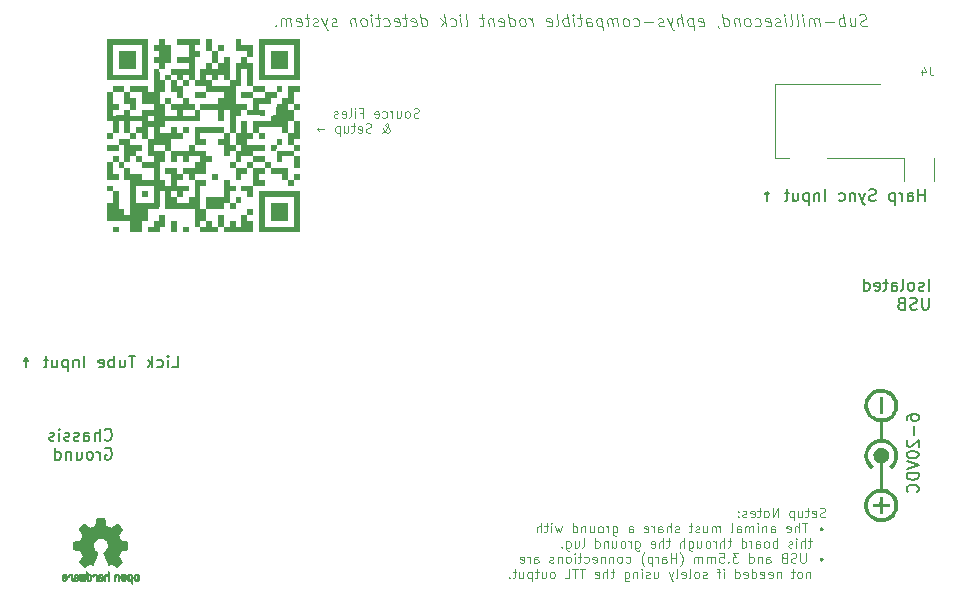
<source format=gbo>
G04 #@! TF.GenerationSoftware,KiCad,Pcbnew,7.0.6-7.0.6~ubuntu20.04.1*
G04 #@! TF.CreationDate,2024-01-10T11:24:14-08:00*
G04 #@! TF.ProjectId,harp_lick_detector_capactive,68617270-5f6c-4696-936b-5f6465746563,rev?*
G04 #@! TF.SameCoordinates,PX640a5a0PY7088980*
G04 #@! TF.FileFunction,Legend,Bot*
G04 #@! TF.FilePolarity,Positive*
%FSLAX46Y46*%
G04 Gerber Fmt 4.6, Leading zero omitted, Abs format (unit mm)*
G04 Created by KiCad (PCBNEW 7.0.6-7.0.6~ubuntu20.04.1) date 2024-01-10 11:24:14*
%MOMM*%
%LPD*%
G01*
G04 APERTURE LIST*
%ADD10C,0.200000*%
%ADD11C,0.120000*%
%ADD12C,0.100000*%
%ADD13C,0.010000*%
G04 APERTURE END LIST*
D10*
X9158898Y12638020D02*
X9206517Y12590400D01*
X9206517Y12590400D02*
X9349374Y12542781D01*
X9349374Y12542781D02*
X9444612Y12542781D01*
X9444612Y12542781D02*
X9587469Y12590400D01*
X9587469Y12590400D02*
X9682707Y12685639D01*
X9682707Y12685639D02*
X9730326Y12780877D01*
X9730326Y12780877D02*
X9777945Y12971353D01*
X9777945Y12971353D02*
X9777945Y13114210D01*
X9777945Y13114210D02*
X9730326Y13304686D01*
X9730326Y13304686D02*
X9682707Y13399924D01*
X9682707Y13399924D02*
X9587469Y13495162D01*
X9587469Y13495162D02*
X9444612Y13542781D01*
X9444612Y13542781D02*
X9349374Y13542781D01*
X9349374Y13542781D02*
X9206517Y13495162D01*
X9206517Y13495162D02*
X9158898Y13447543D01*
X8730326Y12542781D02*
X8730326Y13542781D01*
X8301755Y12542781D02*
X8301755Y13066591D01*
X8301755Y13066591D02*
X8349374Y13161829D01*
X8349374Y13161829D02*
X8444612Y13209448D01*
X8444612Y13209448D02*
X8587469Y13209448D01*
X8587469Y13209448D02*
X8682707Y13161829D01*
X8682707Y13161829D02*
X8730326Y13114210D01*
X7396993Y12542781D02*
X7396993Y13066591D01*
X7396993Y13066591D02*
X7444612Y13161829D01*
X7444612Y13161829D02*
X7539850Y13209448D01*
X7539850Y13209448D02*
X7730326Y13209448D01*
X7730326Y13209448D02*
X7825564Y13161829D01*
X7396993Y12590400D02*
X7492231Y12542781D01*
X7492231Y12542781D02*
X7730326Y12542781D01*
X7730326Y12542781D02*
X7825564Y12590400D01*
X7825564Y12590400D02*
X7873183Y12685639D01*
X7873183Y12685639D02*
X7873183Y12780877D01*
X7873183Y12780877D02*
X7825564Y12876115D01*
X7825564Y12876115D02*
X7730326Y12923734D01*
X7730326Y12923734D02*
X7492231Y12923734D01*
X7492231Y12923734D02*
X7396993Y12971353D01*
X6968421Y12590400D02*
X6873183Y12542781D01*
X6873183Y12542781D02*
X6682707Y12542781D01*
X6682707Y12542781D02*
X6587469Y12590400D01*
X6587469Y12590400D02*
X6539850Y12685639D01*
X6539850Y12685639D02*
X6539850Y12733258D01*
X6539850Y12733258D02*
X6587469Y12828496D01*
X6587469Y12828496D02*
X6682707Y12876115D01*
X6682707Y12876115D02*
X6825564Y12876115D01*
X6825564Y12876115D02*
X6920802Y12923734D01*
X6920802Y12923734D02*
X6968421Y13018972D01*
X6968421Y13018972D02*
X6968421Y13066591D01*
X6968421Y13066591D02*
X6920802Y13161829D01*
X6920802Y13161829D02*
X6825564Y13209448D01*
X6825564Y13209448D02*
X6682707Y13209448D01*
X6682707Y13209448D02*
X6587469Y13161829D01*
X6158897Y12590400D02*
X6063659Y12542781D01*
X6063659Y12542781D02*
X5873183Y12542781D01*
X5873183Y12542781D02*
X5777945Y12590400D01*
X5777945Y12590400D02*
X5730326Y12685639D01*
X5730326Y12685639D02*
X5730326Y12733258D01*
X5730326Y12733258D02*
X5777945Y12828496D01*
X5777945Y12828496D02*
X5873183Y12876115D01*
X5873183Y12876115D02*
X6016040Y12876115D01*
X6016040Y12876115D02*
X6111278Y12923734D01*
X6111278Y12923734D02*
X6158897Y13018972D01*
X6158897Y13018972D02*
X6158897Y13066591D01*
X6158897Y13066591D02*
X6111278Y13161829D01*
X6111278Y13161829D02*
X6016040Y13209448D01*
X6016040Y13209448D02*
X5873183Y13209448D01*
X5873183Y13209448D02*
X5777945Y13161829D01*
X5301754Y12542781D02*
X5301754Y13209448D01*
X5301754Y13542781D02*
X5349373Y13495162D01*
X5349373Y13495162D02*
X5301754Y13447543D01*
X5301754Y13447543D02*
X5254135Y13495162D01*
X5254135Y13495162D02*
X5301754Y13542781D01*
X5301754Y13542781D02*
X5301754Y13447543D01*
X4873183Y12590400D02*
X4777945Y12542781D01*
X4777945Y12542781D02*
X4587469Y12542781D01*
X4587469Y12542781D02*
X4492231Y12590400D01*
X4492231Y12590400D02*
X4444612Y12685639D01*
X4444612Y12685639D02*
X4444612Y12733258D01*
X4444612Y12733258D02*
X4492231Y12828496D01*
X4492231Y12828496D02*
X4587469Y12876115D01*
X4587469Y12876115D02*
X4730326Y12876115D01*
X4730326Y12876115D02*
X4825564Y12923734D01*
X4825564Y12923734D02*
X4873183Y13018972D01*
X4873183Y13018972D02*
X4873183Y13066591D01*
X4873183Y13066591D02*
X4825564Y13161829D01*
X4825564Y13161829D02*
X4730326Y13209448D01*
X4730326Y13209448D02*
X4587469Y13209448D01*
X4587469Y13209448D02*
X4492231Y13161829D01*
X9206517Y11885162D02*
X9301755Y11932781D01*
X9301755Y11932781D02*
X9444612Y11932781D01*
X9444612Y11932781D02*
X9587469Y11885162D01*
X9587469Y11885162D02*
X9682707Y11789924D01*
X9682707Y11789924D02*
X9730326Y11694686D01*
X9730326Y11694686D02*
X9777945Y11504210D01*
X9777945Y11504210D02*
X9777945Y11361353D01*
X9777945Y11361353D02*
X9730326Y11170877D01*
X9730326Y11170877D02*
X9682707Y11075639D01*
X9682707Y11075639D02*
X9587469Y10980400D01*
X9587469Y10980400D02*
X9444612Y10932781D01*
X9444612Y10932781D02*
X9349374Y10932781D01*
X9349374Y10932781D02*
X9206517Y10980400D01*
X9206517Y10980400D02*
X9158898Y11028020D01*
X9158898Y11028020D02*
X9158898Y11361353D01*
X9158898Y11361353D02*
X9349374Y11361353D01*
X8730326Y10932781D02*
X8730326Y11599448D01*
X8730326Y11408972D02*
X8682707Y11504210D01*
X8682707Y11504210D02*
X8635088Y11551829D01*
X8635088Y11551829D02*
X8539850Y11599448D01*
X8539850Y11599448D02*
X8444612Y11599448D01*
X7968421Y10932781D02*
X8063659Y10980400D01*
X8063659Y10980400D02*
X8111278Y11028020D01*
X8111278Y11028020D02*
X8158897Y11123258D01*
X8158897Y11123258D02*
X8158897Y11408972D01*
X8158897Y11408972D02*
X8111278Y11504210D01*
X8111278Y11504210D02*
X8063659Y11551829D01*
X8063659Y11551829D02*
X7968421Y11599448D01*
X7968421Y11599448D02*
X7825564Y11599448D01*
X7825564Y11599448D02*
X7730326Y11551829D01*
X7730326Y11551829D02*
X7682707Y11504210D01*
X7682707Y11504210D02*
X7635088Y11408972D01*
X7635088Y11408972D02*
X7635088Y11123258D01*
X7635088Y11123258D02*
X7682707Y11028020D01*
X7682707Y11028020D02*
X7730326Y10980400D01*
X7730326Y10980400D02*
X7825564Y10932781D01*
X7825564Y10932781D02*
X7968421Y10932781D01*
X6777945Y11599448D02*
X6777945Y10932781D01*
X7206516Y11599448D02*
X7206516Y11075639D01*
X7206516Y11075639D02*
X7158897Y10980400D01*
X7158897Y10980400D02*
X7063659Y10932781D01*
X7063659Y10932781D02*
X6920802Y10932781D01*
X6920802Y10932781D02*
X6825564Y10980400D01*
X6825564Y10980400D02*
X6777945Y11028020D01*
X6301754Y11599448D02*
X6301754Y10932781D01*
X6301754Y11504210D02*
X6254135Y11551829D01*
X6254135Y11551829D02*
X6158897Y11599448D01*
X6158897Y11599448D02*
X6016040Y11599448D01*
X6016040Y11599448D02*
X5920802Y11551829D01*
X5920802Y11551829D02*
X5873183Y11456591D01*
X5873183Y11456591D02*
X5873183Y10932781D01*
X4968421Y10932781D02*
X4968421Y11932781D01*
X4968421Y10980400D02*
X5063659Y10932781D01*
X5063659Y10932781D02*
X5254135Y10932781D01*
X5254135Y10932781D02*
X5349373Y10980400D01*
X5349373Y10980400D02*
X5396992Y11028020D01*
X5396992Y11028020D02*
X5444611Y11123258D01*
X5444611Y11123258D02*
X5444611Y11408972D01*
X5444611Y11408972D02*
X5396992Y11504210D01*
X5396992Y11504210D02*
X5349373Y11551829D01*
X5349373Y11551829D02*
X5254135Y11599448D01*
X5254135Y11599448D02*
X5063659Y11599448D01*
X5063659Y11599448D02*
X4968421Y11551829D01*
X77067219Y14301756D02*
X77067219Y14492232D01*
X77067219Y14492232D02*
X77114838Y14587470D01*
X77114838Y14587470D02*
X77162457Y14635089D01*
X77162457Y14635089D02*
X77305314Y14730327D01*
X77305314Y14730327D02*
X77495790Y14777946D01*
X77495790Y14777946D02*
X77876742Y14777946D01*
X77876742Y14777946D02*
X77971980Y14730327D01*
X77971980Y14730327D02*
X78019600Y14682708D01*
X78019600Y14682708D02*
X78067219Y14587470D01*
X78067219Y14587470D02*
X78067219Y14396994D01*
X78067219Y14396994D02*
X78019600Y14301756D01*
X78019600Y14301756D02*
X77971980Y14254137D01*
X77971980Y14254137D02*
X77876742Y14206518D01*
X77876742Y14206518D02*
X77638647Y14206518D01*
X77638647Y14206518D02*
X77543409Y14254137D01*
X77543409Y14254137D02*
X77495790Y14301756D01*
X77495790Y14301756D02*
X77448171Y14396994D01*
X77448171Y14396994D02*
X77448171Y14587470D01*
X77448171Y14587470D02*
X77495790Y14682708D01*
X77495790Y14682708D02*
X77543409Y14730327D01*
X77543409Y14730327D02*
X77638647Y14777946D01*
X77686266Y13777946D02*
X77686266Y13016041D01*
X77162457Y12587470D02*
X77114838Y12539851D01*
X77114838Y12539851D02*
X77067219Y12444613D01*
X77067219Y12444613D02*
X77067219Y12206518D01*
X77067219Y12206518D02*
X77114838Y12111280D01*
X77114838Y12111280D02*
X77162457Y12063661D01*
X77162457Y12063661D02*
X77257695Y12016042D01*
X77257695Y12016042D02*
X77352933Y12016042D01*
X77352933Y12016042D02*
X77495790Y12063661D01*
X77495790Y12063661D02*
X78067219Y12635089D01*
X78067219Y12635089D02*
X78067219Y12016042D01*
X77067219Y11396994D02*
X77067219Y11301756D01*
X77067219Y11301756D02*
X77114838Y11206518D01*
X77114838Y11206518D02*
X77162457Y11158899D01*
X77162457Y11158899D02*
X77257695Y11111280D01*
X77257695Y11111280D02*
X77448171Y11063661D01*
X77448171Y11063661D02*
X77686266Y11063661D01*
X77686266Y11063661D02*
X77876742Y11111280D01*
X77876742Y11111280D02*
X77971980Y11158899D01*
X77971980Y11158899D02*
X78019600Y11206518D01*
X78019600Y11206518D02*
X78067219Y11301756D01*
X78067219Y11301756D02*
X78067219Y11396994D01*
X78067219Y11396994D02*
X78019600Y11492232D01*
X78019600Y11492232D02*
X77971980Y11539851D01*
X77971980Y11539851D02*
X77876742Y11587470D01*
X77876742Y11587470D02*
X77686266Y11635089D01*
X77686266Y11635089D02*
X77448171Y11635089D01*
X77448171Y11635089D02*
X77257695Y11587470D01*
X77257695Y11587470D02*
X77162457Y11539851D01*
X77162457Y11539851D02*
X77114838Y11492232D01*
X77114838Y11492232D02*
X77067219Y11396994D01*
X77067219Y10777946D02*
X78067219Y10444613D01*
X78067219Y10444613D02*
X77067219Y10111280D01*
X78067219Y9777946D02*
X77067219Y9777946D01*
X77067219Y9777946D02*
X77067219Y9539851D01*
X77067219Y9539851D02*
X77114838Y9396994D01*
X77114838Y9396994D02*
X77210076Y9301756D01*
X77210076Y9301756D02*
X77305314Y9254137D01*
X77305314Y9254137D02*
X77495790Y9206518D01*
X77495790Y9206518D02*
X77638647Y9206518D01*
X77638647Y9206518D02*
X77829123Y9254137D01*
X77829123Y9254137D02*
X77924361Y9301756D01*
X77924361Y9301756D02*
X78019600Y9396994D01*
X78019600Y9396994D02*
X78067219Y9539851D01*
X78067219Y9539851D02*
X78067219Y9777946D01*
X77971980Y8206518D02*
X78019600Y8254137D01*
X78019600Y8254137D02*
X78067219Y8396994D01*
X78067219Y8396994D02*
X78067219Y8492232D01*
X78067219Y8492232D02*
X78019600Y8635089D01*
X78019600Y8635089D02*
X77924361Y8730327D01*
X77924361Y8730327D02*
X77829123Y8777946D01*
X77829123Y8777946D02*
X77638647Y8825565D01*
X77638647Y8825565D02*
X77495790Y8825565D01*
X77495790Y8825565D02*
X77305314Y8777946D01*
X77305314Y8777946D02*
X77210076Y8730327D01*
X77210076Y8730327D02*
X77114838Y8635089D01*
X77114838Y8635089D02*
X77067219Y8492232D01*
X77067219Y8492232D02*
X77067219Y8396994D01*
X77067219Y8396994D02*
X77114838Y8254137D01*
X77114838Y8254137D02*
X77162457Y8206518D01*
D11*
X35768672Y39930240D02*
X35654386Y39892145D01*
X35654386Y39892145D02*
X35463910Y39892145D01*
X35463910Y39892145D02*
X35387719Y39930240D01*
X35387719Y39930240D02*
X35349624Y39968336D01*
X35349624Y39968336D02*
X35311529Y40044526D01*
X35311529Y40044526D02*
X35311529Y40120717D01*
X35311529Y40120717D02*
X35349624Y40196907D01*
X35349624Y40196907D02*
X35387719Y40235002D01*
X35387719Y40235002D02*
X35463910Y40273098D01*
X35463910Y40273098D02*
X35616291Y40311193D01*
X35616291Y40311193D02*
X35692481Y40349288D01*
X35692481Y40349288D02*
X35730576Y40387383D01*
X35730576Y40387383D02*
X35768672Y40463574D01*
X35768672Y40463574D02*
X35768672Y40539764D01*
X35768672Y40539764D02*
X35730576Y40615955D01*
X35730576Y40615955D02*
X35692481Y40654050D01*
X35692481Y40654050D02*
X35616291Y40692145D01*
X35616291Y40692145D02*
X35425814Y40692145D01*
X35425814Y40692145D02*
X35311529Y40654050D01*
X34854386Y39892145D02*
X34930576Y39930240D01*
X34930576Y39930240D02*
X34968671Y39968336D01*
X34968671Y39968336D02*
X35006767Y40044526D01*
X35006767Y40044526D02*
X35006767Y40273098D01*
X35006767Y40273098D02*
X34968671Y40349288D01*
X34968671Y40349288D02*
X34930576Y40387383D01*
X34930576Y40387383D02*
X34854386Y40425479D01*
X34854386Y40425479D02*
X34740100Y40425479D01*
X34740100Y40425479D02*
X34663909Y40387383D01*
X34663909Y40387383D02*
X34625814Y40349288D01*
X34625814Y40349288D02*
X34587719Y40273098D01*
X34587719Y40273098D02*
X34587719Y40044526D01*
X34587719Y40044526D02*
X34625814Y39968336D01*
X34625814Y39968336D02*
X34663909Y39930240D01*
X34663909Y39930240D02*
X34740100Y39892145D01*
X34740100Y39892145D02*
X34854386Y39892145D01*
X33902004Y40425479D02*
X33902004Y39892145D01*
X34244861Y40425479D02*
X34244861Y40006431D01*
X34244861Y40006431D02*
X34206766Y39930240D01*
X34206766Y39930240D02*
X34130576Y39892145D01*
X34130576Y39892145D02*
X34016290Y39892145D01*
X34016290Y39892145D02*
X33940099Y39930240D01*
X33940099Y39930240D02*
X33902004Y39968336D01*
X33521051Y39892145D02*
X33521051Y40425479D01*
X33521051Y40273098D02*
X33482956Y40349288D01*
X33482956Y40349288D02*
X33444861Y40387383D01*
X33444861Y40387383D02*
X33368670Y40425479D01*
X33368670Y40425479D02*
X33292480Y40425479D01*
X32682956Y39930240D02*
X32759147Y39892145D01*
X32759147Y39892145D02*
X32911528Y39892145D01*
X32911528Y39892145D02*
X32987718Y39930240D01*
X32987718Y39930240D02*
X33025813Y39968336D01*
X33025813Y39968336D02*
X33063909Y40044526D01*
X33063909Y40044526D02*
X33063909Y40273098D01*
X33063909Y40273098D02*
X33025813Y40349288D01*
X33025813Y40349288D02*
X32987718Y40387383D01*
X32987718Y40387383D02*
X32911528Y40425479D01*
X32911528Y40425479D02*
X32759147Y40425479D01*
X32759147Y40425479D02*
X32682956Y40387383D01*
X32035337Y39930240D02*
X32111528Y39892145D01*
X32111528Y39892145D02*
X32263909Y39892145D01*
X32263909Y39892145D02*
X32340099Y39930240D01*
X32340099Y39930240D02*
X32378195Y40006431D01*
X32378195Y40006431D02*
X32378195Y40311193D01*
X32378195Y40311193D02*
X32340099Y40387383D01*
X32340099Y40387383D02*
X32263909Y40425479D01*
X32263909Y40425479D02*
X32111528Y40425479D01*
X32111528Y40425479D02*
X32035337Y40387383D01*
X32035337Y40387383D02*
X31997242Y40311193D01*
X31997242Y40311193D02*
X31997242Y40235002D01*
X31997242Y40235002D02*
X32378195Y40158812D01*
X30778195Y40311193D02*
X31044861Y40311193D01*
X31044861Y39892145D02*
X31044861Y40692145D01*
X31044861Y40692145D02*
X30663909Y40692145D01*
X30359147Y39892145D02*
X30359147Y40425479D01*
X30359147Y40692145D02*
X30397243Y40654050D01*
X30397243Y40654050D02*
X30359147Y40615955D01*
X30359147Y40615955D02*
X30321052Y40654050D01*
X30321052Y40654050D02*
X30359147Y40692145D01*
X30359147Y40692145D02*
X30359147Y40615955D01*
X29863910Y39892145D02*
X29940100Y39930240D01*
X29940100Y39930240D02*
X29978195Y40006431D01*
X29978195Y40006431D02*
X29978195Y40692145D01*
X29254385Y39930240D02*
X29330576Y39892145D01*
X29330576Y39892145D02*
X29482957Y39892145D01*
X29482957Y39892145D02*
X29559147Y39930240D01*
X29559147Y39930240D02*
X29597243Y40006431D01*
X29597243Y40006431D02*
X29597243Y40311193D01*
X29597243Y40311193D02*
X29559147Y40387383D01*
X29559147Y40387383D02*
X29482957Y40425479D01*
X29482957Y40425479D02*
X29330576Y40425479D01*
X29330576Y40425479D02*
X29254385Y40387383D01*
X29254385Y40387383D02*
X29216290Y40311193D01*
X29216290Y40311193D02*
X29216290Y40235002D01*
X29216290Y40235002D02*
X29597243Y40158812D01*
X28911529Y39930240D02*
X28835338Y39892145D01*
X28835338Y39892145D02*
X28682957Y39892145D01*
X28682957Y39892145D02*
X28606767Y39930240D01*
X28606767Y39930240D02*
X28568671Y40006431D01*
X28568671Y40006431D02*
X28568671Y40044526D01*
X28568671Y40044526D02*
X28606767Y40120717D01*
X28606767Y40120717D02*
X28682957Y40158812D01*
X28682957Y40158812D02*
X28797243Y40158812D01*
X28797243Y40158812D02*
X28873433Y40196907D01*
X28873433Y40196907D02*
X28911529Y40273098D01*
X28911529Y40273098D02*
X28911529Y40311193D01*
X28911529Y40311193D02*
X28873433Y40387383D01*
X28873433Y40387383D02*
X28797243Y40425479D01*
X28797243Y40425479D02*
X28682957Y40425479D01*
X28682957Y40425479D02*
X28606767Y40387383D01*
X32644861Y38604145D02*
X32682957Y38604145D01*
X32682957Y38604145D02*
X32759147Y38642240D01*
X32759147Y38642240D02*
X32873433Y38756526D01*
X32873433Y38756526D02*
X33063909Y38985098D01*
X33063909Y38985098D02*
X33140099Y39099383D01*
X33140099Y39099383D02*
X33178195Y39213669D01*
X33178195Y39213669D02*
X33178195Y39289860D01*
X33178195Y39289860D02*
X33140099Y39366050D01*
X33140099Y39366050D02*
X33063909Y39404145D01*
X33063909Y39404145D02*
X33025814Y39404145D01*
X33025814Y39404145D02*
X32949623Y39366050D01*
X32949623Y39366050D02*
X32911528Y39289860D01*
X32911528Y39289860D02*
X32911528Y39251764D01*
X32911528Y39251764D02*
X32949623Y39175574D01*
X32949623Y39175574D02*
X32987718Y39137479D01*
X32987718Y39137479D02*
X33216290Y38985098D01*
X33216290Y38985098D02*
X33254385Y38947002D01*
X33254385Y38947002D02*
X33292480Y38870812D01*
X33292480Y38870812D02*
X33292480Y38756526D01*
X33292480Y38756526D02*
X33254385Y38680336D01*
X33254385Y38680336D02*
X33216290Y38642240D01*
X33216290Y38642240D02*
X33140099Y38604145D01*
X33140099Y38604145D02*
X33025814Y38604145D01*
X33025814Y38604145D02*
X32949623Y38642240D01*
X32949623Y38642240D02*
X32911528Y38680336D01*
X32911528Y38680336D02*
X32797242Y38832717D01*
X32797242Y38832717D02*
X32759147Y38947002D01*
X32759147Y38947002D02*
X32759147Y39023193D01*
X31730576Y38642240D02*
X31616290Y38604145D01*
X31616290Y38604145D02*
X31425814Y38604145D01*
X31425814Y38604145D02*
X31349623Y38642240D01*
X31349623Y38642240D02*
X31311528Y38680336D01*
X31311528Y38680336D02*
X31273433Y38756526D01*
X31273433Y38756526D02*
X31273433Y38832717D01*
X31273433Y38832717D02*
X31311528Y38908907D01*
X31311528Y38908907D02*
X31349623Y38947002D01*
X31349623Y38947002D02*
X31425814Y38985098D01*
X31425814Y38985098D02*
X31578195Y39023193D01*
X31578195Y39023193D02*
X31654385Y39061288D01*
X31654385Y39061288D02*
X31692480Y39099383D01*
X31692480Y39099383D02*
X31730576Y39175574D01*
X31730576Y39175574D02*
X31730576Y39251764D01*
X31730576Y39251764D02*
X31692480Y39327955D01*
X31692480Y39327955D02*
X31654385Y39366050D01*
X31654385Y39366050D02*
X31578195Y39404145D01*
X31578195Y39404145D02*
X31387718Y39404145D01*
X31387718Y39404145D02*
X31273433Y39366050D01*
X30625813Y38642240D02*
X30702004Y38604145D01*
X30702004Y38604145D02*
X30854385Y38604145D01*
X30854385Y38604145D02*
X30930575Y38642240D01*
X30930575Y38642240D02*
X30968671Y38718431D01*
X30968671Y38718431D02*
X30968671Y39023193D01*
X30968671Y39023193D02*
X30930575Y39099383D01*
X30930575Y39099383D02*
X30854385Y39137479D01*
X30854385Y39137479D02*
X30702004Y39137479D01*
X30702004Y39137479D02*
X30625813Y39099383D01*
X30625813Y39099383D02*
X30587718Y39023193D01*
X30587718Y39023193D02*
X30587718Y38947002D01*
X30587718Y38947002D02*
X30968671Y38870812D01*
X30359147Y39137479D02*
X30054385Y39137479D01*
X30244861Y39404145D02*
X30244861Y38718431D01*
X30244861Y38718431D02*
X30206766Y38642240D01*
X30206766Y38642240D02*
X30130576Y38604145D01*
X30130576Y38604145D02*
X30054385Y38604145D01*
X29444861Y39137479D02*
X29444861Y38604145D01*
X29787718Y39137479D02*
X29787718Y38718431D01*
X29787718Y38718431D02*
X29749623Y38642240D01*
X29749623Y38642240D02*
X29673433Y38604145D01*
X29673433Y38604145D02*
X29559147Y38604145D01*
X29559147Y38604145D02*
X29482956Y38642240D01*
X29482956Y38642240D02*
X29444861Y38680336D01*
X29063908Y39137479D02*
X29063908Y38337479D01*
X29063908Y39099383D02*
X28987718Y39137479D01*
X28987718Y39137479D02*
X28835337Y39137479D01*
X28835337Y39137479D02*
X28759146Y39099383D01*
X28759146Y39099383D02*
X28721051Y39061288D01*
X28721051Y39061288D02*
X28682956Y38985098D01*
X28682956Y38985098D02*
X28682956Y38756526D01*
X28682956Y38756526D02*
X28721051Y38680336D01*
X28721051Y38680336D02*
X28759146Y38642240D01*
X28759146Y38642240D02*
X28835337Y38604145D01*
X28835337Y38604145D02*
X28987718Y38604145D01*
X28987718Y38604145D02*
X29063908Y38642240D01*
X27730574Y38908907D02*
X27121051Y38908907D01*
X27273431Y38756526D02*
X27121051Y38908907D01*
X27121051Y38908907D02*
X27273431Y39061288D01*
D10*
X78630326Y32832781D02*
X78630326Y33832781D01*
X78630326Y33356591D02*
X78058898Y33356591D01*
X78058898Y32832781D02*
X78058898Y33832781D01*
X77154136Y32832781D02*
X77154136Y33356591D01*
X77154136Y33356591D02*
X77201755Y33451829D01*
X77201755Y33451829D02*
X77296993Y33499448D01*
X77296993Y33499448D02*
X77487469Y33499448D01*
X77487469Y33499448D02*
X77582707Y33451829D01*
X77154136Y32880400D02*
X77249374Y32832781D01*
X77249374Y32832781D02*
X77487469Y32832781D01*
X77487469Y32832781D02*
X77582707Y32880400D01*
X77582707Y32880400D02*
X77630326Y32975639D01*
X77630326Y32975639D02*
X77630326Y33070877D01*
X77630326Y33070877D02*
X77582707Y33166115D01*
X77582707Y33166115D02*
X77487469Y33213734D01*
X77487469Y33213734D02*
X77249374Y33213734D01*
X77249374Y33213734D02*
X77154136Y33261353D01*
X76677945Y32832781D02*
X76677945Y33499448D01*
X76677945Y33308972D02*
X76630326Y33404210D01*
X76630326Y33404210D02*
X76582707Y33451829D01*
X76582707Y33451829D02*
X76487469Y33499448D01*
X76487469Y33499448D02*
X76392231Y33499448D01*
X76058897Y33499448D02*
X76058897Y32499448D01*
X76058897Y33451829D02*
X75963659Y33499448D01*
X75963659Y33499448D02*
X75773183Y33499448D01*
X75773183Y33499448D02*
X75677945Y33451829D01*
X75677945Y33451829D02*
X75630326Y33404210D01*
X75630326Y33404210D02*
X75582707Y33308972D01*
X75582707Y33308972D02*
X75582707Y33023258D01*
X75582707Y33023258D02*
X75630326Y32928020D01*
X75630326Y32928020D02*
X75677945Y32880400D01*
X75677945Y32880400D02*
X75773183Y32832781D01*
X75773183Y32832781D02*
X75963659Y32832781D01*
X75963659Y32832781D02*
X76058897Y32880400D01*
X74439849Y32880400D02*
X74296992Y32832781D01*
X74296992Y32832781D02*
X74058897Y32832781D01*
X74058897Y32832781D02*
X73963659Y32880400D01*
X73963659Y32880400D02*
X73916040Y32928020D01*
X73916040Y32928020D02*
X73868421Y33023258D01*
X73868421Y33023258D02*
X73868421Y33118496D01*
X73868421Y33118496D02*
X73916040Y33213734D01*
X73916040Y33213734D02*
X73963659Y33261353D01*
X73963659Y33261353D02*
X74058897Y33308972D01*
X74058897Y33308972D02*
X74249373Y33356591D01*
X74249373Y33356591D02*
X74344611Y33404210D01*
X74344611Y33404210D02*
X74392230Y33451829D01*
X74392230Y33451829D02*
X74439849Y33547067D01*
X74439849Y33547067D02*
X74439849Y33642305D01*
X74439849Y33642305D02*
X74392230Y33737543D01*
X74392230Y33737543D02*
X74344611Y33785162D01*
X74344611Y33785162D02*
X74249373Y33832781D01*
X74249373Y33832781D02*
X74011278Y33832781D01*
X74011278Y33832781D02*
X73868421Y33785162D01*
X73535087Y33499448D02*
X73296992Y32832781D01*
X73058897Y33499448D02*
X73296992Y32832781D01*
X73296992Y32832781D02*
X73392230Y32594686D01*
X73392230Y32594686D02*
X73439849Y32547067D01*
X73439849Y32547067D02*
X73535087Y32499448D01*
X72677944Y33499448D02*
X72677944Y32832781D01*
X72677944Y33404210D02*
X72630325Y33451829D01*
X72630325Y33451829D02*
X72535087Y33499448D01*
X72535087Y33499448D02*
X72392230Y33499448D01*
X72392230Y33499448D02*
X72296992Y33451829D01*
X72296992Y33451829D02*
X72249373Y33356591D01*
X72249373Y33356591D02*
X72249373Y32832781D01*
X71344611Y32880400D02*
X71439849Y32832781D01*
X71439849Y32832781D02*
X71630325Y32832781D01*
X71630325Y32832781D02*
X71725563Y32880400D01*
X71725563Y32880400D02*
X71773182Y32928020D01*
X71773182Y32928020D02*
X71820801Y33023258D01*
X71820801Y33023258D02*
X71820801Y33308972D01*
X71820801Y33308972D02*
X71773182Y33404210D01*
X71773182Y33404210D02*
X71725563Y33451829D01*
X71725563Y33451829D02*
X71630325Y33499448D01*
X71630325Y33499448D02*
X71439849Y33499448D01*
X71439849Y33499448D02*
X71344611Y33451829D01*
X70154134Y32832781D02*
X70154134Y33832781D01*
X69677944Y33499448D02*
X69677944Y32832781D01*
X69677944Y33404210D02*
X69630325Y33451829D01*
X69630325Y33451829D02*
X69535087Y33499448D01*
X69535087Y33499448D02*
X69392230Y33499448D01*
X69392230Y33499448D02*
X69296992Y33451829D01*
X69296992Y33451829D02*
X69249373Y33356591D01*
X69249373Y33356591D02*
X69249373Y32832781D01*
X68773182Y33499448D02*
X68773182Y32499448D01*
X68773182Y33451829D02*
X68677944Y33499448D01*
X68677944Y33499448D02*
X68487468Y33499448D01*
X68487468Y33499448D02*
X68392230Y33451829D01*
X68392230Y33451829D02*
X68344611Y33404210D01*
X68344611Y33404210D02*
X68296992Y33308972D01*
X68296992Y33308972D02*
X68296992Y33023258D01*
X68296992Y33023258D02*
X68344611Y32928020D01*
X68344611Y32928020D02*
X68392230Y32880400D01*
X68392230Y32880400D02*
X68487468Y32832781D01*
X68487468Y32832781D02*
X68677944Y32832781D01*
X68677944Y32832781D02*
X68773182Y32880400D01*
X67439849Y33499448D02*
X67439849Y32832781D01*
X67868420Y33499448D02*
X67868420Y32975639D01*
X67868420Y32975639D02*
X67820801Y32880400D01*
X67820801Y32880400D02*
X67725563Y32832781D01*
X67725563Y32832781D02*
X67582706Y32832781D01*
X67582706Y32832781D02*
X67487468Y32880400D01*
X67487468Y32880400D02*
X67439849Y32928020D01*
X67106515Y33499448D02*
X66725563Y33499448D01*
X66963658Y33832781D02*
X66963658Y32975639D01*
X66963658Y32975639D02*
X66916039Y32880400D01*
X66916039Y32880400D02*
X66820801Y32832781D01*
X66820801Y32832781D02*
X66725563Y32832781D01*
X65249372Y32832781D02*
X65249372Y33594686D01*
X65439848Y33404210D02*
X65249372Y33594686D01*
X65249372Y33594686D02*
X65058896Y33404210D01*
X14854136Y18732781D02*
X15330326Y18732781D01*
X15330326Y18732781D02*
X15330326Y19732781D01*
X14520802Y18732781D02*
X14520802Y19399448D01*
X14520802Y19732781D02*
X14568421Y19685162D01*
X14568421Y19685162D02*
X14520802Y19637543D01*
X14520802Y19637543D02*
X14473183Y19685162D01*
X14473183Y19685162D02*
X14520802Y19732781D01*
X14520802Y19732781D02*
X14520802Y19637543D01*
X13616041Y18780400D02*
X13711279Y18732781D01*
X13711279Y18732781D02*
X13901755Y18732781D01*
X13901755Y18732781D02*
X13996993Y18780400D01*
X13996993Y18780400D02*
X14044612Y18828020D01*
X14044612Y18828020D02*
X14092231Y18923258D01*
X14092231Y18923258D02*
X14092231Y19208972D01*
X14092231Y19208972D02*
X14044612Y19304210D01*
X14044612Y19304210D02*
X13996993Y19351829D01*
X13996993Y19351829D02*
X13901755Y19399448D01*
X13901755Y19399448D02*
X13711279Y19399448D01*
X13711279Y19399448D02*
X13616041Y19351829D01*
X13187469Y18732781D02*
X13187469Y19732781D01*
X13092231Y19113734D02*
X12806517Y18732781D01*
X12806517Y19399448D02*
X13187469Y19018496D01*
X11758897Y19732781D02*
X11187469Y19732781D01*
X11473183Y18732781D02*
X11473183Y19732781D01*
X10425564Y19399448D02*
X10425564Y18732781D01*
X10854135Y19399448D02*
X10854135Y18875639D01*
X10854135Y18875639D02*
X10806516Y18780400D01*
X10806516Y18780400D02*
X10711278Y18732781D01*
X10711278Y18732781D02*
X10568421Y18732781D01*
X10568421Y18732781D02*
X10473183Y18780400D01*
X10473183Y18780400D02*
X10425564Y18828020D01*
X9949373Y18732781D02*
X9949373Y19732781D01*
X9949373Y19351829D02*
X9854135Y19399448D01*
X9854135Y19399448D02*
X9663659Y19399448D01*
X9663659Y19399448D02*
X9568421Y19351829D01*
X9568421Y19351829D02*
X9520802Y19304210D01*
X9520802Y19304210D02*
X9473183Y19208972D01*
X9473183Y19208972D02*
X9473183Y18923258D01*
X9473183Y18923258D02*
X9520802Y18828020D01*
X9520802Y18828020D02*
X9568421Y18780400D01*
X9568421Y18780400D02*
X9663659Y18732781D01*
X9663659Y18732781D02*
X9854135Y18732781D01*
X9854135Y18732781D02*
X9949373Y18780400D01*
X8663659Y18780400D02*
X8758897Y18732781D01*
X8758897Y18732781D02*
X8949373Y18732781D01*
X8949373Y18732781D02*
X9044611Y18780400D01*
X9044611Y18780400D02*
X9092230Y18875639D01*
X9092230Y18875639D02*
X9092230Y19256591D01*
X9092230Y19256591D02*
X9044611Y19351829D01*
X9044611Y19351829D02*
X8949373Y19399448D01*
X8949373Y19399448D02*
X8758897Y19399448D01*
X8758897Y19399448D02*
X8663659Y19351829D01*
X8663659Y19351829D02*
X8616040Y19256591D01*
X8616040Y19256591D02*
X8616040Y19161353D01*
X8616040Y19161353D02*
X9092230Y19066115D01*
X7425563Y18732781D02*
X7425563Y19732781D01*
X6949373Y19399448D02*
X6949373Y18732781D01*
X6949373Y19304210D02*
X6901754Y19351829D01*
X6901754Y19351829D02*
X6806516Y19399448D01*
X6806516Y19399448D02*
X6663659Y19399448D01*
X6663659Y19399448D02*
X6568421Y19351829D01*
X6568421Y19351829D02*
X6520802Y19256591D01*
X6520802Y19256591D02*
X6520802Y18732781D01*
X6044611Y19399448D02*
X6044611Y18399448D01*
X6044611Y19351829D02*
X5949373Y19399448D01*
X5949373Y19399448D02*
X5758897Y19399448D01*
X5758897Y19399448D02*
X5663659Y19351829D01*
X5663659Y19351829D02*
X5616040Y19304210D01*
X5616040Y19304210D02*
X5568421Y19208972D01*
X5568421Y19208972D02*
X5568421Y18923258D01*
X5568421Y18923258D02*
X5616040Y18828020D01*
X5616040Y18828020D02*
X5663659Y18780400D01*
X5663659Y18780400D02*
X5758897Y18732781D01*
X5758897Y18732781D02*
X5949373Y18732781D01*
X5949373Y18732781D02*
X6044611Y18780400D01*
X4711278Y19399448D02*
X4711278Y18732781D01*
X5139849Y19399448D02*
X5139849Y18875639D01*
X5139849Y18875639D02*
X5092230Y18780400D01*
X5092230Y18780400D02*
X4996992Y18732781D01*
X4996992Y18732781D02*
X4854135Y18732781D01*
X4854135Y18732781D02*
X4758897Y18780400D01*
X4758897Y18780400D02*
X4711278Y18828020D01*
X4377944Y19399448D02*
X3996992Y19399448D01*
X4235087Y19732781D02*
X4235087Y18875639D01*
X4235087Y18875639D02*
X4187468Y18780400D01*
X4187468Y18780400D02*
X4092230Y18732781D01*
X4092230Y18732781D02*
X3996992Y18732781D01*
X2520801Y18732781D02*
X2520801Y19494686D01*
X2711277Y19304210D02*
X2520801Y19494686D01*
X2520801Y19494686D02*
X2330325Y19304210D01*
D11*
X73730576Y47676240D02*
X73593672Y47628621D01*
X73593672Y47628621D02*
X73355576Y47628621D01*
X73355576Y47628621D02*
X73254386Y47676240D01*
X73254386Y47676240D02*
X73200814Y47723860D01*
X73200814Y47723860D02*
X73141291Y47819098D01*
X73141291Y47819098D02*
X73129386Y47914336D01*
X73129386Y47914336D02*
X73165100Y48009574D01*
X73165100Y48009574D02*
X73206767Y48057193D01*
X73206767Y48057193D02*
X73296053Y48104812D01*
X73296053Y48104812D02*
X73480576Y48152431D01*
X73480576Y48152431D02*
X73569862Y48200050D01*
X73569862Y48200050D02*
X73611529Y48247669D01*
X73611529Y48247669D02*
X73647243Y48342907D01*
X73647243Y48342907D02*
X73635338Y48438145D01*
X73635338Y48438145D02*
X73575814Y48533383D01*
X73575814Y48533383D02*
X73522243Y48581002D01*
X73522243Y48581002D02*
X73421053Y48628621D01*
X73421053Y48628621D02*
X73182957Y48628621D01*
X73182957Y48628621D02*
X73046053Y48581002D01*
X72224624Y48295288D02*
X72307957Y47628621D01*
X72653195Y48295288D02*
X72718672Y47771479D01*
X72718672Y47771479D02*
X72682957Y47676240D01*
X72682957Y47676240D02*
X72593672Y47628621D01*
X72593672Y47628621D02*
X72450814Y47628621D01*
X72450814Y47628621D02*
X72349624Y47676240D01*
X72349624Y47676240D02*
X72296052Y47723860D01*
X71831767Y47628621D02*
X71706767Y48628621D01*
X71754386Y48247669D02*
X71653195Y48295288D01*
X71653195Y48295288D02*
X71462719Y48295288D01*
X71462719Y48295288D02*
X71373433Y48247669D01*
X71373433Y48247669D02*
X71331767Y48200050D01*
X71331767Y48200050D02*
X71296052Y48104812D01*
X71296052Y48104812D02*
X71331767Y47819098D01*
X71331767Y47819098D02*
X71391290Y47723860D01*
X71391290Y47723860D02*
X71444862Y47676240D01*
X71444862Y47676240D02*
X71546052Y47628621D01*
X71546052Y47628621D02*
X71736529Y47628621D01*
X71736529Y47628621D02*
X71825814Y47676240D01*
X70879386Y48009574D02*
X70117481Y48009574D01*
X69688910Y47628621D02*
X69605576Y48295288D01*
X69617481Y48200050D02*
X69563910Y48247669D01*
X69563910Y48247669D02*
X69462719Y48295288D01*
X69462719Y48295288D02*
X69319862Y48295288D01*
X69319862Y48295288D02*
X69230576Y48247669D01*
X69230576Y48247669D02*
X69194862Y48152431D01*
X69194862Y48152431D02*
X69260338Y47628621D01*
X69194862Y48152431D02*
X69135338Y48247669D01*
X69135338Y48247669D02*
X69034148Y48295288D01*
X69034148Y48295288D02*
X68891291Y48295288D01*
X68891291Y48295288D02*
X68802005Y48247669D01*
X68802005Y48247669D02*
X68766291Y48152431D01*
X68766291Y48152431D02*
X68831767Y47628621D01*
X68355577Y47628621D02*
X68272243Y48295288D01*
X68230577Y48628621D02*
X68284148Y48581002D01*
X68284148Y48581002D02*
X68242481Y48533383D01*
X68242481Y48533383D02*
X68188910Y48581002D01*
X68188910Y48581002D02*
X68230577Y48628621D01*
X68230577Y48628621D02*
X68242481Y48533383D01*
X67736530Y47628621D02*
X67825815Y47676240D01*
X67825815Y47676240D02*
X67861530Y47771479D01*
X67861530Y47771479D02*
X67754387Y48628621D01*
X67212720Y47628621D02*
X67302005Y47676240D01*
X67302005Y47676240D02*
X67337720Y47771479D01*
X67337720Y47771479D02*
X67230577Y48628621D01*
X66831767Y47628621D02*
X66748433Y48295288D01*
X66706767Y48628621D02*
X66760338Y48581002D01*
X66760338Y48581002D02*
X66718671Y48533383D01*
X66718671Y48533383D02*
X66665100Y48581002D01*
X66665100Y48581002D02*
X66706767Y48628621D01*
X66706767Y48628621D02*
X66718671Y48533383D01*
X66397243Y47676240D02*
X66307958Y47628621D01*
X66307958Y47628621D02*
X66117481Y47628621D01*
X66117481Y47628621D02*
X66016291Y47676240D01*
X66016291Y47676240D02*
X65956767Y47771479D01*
X65956767Y47771479D02*
X65950815Y47819098D01*
X65950815Y47819098D02*
X65986529Y47914336D01*
X65986529Y47914336D02*
X66075815Y47961955D01*
X66075815Y47961955D02*
X66218672Y47961955D01*
X66218672Y47961955D02*
X66307958Y48009574D01*
X66307958Y48009574D02*
X66343672Y48104812D01*
X66343672Y48104812D02*
X66337720Y48152431D01*
X66337720Y48152431D02*
X66278196Y48247669D01*
X66278196Y48247669D02*
X66177005Y48295288D01*
X66177005Y48295288D02*
X66034148Y48295288D01*
X66034148Y48295288D02*
X65944862Y48247669D01*
X65159148Y47676240D02*
X65260338Y47628621D01*
X65260338Y47628621D02*
X65450815Y47628621D01*
X65450815Y47628621D02*
X65540100Y47676240D01*
X65540100Y47676240D02*
X65575815Y47771479D01*
X65575815Y47771479D02*
X65528196Y48152431D01*
X65528196Y48152431D02*
X65468672Y48247669D01*
X65468672Y48247669D02*
X65367481Y48295288D01*
X65367481Y48295288D02*
X65177005Y48295288D01*
X65177005Y48295288D02*
X65087719Y48247669D01*
X65087719Y48247669D02*
X65052005Y48152431D01*
X65052005Y48152431D02*
X65063910Y48057193D01*
X65063910Y48057193D02*
X65552005Y47961955D01*
X64254386Y47676240D02*
X64355576Y47628621D01*
X64355576Y47628621D02*
X64546053Y47628621D01*
X64546053Y47628621D02*
X64635338Y47676240D01*
X64635338Y47676240D02*
X64677005Y47723860D01*
X64677005Y47723860D02*
X64712719Y47819098D01*
X64712719Y47819098D02*
X64677005Y48104812D01*
X64677005Y48104812D02*
X64617481Y48200050D01*
X64617481Y48200050D02*
X64563910Y48247669D01*
X64563910Y48247669D02*
X64462719Y48295288D01*
X64462719Y48295288D02*
X64272243Y48295288D01*
X64272243Y48295288D02*
X64182957Y48247669D01*
X63688910Y47628621D02*
X63778195Y47676240D01*
X63778195Y47676240D02*
X63819862Y47723860D01*
X63819862Y47723860D02*
X63855576Y47819098D01*
X63855576Y47819098D02*
X63819862Y48104812D01*
X63819862Y48104812D02*
X63760338Y48200050D01*
X63760338Y48200050D02*
X63706767Y48247669D01*
X63706767Y48247669D02*
X63605576Y48295288D01*
X63605576Y48295288D02*
X63462719Y48295288D01*
X63462719Y48295288D02*
X63373433Y48247669D01*
X63373433Y48247669D02*
X63331767Y48200050D01*
X63331767Y48200050D02*
X63296052Y48104812D01*
X63296052Y48104812D02*
X63331767Y47819098D01*
X63331767Y47819098D02*
X63391290Y47723860D01*
X63391290Y47723860D02*
X63444862Y47676240D01*
X63444862Y47676240D02*
X63546052Y47628621D01*
X63546052Y47628621D02*
X63688910Y47628621D01*
X62843671Y48295288D02*
X62927005Y47628621D01*
X62855576Y48200050D02*
X62802005Y48247669D01*
X62802005Y48247669D02*
X62700814Y48295288D01*
X62700814Y48295288D02*
X62557957Y48295288D01*
X62557957Y48295288D02*
X62468671Y48247669D01*
X62468671Y48247669D02*
X62432957Y48152431D01*
X62432957Y48152431D02*
X62498433Y47628621D01*
X61593671Y47628621D02*
X61468671Y48628621D01*
X61587719Y47676240D02*
X61688909Y47628621D01*
X61688909Y47628621D02*
X61879386Y47628621D01*
X61879386Y47628621D02*
X61968671Y47676240D01*
X61968671Y47676240D02*
X62010338Y47723860D01*
X62010338Y47723860D02*
X62046052Y47819098D01*
X62046052Y47819098D02*
X62010338Y48104812D01*
X62010338Y48104812D02*
X61950814Y48200050D01*
X61950814Y48200050D02*
X61897243Y48247669D01*
X61897243Y48247669D02*
X61796052Y48295288D01*
X61796052Y48295288D02*
X61605576Y48295288D01*
X61605576Y48295288D02*
X61516290Y48247669D01*
X61063909Y47676240D02*
X61069862Y47628621D01*
X61069862Y47628621D02*
X61129385Y47533383D01*
X61129385Y47533383D02*
X61182957Y47485764D01*
X59492481Y47676240D02*
X59593671Y47628621D01*
X59593671Y47628621D02*
X59784148Y47628621D01*
X59784148Y47628621D02*
X59873433Y47676240D01*
X59873433Y47676240D02*
X59909148Y47771479D01*
X59909148Y47771479D02*
X59861529Y48152431D01*
X59861529Y48152431D02*
X59802005Y48247669D01*
X59802005Y48247669D02*
X59700814Y48295288D01*
X59700814Y48295288D02*
X59510338Y48295288D01*
X59510338Y48295288D02*
X59421052Y48247669D01*
X59421052Y48247669D02*
X59385338Y48152431D01*
X59385338Y48152431D02*
X59397243Y48057193D01*
X59397243Y48057193D02*
X59885338Y47961955D01*
X58938909Y48295288D02*
X59063909Y47295288D01*
X58944862Y48247669D02*
X58843671Y48295288D01*
X58843671Y48295288D02*
X58653195Y48295288D01*
X58653195Y48295288D02*
X58563909Y48247669D01*
X58563909Y48247669D02*
X58522243Y48200050D01*
X58522243Y48200050D02*
X58486528Y48104812D01*
X58486528Y48104812D02*
X58522243Y47819098D01*
X58522243Y47819098D02*
X58581766Y47723860D01*
X58581766Y47723860D02*
X58635338Y47676240D01*
X58635338Y47676240D02*
X58736528Y47628621D01*
X58736528Y47628621D02*
X58927005Y47628621D01*
X58927005Y47628621D02*
X59016290Y47676240D01*
X58117481Y47628621D02*
X57992481Y48628621D01*
X57688909Y47628621D02*
X57623433Y48152431D01*
X57623433Y48152431D02*
X57659147Y48247669D01*
X57659147Y48247669D02*
X57748433Y48295288D01*
X57748433Y48295288D02*
X57891290Y48295288D01*
X57891290Y48295288D02*
X57992481Y48247669D01*
X57992481Y48247669D02*
X58046052Y48200050D01*
X57224623Y48295288D02*
X57069862Y47628621D01*
X56748433Y48295288D02*
X57069862Y47628621D01*
X57069862Y47628621D02*
X57194862Y47390526D01*
X57194862Y47390526D02*
X57248433Y47342907D01*
X57248433Y47342907D02*
X57349623Y47295288D01*
X56492480Y47676240D02*
X56403195Y47628621D01*
X56403195Y47628621D02*
X56212718Y47628621D01*
X56212718Y47628621D02*
X56111528Y47676240D01*
X56111528Y47676240D02*
X56052004Y47771479D01*
X56052004Y47771479D02*
X56046052Y47819098D01*
X56046052Y47819098D02*
X56081766Y47914336D01*
X56081766Y47914336D02*
X56171052Y47961955D01*
X56171052Y47961955D02*
X56313909Y47961955D01*
X56313909Y47961955D02*
X56403195Y48009574D01*
X56403195Y48009574D02*
X56438909Y48104812D01*
X56438909Y48104812D02*
X56432957Y48152431D01*
X56432957Y48152431D02*
X56373433Y48247669D01*
X56373433Y48247669D02*
X56272242Y48295288D01*
X56272242Y48295288D02*
X56129385Y48295288D01*
X56129385Y48295288D02*
X56040099Y48247669D01*
X55593671Y48009574D02*
X54831766Y48009574D01*
X53968671Y47676240D02*
X54069861Y47628621D01*
X54069861Y47628621D02*
X54260338Y47628621D01*
X54260338Y47628621D02*
X54349623Y47676240D01*
X54349623Y47676240D02*
X54391290Y47723860D01*
X54391290Y47723860D02*
X54427004Y47819098D01*
X54427004Y47819098D02*
X54391290Y48104812D01*
X54391290Y48104812D02*
X54331766Y48200050D01*
X54331766Y48200050D02*
X54278195Y48247669D01*
X54278195Y48247669D02*
X54177004Y48295288D01*
X54177004Y48295288D02*
X53986528Y48295288D01*
X53986528Y48295288D02*
X53897242Y48247669D01*
X53403195Y47628621D02*
X53492480Y47676240D01*
X53492480Y47676240D02*
X53534147Y47723860D01*
X53534147Y47723860D02*
X53569861Y47819098D01*
X53569861Y47819098D02*
X53534147Y48104812D01*
X53534147Y48104812D02*
X53474623Y48200050D01*
X53474623Y48200050D02*
X53421052Y48247669D01*
X53421052Y48247669D02*
X53319861Y48295288D01*
X53319861Y48295288D02*
X53177004Y48295288D01*
X53177004Y48295288D02*
X53087718Y48247669D01*
X53087718Y48247669D02*
X53046052Y48200050D01*
X53046052Y48200050D02*
X53010337Y48104812D01*
X53010337Y48104812D02*
X53046052Y47819098D01*
X53046052Y47819098D02*
X53105575Y47723860D01*
X53105575Y47723860D02*
X53159147Y47676240D01*
X53159147Y47676240D02*
X53260337Y47628621D01*
X53260337Y47628621D02*
X53403195Y47628621D01*
X52641290Y47628621D02*
X52557956Y48295288D01*
X52569861Y48200050D02*
X52516290Y48247669D01*
X52516290Y48247669D02*
X52415099Y48295288D01*
X52415099Y48295288D02*
X52272242Y48295288D01*
X52272242Y48295288D02*
X52182956Y48247669D01*
X52182956Y48247669D02*
X52147242Y48152431D01*
X52147242Y48152431D02*
X52212718Y47628621D01*
X52147242Y48152431D02*
X52087718Y48247669D01*
X52087718Y48247669D02*
X51986528Y48295288D01*
X51986528Y48295288D02*
X51843671Y48295288D01*
X51843671Y48295288D02*
X51754385Y48247669D01*
X51754385Y48247669D02*
X51718671Y48152431D01*
X51718671Y48152431D02*
X51784147Y47628621D01*
X51224623Y48295288D02*
X51349623Y47295288D01*
X51230576Y48247669D02*
X51129385Y48295288D01*
X51129385Y48295288D02*
X50938909Y48295288D01*
X50938909Y48295288D02*
X50849623Y48247669D01*
X50849623Y48247669D02*
X50807957Y48200050D01*
X50807957Y48200050D02*
X50772242Y48104812D01*
X50772242Y48104812D02*
X50807957Y47819098D01*
X50807957Y47819098D02*
X50867480Y47723860D01*
X50867480Y47723860D02*
X50921052Y47676240D01*
X50921052Y47676240D02*
X51022242Y47628621D01*
X51022242Y47628621D02*
X51212719Y47628621D01*
X51212719Y47628621D02*
X51302004Y47676240D01*
X49974623Y47628621D02*
X49909147Y48152431D01*
X49909147Y48152431D02*
X49944861Y48247669D01*
X49944861Y48247669D02*
X50034147Y48295288D01*
X50034147Y48295288D02*
X50224623Y48295288D01*
X50224623Y48295288D02*
X50325814Y48247669D01*
X49968671Y47676240D02*
X50069861Y47628621D01*
X50069861Y47628621D02*
X50307957Y47628621D01*
X50307957Y47628621D02*
X50397242Y47676240D01*
X50397242Y47676240D02*
X50432957Y47771479D01*
X50432957Y47771479D02*
X50421052Y47866717D01*
X50421052Y47866717D02*
X50361528Y47961955D01*
X50361528Y47961955D02*
X50260338Y48009574D01*
X50260338Y48009574D02*
X50022242Y48009574D01*
X50022242Y48009574D02*
X49921052Y48057193D01*
X49557956Y48295288D02*
X49177004Y48295288D01*
X49373433Y48628621D02*
X49480576Y47771479D01*
X49480576Y47771479D02*
X49444861Y47676240D01*
X49444861Y47676240D02*
X49355576Y47628621D01*
X49355576Y47628621D02*
X49260337Y47628621D01*
X48927004Y47628621D02*
X48843670Y48295288D01*
X48802004Y48628621D02*
X48855575Y48581002D01*
X48855575Y48581002D02*
X48813908Y48533383D01*
X48813908Y48533383D02*
X48760337Y48581002D01*
X48760337Y48581002D02*
X48802004Y48628621D01*
X48802004Y48628621D02*
X48813908Y48533383D01*
X48450814Y47628621D02*
X48325814Y48628621D01*
X48373433Y48247669D02*
X48272242Y48295288D01*
X48272242Y48295288D02*
X48081766Y48295288D01*
X48081766Y48295288D02*
X47992480Y48247669D01*
X47992480Y48247669D02*
X47950814Y48200050D01*
X47950814Y48200050D02*
X47915099Y48104812D01*
X47915099Y48104812D02*
X47950814Y47819098D01*
X47950814Y47819098D02*
X48010337Y47723860D01*
X48010337Y47723860D02*
X48063909Y47676240D01*
X48063909Y47676240D02*
X48165099Y47628621D01*
X48165099Y47628621D02*
X48355576Y47628621D01*
X48355576Y47628621D02*
X48444861Y47676240D01*
X47403195Y47628621D02*
X47492480Y47676240D01*
X47492480Y47676240D02*
X47528195Y47771479D01*
X47528195Y47771479D02*
X47421052Y48628621D01*
X46635337Y47676240D02*
X46736527Y47628621D01*
X46736527Y47628621D02*
X46927004Y47628621D01*
X46927004Y47628621D02*
X47016289Y47676240D01*
X47016289Y47676240D02*
X47052004Y47771479D01*
X47052004Y47771479D02*
X47004385Y48152431D01*
X47004385Y48152431D02*
X46944861Y48247669D01*
X46944861Y48247669D02*
X46843670Y48295288D01*
X46843670Y48295288D02*
X46653194Y48295288D01*
X46653194Y48295288D02*
X46563908Y48247669D01*
X46563908Y48247669D02*
X46528194Y48152431D01*
X46528194Y48152431D02*
X46540099Y48057193D01*
X46540099Y48057193D02*
X47028194Y47961955D01*
X45403194Y47628621D02*
X45319860Y48295288D01*
X45343670Y48104812D02*
X45284146Y48200050D01*
X45284146Y48200050D02*
X45230575Y48247669D01*
X45230575Y48247669D02*
X45129384Y48295288D01*
X45129384Y48295288D02*
X45034146Y48295288D01*
X44641289Y47628621D02*
X44730574Y47676240D01*
X44730574Y47676240D02*
X44772241Y47723860D01*
X44772241Y47723860D02*
X44807955Y47819098D01*
X44807955Y47819098D02*
X44772241Y48104812D01*
X44772241Y48104812D02*
X44712717Y48200050D01*
X44712717Y48200050D02*
X44659146Y48247669D01*
X44659146Y48247669D02*
X44557955Y48295288D01*
X44557955Y48295288D02*
X44415098Y48295288D01*
X44415098Y48295288D02*
X44325812Y48247669D01*
X44325812Y48247669D02*
X44284146Y48200050D01*
X44284146Y48200050D02*
X44248431Y48104812D01*
X44248431Y48104812D02*
X44284146Y47819098D01*
X44284146Y47819098D02*
X44343669Y47723860D01*
X44343669Y47723860D02*
X44397241Y47676240D01*
X44397241Y47676240D02*
X44498431Y47628621D01*
X44498431Y47628621D02*
X44641289Y47628621D01*
X43450812Y47628621D02*
X43325812Y48628621D01*
X43444860Y47676240D02*
X43546050Y47628621D01*
X43546050Y47628621D02*
X43736527Y47628621D01*
X43736527Y47628621D02*
X43825812Y47676240D01*
X43825812Y47676240D02*
X43867479Y47723860D01*
X43867479Y47723860D02*
X43903193Y47819098D01*
X43903193Y47819098D02*
X43867479Y48104812D01*
X43867479Y48104812D02*
X43807955Y48200050D01*
X43807955Y48200050D02*
X43754384Y48247669D01*
X43754384Y48247669D02*
X43653193Y48295288D01*
X43653193Y48295288D02*
X43462717Y48295288D01*
X43462717Y48295288D02*
X43373431Y48247669D01*
X42587717Y47676240D02*
X42688907Y47628621D01*
X42688907Y47628621D02*
X42879384Y47628621D01*
X42879384Y47628621D02*
X42968669Y47676240D01*
X42968669Y47676240D02*
X43004384Y47771479D01*
X43004384Y47771479D02*
X42956765Y48152431D01*
X42956765Y48152431D02*
X42897241Y48247669D01*
X42897241Y48247669D02*
X42796050Y48295288D01*
X42796050Y48295288D02*
X42605574Y48295288D01*
X42605574Y48295288D02*
X42516288Y48247669D01*
X42516288Y48247669D02*
X42480574Y48152431D01*
X42480574Y48152431D02*
X42492479Y48057193D01*
X42492479Y48057193D02*
X42980574Y47961955D01*
X42034145Y48295288D02*
X42117479Y47628621D01*
X42046050Y48200050D02*
X41992479Y48247669D01*
X41992479Y48247669D02*
X41891288Y48295288D01*
X41891288Y48295288D02*
X41748431Y48295288D01*
X41748431Y48295288D02*
X41659145Y48247669D01*
X41659145Y48247669D02*
X41623431Y48152431D01*
X41623431Y48152431D02*
X41688907Y47628621D01*
X41272240Y48295288D02*
X40891288Y48295288D01*
X41087717Y48628621D02*
X41194860Y47771479D01*
X41194860Y47771479D02*
X41159145Y47676240D01*
X41159145Y47676240D02*
X41069860Y47628621D01*
X41069860Y47628621D02*
X40974621Y47628621D01*
X39736526Y47628621D02*
X39825811Y47676240D01*
X39825811Y47676240D02*
X39861526Y47771479D01*
X39861526Y47771479D02*
X39754383Y48628621D01*
X39355573Y47628621D02*
X39272239Y48295288D01*
X39230573Y48628621D02*
X39284144Y48581002D01*
X39284144Y48581002D02*
X39242477Y48533383D01*
X39242477Y48533383D02*
X39188906Y48581002D01*
X39188906Y48581002D02*
X39230573Y48628621D01*
X39230573Y48628621D02*
X39242477Y48533383D01*
X38444859Y47676240D02*
X38546049Y47628621D01*
X38546049Y47628621D02*
X38736526Y47628621D01*
X38736526Y47628621D02*
X38825811Y47676240D01*
X38825811Y47676240D02*
X38867478Y47723860D01*
X38867478Y47723860D02*
X38903192Y47819098D01*
X38903192Y47819098D02*
X38867478Y48104812D01*
X38867478Y48104812D02*
X38807954Y48200050D01*
X38807954Y48200050D02*
X38754383Y48247669D01*
X38754383Y48247669D02*
X38653192Y48295288D01*
X38653192Y48295288D02*
X38462716Y48295288D01*
X38462716Y48295288D02*
X38373430Y48247669D01*
X38022240Y47628621D02*
X37897240Y48628621D01*
X37879383Y48009574D02*
X37641287Y47628621D01*
X37557954Y48295288D02*
X37986525Y47914336D01*
X36022239Y47628621D02*
X35897239Y48628621D01*
X36016287Y47676240D02*
X36117477Y47628621D01*
X36117477Y47628621D02*
X36307954Y47628621D01*
X36307954Y47628621D02*
X36397239Y47676240D01*
X36397239Y47676240D02*
X36438906Y47723860D01*
X36438906Y47723860D02*
X36474620Y47819098D01*
X36474620Y47819098D02*
X36438906Y48104812D01*
X36438906Y48104812D02*
X36379382Y48200050D01*
X36379382Y48200050D02*
X36325811Y48247669D01*
X36325811Y48247669D02*
X36224620Y48295288D01*
X36224620Y48295288D02*
X36034144Y48295288D01*
X36034144Y48295288D02*
X35944858Y48247669D01*
X35159144Y47676240D02*
X35260334Y47628621D01*
X35260334Y47628621D02*
X35450811Y47628621D01*
X35450811Y47628621D02*
X35540096Y47676240D01*
X35540096Y47676240D02*
X35575811Y47771479D01*
X35575811Y47771479D02*
X35528192Y48152431D01*
X35528192Y48152431D02*
X35468668Y48247669D01*
X35468668Y48247669D02*
X35367477Y48295288D01*
X35367477Y48295288D02*
X35177001Y48295288D01*
X35177001Y48295288D02*
X35087715Y48247669D01*
X35087715Y48247669D02*
X35052001Y48152431D01*
X35052001Y48152431D02*
X35063906Y48057193D01*
X35063906Y48057193D02*
X35552001Y47961955D01*
X34748429Y48295288D02*
X34367477Y48295288D01*
X34563906Y48628621D02*
X34671049Y47771479D01*
X34671049Y47771479D02*
X34635334Y47676240D01*
X34635334Y47676240D02*
X34546049Y47628621D01*
X34546049Y47628621D02*
X34450810Y47628621D01*
X33730572Y47676240D02*
X33831762Y47628621D01*
X33831762Y47628621D02*
X34022239Y47628621D01*
X34022239Y47628621D02*
X34111524Y47676240D01*
X34111524Y47676240D02*
X34147239Y47771479D01*
X34147239Y47771479D02*
X34099620Y48152431D01*
X34099620Y48152431D02*
X34040096Y48247669D01*
X34040096Y48247669D02*
X33938905Y48295288D01*
X33938905Y48295288D02*
X33748429Y48295288D01*
X33748429Y48295288D02*
X33659143Y48247669D01*
X33659143Y48247669D02*
X33623429Y48152431D01*
X33623429Y48152431D02*
X33635334Y48057193D01*
X33635334Y48057193D02*
X34123429Y47961955D01*
X32825810Y47676240D02*
X32927000Y47628621D01*
X32927000Y47628621D02*
X33117477Y47628621D01*
X33117477Y47628621D02*
X33206762Y47676240D01*
X33206762Y47676240D02*
X33248429Y47723860D01*
X33248429Y47723860D02*
X33284143Y47819098D01*
X33284143Y47819098D02*
X33248429Y48104812D01*
X33248429Y48104812D02*
X33188905Y48200050D01*
X33188905Y48200050D02*
X33135334Y48247669D01*
X33135334Y48247669D02*
X33034143Y48295288D01*
X33034143Y48295288D02*
X32843667Y48295288D01*
X32843667Y48295288D02*
X32754381Y48247669D01*
X32462714Y48295288D02*
X32081762Y48295288D01*
X32278191Y48628621D02*
X32385334Y47771479D01*
X32385334Y47771479D02*
X32349619Y47676240D01*
X32349619Y47676240D02*
X32260334Y47628621D01*
X32260334Y47628621D02*
X32165095Y47628621D01*
X31831762Y47628621D02*
X31748428Y48295288D01*
X31706762Y48628621D02*
X31760333Y48581002D01*
X31760333Y48581002D02*
X31718666Y48533383D01*
X31718666Y48533383D02*
X31665095Y48581002D01*
X31665095Y48581002D02*
X31706762Y48628621D01*
X31706762Y48628621D02*
X31718666Y48533383D01*
X31212715Y47628621D02*
X31302000Y47676240D01*
X31302000Y47676240D02*
X31343667Y47723860D01*
X31343667Y47723860D02*
X31379381Y47819098D01*
X31379381Y47819098D02*
X31343667Y48104812D01*
X31343667Y48104812D02*
X31284143Y48200050D01*
X31284143Y48200050D02*
X31230572Y48247669D01*
X31230572Y48247669D02*
X31129381Y48295288D01*
X31129381Y48295288D02*
X30986524Y48295288D01*
X30986524Y48295288D02*
X30897238Y48247669D01*
X30897238Y48247669D02*
X30855572Y48200050D01*
X30855572Y48200050D02*
X30819857Y48104812D01*
X30819857Y48104812D02*
X30855572Y47819098D01*
X30855572Y47819098D02*
X30915095Y47723860D01*
X30915095Y47723860D02*
X30968667Y47676240D01*
X30968667Y47676240D02*
X31069857Y47628621D01*
X31069857Y47628621D02*
X31212715Y47628621D01*
X30367476Y48295288D02*
X30450810Y47628621D01*
X30379381Y48200050D02*
X30325810Y48247669D01*
X30325810Y48247669D02*
X30224619Y48295288D01*
X30224619Y48295288D02*
X30081762Y48295288D01*
X30081762Y48295288D02*
X29992476Y48247669D01*
X29992476Y48247669D02*
X29956762Y48152431D01*
X29956762Y48152431D02*
X30022238Y47628621D01*
X28825809Y47676240D02*
X28736524Y47628621D01*
X28736524Y47628621D02*
X28546047Y47628621D01*
X28546047Y47628621D02*
X28444857Y47676240D01*
X28444857Y47676240D02*
X28385333Y47771479D01*
X28385333Y47771479D02*
X28379381Y47819098D01*
X28379381Y47819098D02*
X28415095Y47914336D01*
X28415095Y47914336D02*
X28504381Y47961955D01*
X28504381Y47961955D02*
X28647238Y47961955D01*
X28647238Y47961955D02*
X28736524Y48009574D01*
X28736524Y48009574D02*
X28772238Y48104812D01*
X28772238Y48104812D02*
X28766286Y48152431D01*
X28766286Y48152431D02*
X28706762Y48247669D01*
X28706762Y48247669D02*
X28605571Y48295288D01*
X28605571Y48295288D02*
X28462714Y48295288D01*
X28462714Y48295288D02*
X28373428Y48247669D01*
X27986523Y48295288D02*
X27831762Y47628621D01*
X27510333Y48295288D02*
X27831762Y47628621D01*
X27831762Y47628621D02*
X27956762Y47390526D01*
X27956762Y47390526D02*
X28010333Y47342907D01*
X28010333Y47342907D02*
X28111523Y47295288D01*
X27254380Y47676240D02*
X27165095Y47628621D01*
X27165095Y47628621D02*
X26974618Y47628621D01*
X26974618Y47628621D02*
X26873428Y47676240D01*
X26873428Y47676240D02*
X26813904Y47771479D01*
X26813904Y47771479D02*
X26807952Y47819098D01*
X26807952Y47819098D02*
X26843666Y47914336D01*
X26843666Y47914336D02*
X26932952Y47961955D01*
X26932952Y47961955D02*
X27075809Y47961955D01*
X27075809Y47961955D02*
X27165095Y48009574D01*
X27165095Y48009574D02*
X27200809Y48104812D01*
X27200809Y48104812D02*
X27194857Y48152431D01*
X27194857Y48152431D02*
X27135333Y48247669D01*
X27135333Y48247669D02*
X27034142Y48295288D01*
X27034142Y48295288D02*
X26891285Y48295288D01*
X26891285Y48295288D02*
X26801999Y48247669D01*
X26462713Y48295288D02*
X26081761Y48295288D01*
X26278190Y48628621D02*
X26385333Y47771479D01*
X26385333Y47771479D02*
X26349618Y47676240D01*
X26349618Y47676240D02*
X26260333Y47628621D01*
X26260333Y47628621D02*
X26165094Y47628621D01*
X25444856Y47676240D02*
X25546046Y47628621D01*
X25546046Y47628621D02*
X25736523Y47628621D01*
X25736523Y47628621D02*
X25825808Y47676240D01*
X25825808Y47676240D02*
X25861523Y47771479D01*
X25861523Y47771479D02*
X25813904Y48152431D01*
X25813904Y48152431D02*
X25754380Y48247669D01*
X25754380Y48247669D02*
X25653189Y48295288D01*
X25653189Y48295288D02*
X25462713Y48295288D01*
X25462713Y48295288D02*
X25373427Y48247669D01*
X25373427Y48247669D02*
X25337713Y48152431D01*
X25337713Y48152431D02*
X25349618Y48057193D01*
X25349618Y48057193D02*
X25837713Y47961955D01*
X24974618Y47628621D02*
X24891284Y48295288D01*
X24903189Y48200050D02*
X24849618Y48247669D01*
X24849618Y48247669D02*
X24748427Y48295288D01*
X24748427Y48295288D02*
X24605570Y48295288D01*
X24605570Y48295288D02*
X24516284Y48247669D01*
X24516284Y48247669D02*
X24480570Y48152431D01*
X24480570Y48152431D02*
X24546046Y47628621D01*
X24480570Y48152431D02*
X24421046Y48247669D01*
X24421046Y48247669D02*
X24319856Y48295288D01*
X24319856Y48295288D02*
X24176999Y48295288D01*
X24176999Y48295288D02*
X24087713Y48247669D01*
X24087713Y48247669D02*
X24051999Y48152431D01*
X24051999Y48152431D02*
X24117475Y47628621D01*
X23629380Y47723860D02*
X23587713Y47676240D01*
X23587713Y47676240D02*
X23641285Y47628621D01*
X23641285Y47628621D02*
X23682951Y47676240D01*
X23682951Y47676240D02*
X23629380Y47723860D01*
X23629380Y47723860D02*
X23641285Y47628621D01*
D10*
X78930326Y25242781D02*
X78930326Y26242781D01*
X78501755Y25290400D02*
X78406517Y25242781D01*
X78406517Y25242781D02*
X78216041Y25242781D01*
X78216041Y25242781D02*
X78120803Y25290400D01*
X78120803Y25290400D02*
X78073184Y25385639D01*
X78073184Y25385639D02*
X78073184Y25433258D01*
X78073184Y25433258D02*
X78120803Y25528496D01*
X78120803Y25528496D02*
X78216041Y25576115D01*
X78216041Y25576115D02*
X78358898Y25576115D01*
X78358898Y25576115D02*
X78454136Y25623734D01*
X78454136Y25623734D02*
X78501755Y25718972D01*
X78501755Y25718972D02*
X78501755Y25766591D01*
X78501755Y25766591D02*
X78454136Y25861829D01*
X78454136Y25861829D02*
X78358898Y25909448D01*
X78358898Y25909448D02*
X78216041Y25909448D01*
X78216041Y25909448D02*
X78120803Y25861829D01*
X77501755Y25242781D02*
X77596993Y25290400D01*
X77596993Y25290400D02*
X77644612Y25338020D01*
X77644612Y25338020D02*
X77692231Y25433258D01*
X77692231Y25433258D02*
X77692231Y25718972D01*
X77692231Y25718972D02*
X77644612Y25814210D01*
X77644612Y25814210D02*
X77596993Y25861829D01*
X77596993Y25861829D02*
X77501755Y25909448D01*
X77501755Y25909448D02*
X77358898Y25909448D01*
X77358898Y25909448D02*
X77263660Y25861829D01*
X77263660Y25861829D02*
X77216041Y25814210D01*
X77216041Y25814210D02*
X77168422Y25718972D01*
X77168422Y25718972D02*
X77168422Y25433258D01*
X77168422Y25433258D02*
X77216041Y25338020D01*
X77216041Y25338020D02*
X77263660Y25290400D01*
X77263660Y25290400D02*
X77358898Y25242781D01*
X77358898Y25242781D02*
X77501755Y25242781D01*
X76596993Y25242781D02*
X76692231Y25290400D01*
X76692231Y25290400D02*
X76739850Y25385639D01*
X76739850Y25385639D02*
X76739850Y26242781D01*
X75787469Y25242781D02*
X75787469Y25766591D01*
X75787469Y25766591D02*
X75835088Y25861829D01*
X75835088Y25861829D02*
X75930326Y25909448D01*
X75930326Y25909448D02*
X76120802Y25909448D01*
X76120802Y25909448D02*
X76216040Y25861829D01*
X75787469Y25290400D02*
X75882707Y25242781D01*
X75882707Y25242781D02*
X76120802Y25242781D01*
X76120802Y25242781D02*
X76216040Y25290400D01*
X76216040Y25290400D02*
X76263659Y25385639D01*
X76263659Y25385639D02*
X76263659Y25480877D01*
X76263659Y25480877D02*
X76216040Y25576115D01*
X76216040Y25576115D02*
X76120802Y25623734D01*
X76120802Y25623734D02*
X75882707Y25623734D01*
X75882707Y25623734D02*
X75787469Y25671353D01*
X75454135Y25909448D02*
X75073183Y25909448D01*
X75311278Y26242781D02*
X75311278Y25385639D01*
X75311278Y25385639D02*
X75263659Y25290400D01*
X75263659Y25290400D02*
X75168421Y25242781D01*
X75168421Y25242781D02*
X75073183Y25242781D01*
X74358897Y25290400D02*
X74454135Y25242781D01*
X74454135Y25242781D02*
X74644611Y25242781D01*
X74644611Y25242781D02*
X74739849Y25290400D01*
X74739849Y25290400D02*
X74787468Y25385639D01*
X74787468Y25385639D02*
X74787468Y25766591D01*
X74787468Y25766591D02*
X74739849Y25861829D01*
X74739849Y25861829D02*
X74644611Y25909448D01*
X74644611Y25909448D02*
X74454135Y25909448D01*
X74454135Y25909448D02*
X74358897Y25861829D01*
X74358897Y25861829D02*
X74311278Y25766591D01*
X74311278Y25766591D02*
X74311278Y25671353D01*
X74311278Y25671353D02*
X74787468Y25576115D01*
X73454135Y25242781D02*
X73454135Y26242781D01*
X73454135Y25290400D02*
X73549373Y25242781D01*
X73549373Y25242781D02*
X73739849Y25242781D01*
X73739849Y25242781D02*
X73835087Y25290400D01*
X73835087Y25290400D02*
X73882706Y25338020D01*
X73882706Y25338020D02*
X73930325Y25433258D01*
X73930325Y25433258D02*
X73930325Y25718972D01*
X73930325Y25718972D02*
X73882706Y25814210D01*
X73882706Y25814210D02*
X73835087Y25861829D01*
X73835087Y25861829D02*
X73739849Y25909448D01*
X73739849Y25909448D02*
X73549373Y25909448D01*
X73549373Y25909448D02*
X73454135Y25861829D01*
X78930326Y24632781D02*
X78930326Y23823258D01*
X78930326Y23823258D02*
X78882707Y23728020D01*
X78882707Y23728020D02*
X78835088Y23680400D01*
X78835088Y23680400D02*
X78739850Y23632781D01*
X78739850Y23632781D02*
X78549374Y23632781D01*
X78549374Y23632781D02*
X78454136Y23680400D01*
X78454136Y23680400D02*
X78406517Y23728020D01*
X78406517Y23728020D02*
X78358898Y23823258D01*
X78358898Y23823258D02*
X78358898Y24632781D01*
X77930326Y23680400D02*
X77787469Y23632781D01*
X77787469Y23632781D02*
X77549374Y23632781D01*
X77549374Y23632781D02*
X77454136Y23680400D01*
X77454136Y23680400D02*
X77406517Y23728020D01*
X77406517Y23728020D02*
X77358898Y23823258D01*
X77358898Y23823258D02*
X77358898Y23918496D01*
X77358898Y23918496D02*
X77406517Y24013734D01*
X77406517Y24013734D02*
X77454136Y24061353D01*
X77454136Y24061353D02*
X77549374Y24108972D01*
X77549374Y24108972D02*
X77739850Y24156591D01*
X77739850Y24156591D02*
X77835088Y24204210D01*
X77835088Y24204210D02*
X77882707Y24251829D01*
X77882707Y24251829D02*
X77930326Y24347067D01*
X77930326Y24347067D02*
X77930326Y24442305D01*
X77930326Y24442305D02*
X77882707Y24537543D01*
X77882707Y24537543D02*
X77835088Y24585162D01*
X77835088Y24585162D02*
X77739850Y24632781D01*
X77739850Y24632781D02*
X77501755Y24632781D01*
X77501755Y24632781D02*
X77358898Y24585162D01*
X76596993Y24156591D02*
X76454136Y24108972D01*
X76454136Y24108972D02*
X76406517Y24061353D01*
X76406517Y24061353D02*
X76358898Y23966115D01*
X76358898Y23966115D02*
X76358898Y23823258D01*
X76358898Y23823258D02*
X76406517Y23728020D01*
X76406517Y23728020D02*
X76454136Y23680400D01*
X76454136Y23680400D02*
X76549374Y23632781D01*
X76549374Y23632781D02*
X76930326Y23632781D01*
X76930326Y23632781D02*
X76930326Y24632781D01*
X76930326Y24632781D02*
X76596993Y24632781D01*
X76596993Y24632781D02*
X76501755Y24585162D01*
X76501755Y24585162D02*
X76454136Y24537543D01*
X76454136Y24537543D02*
X76406517Y24442305D01*
X76406517Y24442305D02*
X76406517Y24347067D01*
X76406517Y24347067D02*
X76454136Y24251829D01*
X76454136Y24251829D02*
X76501755Y24204210D01*
X76501755Y24204210D02*
X76596993Y24156591D01*
X76596993Y24156591D02*
X76930326Y24156591D01*
D11*
X70168672Y6094240D02*
X70054386Y6056145D01*
X70054386Y6056145D02*
X69863910Y6056145D01*
X69863910Y6056145D02*
X69787719Y6094240D01*
X69787719Y6094240D02*
X69749624Y6132336D01*
X69749624Y6132336D02*
X69711529Y6208526D01*
X69711529Y6208526D02*
X69711529Y6284717D01*
X69711529Y6284717D02*
X69749624Y6360907D01*
X69749624Y6360907D02*
X69787719Y6399002D01*
X69787719Y6399002D02*
X69863910Y6437098D01*
X69863910Y6437098D02*
X70016291Y6475193D01*
X70016291Y6475193D02*
X70092481Y6513288D01*
X70092481Y6513288D02*
X70130576Y6551383D01*
X70130576Y6551383D02*
X70168672Y6627574D01*
X70168672Y6627574D02*
X70168672Y6703764D01*
X70168672Y6703764D02*
X70130576Y6779955D01*
X70130576Y6779955D02*
X70092481Y6818050D01*
X70092481Y6818050D02*
X70016291Y6856145D01*
X70016291Y6856145D02*
X69825814Y6856145D01*
X69825814Y6856145D02*
X69711529Y6818050D01*
X69063909Y6094240D02*
X69140100Y6056145D01*
X69140100Y6056145D02*
X69292481Y6056145D01*
X69292481Y6056145D02*
X69368671Y6094240D01*
X69368671Y6094240D02*
X69406767Y6170431D01*
X69406767Y6170431D02*
X69406767Y6475193D01*
X69406767Y6475193D02*
X69368671Y6551383D01*
X69368671Y6551383D02*
X69292481Y6589479D01*
X69292481Y6589479D02*
X69140100Y6589479D01*
X69140100Y6589479D02*
X69063909Y6551383D01*
X69063909Y6551383D02*
X69025814Y6475193D01*
X69025814Y6475193D02*
X69025814Y6399002D01*
X69025814Y6399002D02*
X69406767Y6322812D01*
X68797243Y6589479D02*
X68492481Y6589479D01*
X68682957Y6856145D02*
X68682957Y6170431D01*
X68682957Y6170431D02*
X68644862Y6094240D01*
X68644862Y6094240D02*
X68568672Y6056145D01*
X68568672Y6056145D02*
X68492481Y6056145D01*
X67882957Y6589479D02*
X67882957Y6056145D01*
X68225814Y6589479D02*
X68225814Y6170431D01*
X68225814Y6170431D02*
X68187719Y6094240D01*
X68187719Y6094240D02*
X68111529Y6056145D01*
X68111529Y6056145D02*
X67997243Y6056145D01*
X67997243Y6056145D02*
X67921052Y6094240D01*
X67921052Y6094240D02*
X67882957Y6132336D01*
X67502004Y6589479D02*
X67502004Y5789479D01*
X67502004Y6551383D02*
X67425814Y6589479D01*
X67425814Y6589479D02*
X67273433Y6589479D01*
X67273433Y6589479D02*
X67197242Y6551383D01*
X67197242Y6551383D02*
X67159147Y6513288D01*
X67159147Y6513288D02*
X67121052Y6437098D01*
X67121052Y6437098D02*
X67121052Y6208526D01*
X67121052Y6208526D02*
X67159147Y6132336D01*
X67159147Y6132336D02*
X67197242Y6094240D01*
X67197242Y6094240D02*
X67273433Y6056145D01*
X67273433Y6056145D02*
X67425814Y6056145D01*
X67425814Y6056145D02*
X67502004Y6094240D01*
X66168670Y6056145D02*
X66168670Y6856145D01*
X66168670Y6856145D02*
X65711527Y6056145D01*
X65711527Y6056145D02*
X65711527Y6856145D01*
X65216290Y6056145D02*
X65292480Y6094240D01*
X65292480Y6094240D02*
X65330575Y6132336D01*
X65330575Y6132336D02*
X65368671Y6208526D01*
X65368671Y6208526D02*
X65368671Y6437098D01*
X65368671Y6437098D02*
X65330575Y6513288D01*
X65330575Y6513288D02*
X65292480Y6551383D01*
X65292480Y6551383D02*
X65216290Y6589479D01*
X65216290Y6589479D02*
X65102004Y6589479D01*
X65102004Y6589479D02*
X65025813Y6551383D01*
X65025813Y6551383D02*
X64987718Y6513288D01*
X64987718Y6513288D02*
X64949623Y6437098D01*
X64949623Y6437098D02*
X64949623Y6208526D01*
X64949623Y6208526D02*
X64987718Y6132336D01*
X64987718Y6132336D02*
X65025813Y6094240D01*
X65025813Y6094240D02*
X65102004Y6056145D01*
X65102004Y6056145D02*
X65216290Y6056145D01*
X64721051Y6589479D02*
X64416289Y6589479D01*
X64606765Y6856145D02*
X64606765Y6170431D01*
X64606765Y6170431D02*
X64568670Y6094240D01*
X64568670Y6094240D02*
X64492480Y6056145D01*
X64492480Y6056145D02*
X64416289Y6056145D01*
X63844860Y6094240D02*
X63921051Y6056145D01*
X63921051Y6056145D02*
X64073432Y6056145D01*
X64073432Y6056145D02*
X64149622Y6094240D01*
X64149622Y6094240D02*
X64187718Y6170431D01*
X64187718Y6170431D02*
X64187718Y6475193D01*
X64187718Y6475193D02*
X64149622Y6551383D01*
X64149622Y6551383D02*
X64073432Y6589479D01*
X64073432Y6589479D02*
X63921051Y6589479D01*
X63921051Y6589479D02*
X63844860Y6551383D01*
X63844860Y6551383D02*
X63806765Y6475193D01*
X63806765Y6475193D02*
X63806765Y6399002D01*
X63806765Y6399002D02*
X64187718Y6322812D01*
X63502004Y6094240D02*
X63425813Y6056145D01*
X63425813Y6056145D02*
X63273432Y6056145D01*
X63273432Y6056145D02*
X63197242Y6094240D01*
X63197242Y6094240D02*
X63159146Y6170431D01*
X63159146Y6170431D02*
X63159146Y6208526D01*
X63159146Y6208526D02*
X63197242Y6284717D01*
X63197242Y6284717D02*
X63273432Y6322812D01*
X63273432Y6322812D02*
X63387718Y6322812D01*
X63387718Y6322812D02*
X63463908Y6360907D01*
X63463908Y6360907D02*
X63502004Y6437098D01*
X63502004Y6437098D02*
X63502004Y6475193D01*
X63502004Y6475193D02*
X63463908Y6551383D01*
X63463908Y6551383D02*
X63387718Y6589479D01*
X63387718Y6589479D02*
X63273432Y6589479D01*
X63273432Y6589479D02*
X63197242Y6551383D01*
X62816289Y6132336D02*
X62778194Y6094240D01*
X62778194Y6094240D02*
X62816289Y6056145D01*
X62816289Y6056145D02*
X62854385Y6094240D01*
X62854385Y6094240D02*
X62816289Y6132336D01*
X62816289Y6132336D02*
X62816289Y6056145D01*
X62816289Y6551383D02*
X62778194Y6513288D01*
X62778194Y6513288D02*
X62816289Y6475193D01*
X62816289Y6475193D02*
X62854385Y6513288D01*
X62854385Y6513288D02*
X62816289Y6551383D01*
X62816289Y6551383D02*
X62816289Y6475193D01*
X69902005Y5149098D02*
X69902005Y4996717D01*
X69863910Y4996717D02*
X69863910Y5149098D01*
X69825814Y5187193D02*
X69825814Y4958621D01*
X69787719Y4996717D02*
X69787719Y5149098D01*
X69749624Y5149098D02*
X69749624Y4996717D01*
X69902005Y5034812D02*
X69825814Y4958621D01*
X69825814Y4958621D02*
X69749624Y5034812D01*
X69902005Y5111002D02*
X69825814Y5187193D01*
X69825814Y5187193D02*
X69749624Y5111002D01*
X69902005Y5149098D02*
X69825814Y5187193D01*
X69825814Y5187193D02*
X69749624Y5149098D01*
X69749624Y5149098D02*
X69711529Y5072907D01*
X69711529Y5072907D02*
X69749624Y4996717D01*
X69749624Y4996717D02*
X69825814Y4958621D01*
X69825814Y4958621D02*
X69902005Y4996717D01*
X69902005Y4996717D02*
X69940100Y5072907D01*
X69940100Y5072907D02*
X69902005Y5149098D01*
X68644862Y5568145D02*
X68187719Y5568145D01*
X68416291Y4768145D02*
X68416291Y5568145D01*
X67921052Y4768145D02*
X67921052Y5568145D01*
X67578195Y4768145D02*
X67578195Y5187193D01*
X67578195Y5187193D02*
X67616290Y5263383D01*
X67616290Y5263383D02*
X67692481Y5301479D01*
X67692481Y5301479D02*
X67806767Y5301479D01*
X67806767Y5301479D02*
X67882957Y5263383D01*
X67882957Y5263383D02*
X67921052Y5225288D01*
X66892480Y4806240D02*
X66968671Y4768145D01*
X66968671Y4768145D02*
X67121052Y4768145D01*
X67121052Y4768145D02*
X67197242Y4806240D01*
X67197242Y4806240D02*
X67235338Y4882431D01*
X67235338Y4882431D02*
X67235338Y5187193D01*
X67235338Y5187193D02*
X67197242Y5263383D01*
X67197242Y5263383D02*
X67121052Y5301479D01*
X67121052Y5301479D02*
X66968671Y5301479D01*
X66968671Y5301479D02*
X66892480Y5263383D01*
X66892480Y5263383D02*
X66854385Y5187193D01*
X66854385Y5187193D02*
X66854385Y5111002D01*
X66854385Y5111002D02*
X67235338Y5034812D01*
X65559147Y4768145D02*
X65559147Y5187193D01*
X65559147Y5187193D02*
X65597242Y5263383D01*
X65597242Y5263383D02*
X65673433Y5301479D01*
X65673433Y5301479D02*
X65825814Y5301479D01*
X65825814Y5301479D02*
X65902004Y5263383D01*
X65559147Y4806240D02*
X65635338Y4768145D01*
X65635338Y4768145D02*
X65825814Y4768145D01*
X65825814Y4768145D02*
X65902004Y4806240D01*
X65902004Y4806240D02*
X65940100Y4882431D01*
X65940100Y4882431D02*
X65940100Y4958621D01*
X65940100Y4958621D02*
X65902004Y5034812D01*
X65902004Y5034812D02*
X65825814Y5072907D01*
X65825814Y5072907D02*
X65635338Y5072907D01*
X65635338Y5072907D02*
X65559147Y5111002D01*
X65178194Y5301479D02*
X65178194Y4768145D01*
X65178194Y5225288D02*
X65140099Y5263383D01*
X65140099Y5263383D02*
X65063909Y5301479D01*
X65063909Y5301479D02*
X64949623Y5301479D01*
X64949623Y5301479D02*
X64873432Y5263383D01*
X64873432Y5263383D02*
X64835337Y5187193D01*
X64835337Y5187193D02*
X64835337Y4768145D01*
X64454384Y4768145D02*
X64454384Y5301479D01*
X64454384Y5568145D02*
X64492480Y5530050D01*
X64492480Y5530050D02*
X64454384Y5491955D01*
X64454384Y5491955D02*
X64416289Y5530050D01*
X64416289Y5530050D02*
X64454384Y5568145D01*
X64454384Y5568145D02*
X64454384Y5491955D01*
X64073432Y4768145D02*
X64073432Y5301479D01*
X64073432Y5225288D02*
X64035337Y5263383D01*
X64035337Y5263383D02*
X63959147Y5301479D01*
X63959147Y5301479D02*
X63844861Y5301479D01*
X63844861Y5301479D02*
X63768670Y5263383D01*
X63768670Y5263383D02*
X63730575Y5187193D01*
X63730575Y5187193D02*
X63730575Y4768145D01*
X63730575Y5187193D02*
X63692480Y5263383D01*
X63692480Y5263383D02*
X63616289Y5301479D01*
X63616289Y5301479D02*
X63502004Y5301479D01*
X63502004Y5301479D02*
X63425813Y5263383D01*
X63425813Y5263383D02*
X63387718Y5187193D01*
X63387718Y5187193D02*
X63387718Y4768145D01*
X62663908Y4768145D02*
X62663908Y5187193D01*
X62663908Y5187193D02*
X62702003Y5263383D01*
X62702003Y5263383D02*
X62778194Y5301479D01*
X62778194Y5301479D02*
X62930575Y5301479D01*
X62930575Y5301479D02*
X63006765Y5263383D01*
X62663908Y4806240D02*
X62740099Y4768145D01*
X62740099Y4768145D02*
X62930575Y4768145D01*
X62930575Y4768145D02*
X63006765Y4806240D01*
X63006765Y4806240D02*
X63044861Y4882431D01*
X63044861Y4882431D02*
X63044861Y4958621D01*
X63044861Y4958621D02*
X63006765Y5034812D01*
X63006765Y5034812D02*
X62930575Y5072907D01*
X62930575Y5072907D02*
X62740099Y5072907D01*
X62740099Y5072907D02*
X62663908Y5111002D01*
X62168670Y4768145D02*
X62244860Y4806240D01*
X62244860Y4806240D02*
X62282955Y4882431D01*
X62282955Y4882431D02*
X62282955Y5568145D01*
X61254383Y4768145D02*
X61254383Y5301479D01*
X61254383Y5225288D02*
X61216288Y5263383D01*
X61216288Y5263383D02*
X61140098Y5301479D01*
X61140098Y5301479D02*
X61025812Y5301479D01*
X61025812Y5301479D02*
X60949621Y5263383D01*
X60949621Y5263383D02*
X60911526Y5187193D01*
X60911526Y5187193D02*
X60911526Y4768145D01*
X60911526Y5187193D02*
X60873431Y5263383D01*
X60873431Y5263383D02*
X60797240Y5301479D01*
X60797240Y5301479D02*
X60682955Y5301479D01*
X60682955Y5301479D02*
X60606764Y5263383D01*
X60606764Y5263383D02*
X60568669Y5187193D01*
X60568669Y5187193D02*
X60568669Y4768145D01*
X59844859Y5301479D02*
X59844859Y4768145D01*
X60187716Y5301479D02*
X60187716Y4882431D01*
X60187716Y4882431D02*
X60149621Y4806240D01*
X60149621Y4806240D02*
X60073431Y4768145D01*
X60073431Y4768145D02*
X59959145Y4768145D01*
X59959145Y4768145D02*
X59882954Y4806240D01*
X59882954Y4806240D02*
X59844859Y4844336D01*
X59502002Y4806240D02*
X59425811Y4768145D01*
X59425811Y4768145D02*
X59273430Y4768145D01*
X59273430Y4768145D02*
X59197240Y4806240D01*
X59197240Y4806240D02*
X59159144Y4882431D01*
X59159144Y4882431D02*
X59159144Y4920526D01*
X59159144Y4920526D02*
X59197240Y4996717D01*
X59197240Y4996717D02*
X59273430Y5034812D01*
X59273430Y5034812D02*
X59387716Y5034812D01*
X59387716Y5034812D02*
X59463906Y5072907D01*
X59463906Y5072907D02*
X59502002Y5149098D01*
X59502002Y5149098D02*
X59502002Y5187193D01*
X59502002Y5187193D02*
X59463906Y5263383D01*
X59463906Y5263383D02*
X59387716Y5301479D01*
X59387716Y5301479D02*
X59273430Y5301479D01*
X59273430Y5301479D02*
X59197240Y5263383D01*
X58930573Y5301479D02*
X58625811Y5301479D01*
X58816287Y5568145D02*
X58816287Y4882431D01*
X58816287Y4882431D02*
X58778192Y4806240D01*
X58778192Y4806240D02*
X58702002Y4768145D01*
X58702002Y4768145D02*
X58625811Y4768145D01*
X57787716Y4806240D02*
X57711525Y4768145D01*
X57711525Y4768145D02*
X57559144Y4768145D01*
X57559144Y4768145D02*
X57482954Y4806240D01*
X57482954Y4806240D02*
X57444858Y4882431D01*
X57444858Y4882431D02*
X57444858Y4920526D01*
X57444858Y4920526D02*
X57482954Y4996717D01*
X57482954Y4996717D02*
X57559144Y5034812D01*
X57559144Y5034812D02*
X57673430Y5034812D01*
X57673430Y5034812D02*
X57749620Y5072907D01*
X57749620Y5072907D02*
X57787716Y5149098D01*
X57787716Y5149098D02*
X57787716Y5187193D01*
X57787716Y5187193D02*
X57749620Y5263383D01*
X57749620Y5263383D02*
X57673430Y5301479D01*
X57673430Y5301479D02*
X57559144Y5301479D01*
X57559144Y5301479D02*
X57482954Y5263383D01*
X57102001Y4768145D02*
X57102001Y5568145D01*
X56759144Y4768145D02*
X56759144Y5187193D01*
X56759144Y5187193D02*
X56797239Y5263383D01*
X56797239Y5263383D02*
X56873430Y5301479D01*
X56873430Y5301479D02*
X56987716Y5301479D01*
X56987716Y5301479D02*
X57063906Y5263383D01*
X57063906Y5263383D02*
X57102001Y5225288D01*
X56035334Y4768145D02*
X56035334Y5187193D01*
X56035334Y5187193D02*
X56073429Y5263383D01*
X56073429Y5263383D02*
X56149620Y5301479D01*
X56149620Y5301479D02*
X56302001Y5301479D01*
X56302001Y5301479D02*
X56378191Y5263383D01*
X56035334Y4806240D02*
X56111525Y4768145D01*
X56111525Y4768145D02*
X56302001Y4768145D01*
X56302001Y4768145D02*
X56378191Y4806240D01*
X56378191Y4806240D02*
X56416287Y4882431D01*
X56416287Y4882431D02*
X56416287Y4958621D01*
X56416287Y4958621D02*
X56378191Y5034812D01*
X56378191Y5034812D02*
X56302001Y5072907D01*
X56302001Y5072907D02*
X56111525Y5072907D01*
X56111525Y5072907D02*
X56035334Y5111002D01*
X55654381Y4768145D02*
X55654381Y5301479D01*
X55654381Y5149098D02*
X55616286Y5225288D01*
X55616286Y5225288D02*
X55578191Y5263383D01*
X55578191Y5263383D02*
X55502000Y5301479D01*
X55502000Y5301479D02*
X55425810Y5301479D01*
X54854381Y4806240D02*
X54930572Y4768145D01*
X54930572Y4768145D02*
X55082953Y4768145D01*
X55082953Y4768145D02*
X55159143Y4806240D01*
X55159143Y4806240D02*
X55197239Y4882431D01*
X55197239Y4882431D02*
X55197239Y5187193D01*
X55197239Y5187193D02*
X55159143Y5263383D01*
X55159143Y5263383D02*
X55082953Y5301479D01*
X55082953Y5301479D02*
X54930572Y5301479D01*
X54930572Y5301479D02*
X54854381Y5263383D01*
X54854381Y5263383D02*
X54816286Y5187193D01*
X54816286Y5187193D02*
X54816286Y5111002D01*
X54816286Y5111002D02*
X55197239Y5034812D01*
X53521048Y4768145D02*
X53521048Y5187193D01*
X53521048Y5187193D02*
X53559143Y5263383D01*
X53559143Y5263383D02*
X53635334Y5301479D01*
X53635334Y5301479D02*
X53787715Y5301479D01*
X53787715Y5301479D02*
X53863905Y5263383D01*
X53521048Y4806240D02*
X53597239Y4768145D01*
X53597239Y4768145D02*
X53787715Y4768145D01*
X53787715Y4768145D02*
X53863905Y4806240D01*
X53863905Y4806240D02*
X53902001Y4882431D01*
X53902001Y4882431D02*
X53902001Y4958621D01*
X53902001Y4958621D02*
X53863905Y5034812D01*
X53863905Y5034812D02*
X53787715Y5072907D01*
X53787715Y5072907D02*
X53597239Y5072907D01*
X53597239Y5072907D02*
X53521048Y5111002D01*
X52187714Y5301479D02*
X52187714Y4653860D01*
X52187714Y4653860D02*
X52225809Y4577669D01*
X52225809Y4577669D02*
X52263905Y4539574D01*
X52263905Y4539574D02*
X52340095Y4501479D01*
X52340095Y4501479D02*
X52454381Y4501479D01*
X52454381Y4501479D02*
X52530571Y4539574D01*
X52187714Y4806240D02*
X52263905Y4768145D01*
X52263905Y4768145D02*
X52416286Y4768145D01*
X52416286Y4768145D02*
X52492476Y4806240D01*
X52492476Y4806240D02*
X52530571Y4844336D01*
X52530571Y4844336D02*
X52568667Y4920526D01*
X52568667Y4920526D02*
X52568667Y5149098D01*
X52568667Y5149098D02*
X52530571Y5225288D01*
X52530571Y5225288D02*
X52492476Y5263383D01*
X52492476Y5263383D02*
X52416286Y5301479D01*
X52416286Y5301479D02*
X52263905Y5301479D01*
X52263905Y5301479D02*
X52187714Y5263383D01*
X51806761Y4768145D02*
X51806761Y5301479D01*
X51806761Y5149098D02*
X51768666Y5225288D01*
X51768666Y5225288D02*
X51730571Y5263383D01*
X51730571Y5263383D02*
X51654380Y5301479D01*
X51654380Y5301479D02*
X51578190Y5301479D01*
X51197238Y4768145D02*
X51273428Y4806240D01*
X51273428Y4806240D02*
X51311523Y4844336D01*
X51311523Y4844336D02*
X51349619Y4920526D01*
X51349619Y4920526D02*
X51349619Y5149098D01*
X51349619Y5149098D02*
X51311523Y5225288D01*
X51311523Y5225288D02*
X51273428Y5263383D01*
X51273428Y5263383D02*
X51197238Y5301479D01*
X51197238Y5301479D02*
X51082952Y5301479D01*
X51082952Y5301479D02*
X51006761Y5263383D01*
X51006761Y5263383D02*
X50968666Y5225288D01*
X50968666Y5225288D02*
X50930571Y5149098D01*
X50930571Y5149098D02*
X50930571Y4920526D01*
X50930571Y4920526D02*
X50968666Y4844336D01*
X50968666Y4844336D02*
X51006761Y4806240D01*
X51006761Y4806240D02*
X51082952Y4768145D01*
X51082952Y4768145D02*
X51197238Y4768145D01*
X50244856Y5301479D02*
X50244856Y4768145D01*
X50587713Y5301479D02*
X50587713Y4882431D01*
X50587713Y4882431D02*
X50549618Y4806240D01*
X50549618Y4806240D02*
X50473428Y4768145D01*
X50473428Y4768145D02*
X50359142Y4768145D01*
X50359142Y4768145D02*
X50282951Y4806240D01*
X50282951Y4806240D02*
X50244856Y4844336D01*
X49863903Y5301479D02*
X49863903Y4768145D01*
X49863903Y5225288D02*
X49825808Y5263383D01*
X49825808Y5263383D02*
X49749618Y5301479D01*
X49749618Y5301479D02*
X49635332Y5301479D01*
X49635332Y5301479D02*
X49559141Y5263383D01*
X49559141Y5263383D02*
X49521046Y5187193D01*
X49521046Y5187193D02*
X49521046Y4768145D01*
X48797236Y4768145D02*
X48797236Y5568145D01*
X48797236Y4806240D02*
X48873427Y4768145D01*
X48873427Y4768145D02*
X49025808Y4768145D01*
X49025808Y4768145D02*
X49101998Y4806240D01*
X49101998Y4806240D02*
X49140093Y4844336D01*
X49140093Y4844336D02*
X49178189Y4920526D01*
X49178189Y4920526D02*
X49178189Y5149098D01*
X49178189Y5149098D02*
X49140093Y5225288D01*
X49140093Y5225288D02*
X49101998Y5263383D01*
X49101998Y5263383D02*
X49025808Y5301479D01*
X49025808Y5301479D02*
X48873427Y5301479D01*
X48873427Y5301479D02*
X48797236Y5263383D01*
X47882950Y5301479D02*
X47730569Y4768145D01*
X47730569Y4768145D02*
X47578188Y5149098D01*
X47578188Y5149098D02*
X47425807Y4768145D01*
X47425807Y4768145D02*
X47273426Y5301479D01*
X46968664Y4768145D02*
X46968664Y5301479D01*
X46968664Y5568145D02*
X47006760Y5530050D01*
X47006760Y5530050D02*
X46968664Y5491955D01*
X46968664Y5491955D02*
X46930569Y5530050D01*
X46930569Y5530050D02*
X46968664Y5568145D01*
X46968664Y5568145D02*
X46968664Y5491955D01*
X46701998Y5301479D02*
X46397236Y5301479D01*
X46587712Y5568145D02*
X46587712Y4882431D01*
X46587712Y4882431D02*
X46549617Y4806240D01*
X46549617Y4806240D02*
X46473427Y4768145D01*
X46473427Y4768145D02*
X46397236Y4768145D01*
X46130569Y4768145D02*
X46130569Y5568145D01*
X45787712Y4768145D02*
X45787712Y5187193D01*
X45787712Y5187193D02*
X45825807Y5263383D01*
X45825807Y5263383D02*
X45901998Y5301479D01*
X45901998Y5301479D02*
X46016284Y5301479D01*
X46016284Y5301479D02*
X46092474Y5263383D01*
X46092474Y5263383D02*
X46130569Y5225288D01*
X69025814Y4013479D02*
X68721052Y4013479D01*
X68911528Y4280145D02*
X68911528Y3594431D01*
X68911528Y3594431D02*
X68873433Y3518240D01*
X68873433Y3518240D02*
X68797243Y3480145D01*
X68797243Y3480145D02*
X68721052Y3480145D01*
X68454385Y3480145D02*
X68454385Y4280145D01*
X68111528Y3480145D02*
X68111528Y3899193D01*
X68111528Y3899193D02*
X68149623Y3975383D01*
X68149623Y3975383D02*
X68225814Y4013479D01*
X68225814Y4013479D02*
X68340100Y4013479D01*
X68340100Y4013479D02*
X68416290Y3975383D01*
X68416290Y3975383D02*
X68454385Y3937288D01*
X67730575Y3480145D02*
X67730575Y4013479D01*
X67730575Y4280145D02*
X67768671Y4242050D01*
X67768671Y4242050D02*
X67730575Y4203955D01*
X67730575Y4203955D02*
X67692480Y4242050D01*
X67692480Y4242050D02*
X67730575Y4280145D01*
X67730575Y4280145D02*
X67730575Y4203955D01*
X67387719Y3518240D02*
X67311528Y3480145D01*
X67311528Y3480145D02*
X67159147Y3480145D01*
X67159147Y3480145D02*
X67082957Y3518240D01*
X67082957Y3518240D02*
X67044861Y3594431D01*
X67044861Y3594431D02*
X67044861Y3632526D01*
X67044861Y3632526D02*
X67082957Y3708717D01*
X67082957Y3708717D02*
X67159147Y3746812D01*
X67159147Y3746812D02*
X67273433Y3746812D01*
X67273433Y3746812D02*
X67349623Y3784907D01*
X67349623Y3784907D02*
X67387719Y3861098D01*
X67387719Y3861098D02*
X67387719Y3899193D01*
X67387719Y3899193D02*
X67349623Y3975383D01*
X67349623Y3975383D02*
X67273433Y4013479D01*
X67273433Y4013479D02*
X67159147Y4013479D01*
X67159147Y4013479D02*
X67082957Y3975383D01*
X66092480Y3480145D02*
X66092480Y4280145D01*
X66092480Y3975383D02*
X66016290Y4013479D01*
X66016290Y4013479D02*
X65863909Y4013479D01*
X65863909Y4013479D02*
X65787718Y3975383D01*
X65787718Y3975383D02*
X65749623Y3937288D01*
X65749623Y3937288D02*
X65711528Y3861098D01*
X65711528Y3861098D02*
X65711528Y3632526D01*
X65711528Y3632526D02*
X65749623Y3556336D01*
X65749623Y3556336D02*
X65787718Y3518240D01*
X65787718Y3518240D02*
X65863909Y3480145D01*
X65863909Y3480145D02*
X66016290Y3480145D01*
X66016290Y3480145D02*
X66092480Y3518240D01*
X65254385Y3480145D02*
X65330575Y3518240D01*
X65330575Y3518240D02*
X65368670Y3556336D01*
X65368670Y3556336D02*
X65406766Y3632526D01*
X65406766Y3632526D02*
X65406766Y3861098D01*
X65406766Y3861098D02*
X65368670Y3937288D01*
X65368670Y3937288D02*
X65330575Y3975383D01*
X65330575Y3975383D02*
X65254385Y4013479D01*
X65254385Y4013479D02*
X65140099Y4013479D01*
X65140099Y4013479D02*
X65063908Y3975383D01*
X65063908Y3975383D02*
X65025813Y3937288D01*
X65025813Y3937288D02*
X64987718Y3861098D01*
X64987718Y3861098D02*
X64987718Y3632526D01*
X64987718Y3632526D02*
X65025813Y3556336D01*
X65025813Y3556336D02*
X65063908Y3518240D01*
X65063908Y3518240D02*
X65140099Y3480145D01*
X65140099Y3480145D02*
X65254385Y3480145D01*
X64302003Y3480145D02*
X64302003Y3899193D01*
X64302003Y3899193D02*
X64340098Y3975383D01*
X64340098Y3975383D02*
X64416289Y4013479D01*
X64416289Y4013479D02*
X64568670Y4013479D01*
X64568670Y4013479D02*
X64644860Y3975383D01*
X64302003Y3518240D02*
X64378194Y3480145D01*
X64378194Y3480145D02*
X64568670Y3480145D01*
X64568670Y3480145D02*
X64644860Y3518240D01*
X64644860Y3518240D02*
X64682956Y3594431D01*
X64682956Y3594431D02*
X64682956Y3670621D01*
X64682956Y3670621D02*
X64644860Y3746812D01*
X64644860Y3746812D02*
X64568670Y3784907D01*
X64568670Y3784907D02*
X64378194Y3784907D01*
X64378194Y3784907D02*
X64302003Y3823002D01*
X63921050Y3480145D02*
X63921050Y4013479D01*
X63921050Y3861098D02*
X63882955Y3937288D01*
X63882955Y3937288D02*
X63844860Y3975383D01*
X63844860Y3975383D02*
X63768669Y4013479D01*
X63768669Y4013479D02*
X63692479Y4013479D01*
X63082955Y3480145D02*
X63082955Y4280145D01*
X63082955Y3518240D02*
X63159146Y3480145D01*
X63159146Y3480145D02*
X63311527Y3480145D01*
X63311527Y3480145D02*
X63387717Y3518240D01*
X63387717Y3518240D02*
X63425812Y3556336D01*
X63425812Y3556336D02*
X63463908Y3632526D01*
X63463908Y3632526D02*
X63463908Y3861098D01*
X63463908Y3861098D02*
X63425812Y3937288D01*
X63425812Y3937288D02*
X63387717Y3975383D01*
X63387717Y3975383D02*
X63311527Y4013479D01*
X63311527Y4013479D02*
X63159146Y4013479D01*
X63159146Y4013479D02*
X63082955Y3975383D01*
X62206764Y4013479D02*
X61902002Y4013479D01*
X62092478Y4280145D02*
X62092478Y3594431D01*
X62092478Y3594431D02*
X62054383Y3518240D01*
X62054383Y3518240D02*
X61978193Y3480145D01*
X61978193Y3480145D02*
X61902002Y3480145D01*
X61635335Y3480145D02*
X61635335Y4280145D01*
X61292478Y3480145D02*
X61292478Y3899193D01*
X61292478Y3899193D02*
X61330573Y3975383D01*
X61330573Y3975383D02*
X61406764Y4013479D01*
X61406764Y4013479D02*
X61521050Y4013479D01*
X61521050Y4013479D02*
X61597240Y3975383D01*
X61597240Y3975383D02*
X61635335Y3937288D01*
X60911525Y3480145D02*
X60911525Y4013479D01*
X60911525Y3861098D02*
X60873430Y3937288D01*
X60873430Y3937288D02*
X60835335Y3975383D01*
X60835335Y3975383D02*
X60759144Y4013479D01*
X60759144Y4013479D02*
X60682954Y4013479D01*
X60302002Y3480145D02*
X60378192Y3518240D01*
X60378192Y3518240D02*
X60416287Y3556336D01*
X60416287Y3556336D02*
X60454383Y3632526D01*
X60454383Y3632526D02*
X60454383Y3861098D01*
X60454383Y3861098D02*
X60416287Y3937288D01*
X60416287Y3937288D02*
X60378192Y3975383D01*
X60378192Y3975383D02*
X60302002Y4013479D01*
X60302002Y4013479D02*
X60187716Y4013479D01*
X60187716Y4013479D02*
X60111525Y3975383D01*
X60111525Y3975383D02*
X60073430Y3937288D01*
X60073430Y3937288D02*
X60035335Y3861098D01*
X60035335Y3861098D02*
X60035335Y3632526D01*
X60035335Y3632526D02*
X60073430Y3556336D01*
X60073430Y3556336D02*
X60111525Y3518240D01*
X60111525Y3518240D02*
X60187716Y3480145D01*
X60187716Y3480145D02*
X60302002Y3480145D01*
X59349620Y4013479D02*
X59349620Y3480145D01*
X59692477Y4013479D02*
X59692477Y3594431D01*
X59692477Y3594431D02*
X59654382Y3518240D01*
X59654382Y3518240D02*
X59578192Y3480145D01*
X59578192Y3480145D02*
X59463906Y3480145D01*
X59463906Y3480145D02*
X59387715Y3518240D01*
X59387715Y3518240D02*
X59349620Y3556336D01*
X58625810Y4013479D02*
X58625810Y3365860D01*
X58625810Y3365860D02*
X58663905Y3289669D01*
X58663905Y3289669D02*
X58702001Y3251574D01*
X58702001Y3251574D02*
X58778191Y3213479D01*
X58778191Y3213479D02*
X58892477Y3213479D01*
X58892477Y3213479D02*
X58968667Y3251574D01*
X58625810Y3518240D02*
X58702001Y3480145D01*
X58702001Y3480145D02*
X58854382Y3480145D01*
X58854382Y3480145D02*
X58930572Y3518240D01*
X58930572Y3518240D02*
X58968667Y3556336D01*
X58968667Y3556336D02*
X59006763Y3632526D01*
X59006763Y3632526D02*
X59006763Y3861098D01*
X59006763Y3861098D02*
X58968667Y3937288D01*
X58968667Y3937288D02*
X58930572Y3975383D01*
X58930572Y3975383D02*
X58854382Y4013479D01*
X58854382Y4013479D02*
X58702001Y4013479D01*
X58702001Y4013479D02*
X58625810Y3975383D01*
X58244857Y3480145D02*
X58244857Y4280145D01*
X57902000Y3480145D02*
X57902000Y3899193D01*
X57902000Y3899193D02*
X57940095Y3975383D01*
X57940095Y3975383D02*
X58016286Y4013479D01*
X58016286Y4013479D02*
X58130572Y4013479D01*
X58130572Y4013479D02*
X58206762Y3975383D01*
X58206762Y3975383D02*
X58244857Y3937288D01*
X57025809Y4013479D02*
X56721047Y4013479D01*
X56911523Y4280145D02*
X56911523Y3594431D01*
X56911523Y3594431D02*
X56873428Y3518240D01*
X56873428Y3518240D02*
X56797238Y3480145D01*
X56797238Y3480145D02*
X56721047Y3480145D01*
X56454380Y3480145D02*
X56454380Y4280145D01*
X56111523Y3480145D02*
X56111523Y3899193D01*
X56111523Y3899193D02*
X56149618Y3975383D01*
X56149618Y3975383D02*
X56225809Y4013479D01*
X56225809Y4013479D02*
X56340095Y4013479D01*
X56340095Y4013479D02*
X56416285Y3975383D01*
X56416285Y3975383D02*
X56454380Y3937288D01*
X55425808Y3518240D02*
X55501999Y3480145D01*
X55501999Y3480145D02*
X55654380Y3480145D01*
X55654380Y3480145D02*
X55730570Y3518240D01*
X55730570Y3518240D02*
X55768666Y3594431D01*
X55768666Y3594431D02*
X55768666Y3899193D01*
X55768666Y3899193D02*
X55730570Y3975383D01*
X55730570Y3975383D02*
X55654380Y4013479D01*
X55654380Y4013479D02*
X55501999Y4013479D01*
X55501999Y4013479D02*
X55425808Y3975383D01*
X55425808Y3975383D02*
X55387713Y3899193D01*
X55387713Y3899193D02*
X55387713Y3823002D01*
X55387713Y3823002D02*
X55768666Y3746812D01*
X54092475Y4013479D02*
X54092475Y3365860D01*
X54092475Y3365860D02*
X54130570Y3289669D01*
X54130570Y3289669D02*
X54168666Y3251574D01*
X54168666Y3251574D02*
X54244856Y3213479D01*
X54244856Y3213479D02*
X54359142Y3213479D01*
X54359142Y3213479D02*
X54435332Y3251574D01*
X54092475Y3518240D02*
X54168666Y3480145D01*
X54168666Y3480145D02*
X54321047Y3480145D01*
X54321047Y3480145D02*
X54397237Y3518240D01*
X54397237Y3518240D02*
X54435332Y3556336D01*
X54435332Y3556336D02*
X54473428Y3632526D01*
X54473428Y3632526D02*
X54473428Y3861098D01*
X54473428Y3861098D02*
X54435332Y3937288D01*
X54435332Y3937288D02*
X54397237Y3975383D01*
X54397237Y3975383D02*
X54321047Y4013479D01*
X54321047Y4013479D02*
X54168666Y4013479D01*
X54168666Y4013479D02*
X54092475Y3975383D01*
X53711522Y3480145D02*
X53711522Y4013479D01*
X53711522Y3861098D02*
X53673427Y3937288D01*
X53673427Y3937288D02*
X53635332Y3975383D01*
X53635332Y3975383D02*
X53559141Y4013479D01*
X53559141Y4013479D02*
X53482951Y4013479D01*
X53101999Y3480145D02*
X53178189Y3518240D01*
X53178189Y3518240D02*
X53216284Y3556336D01*
X53216284Y3556336D02*
X53254380Y3632526D01*
X53254380Y3632526D02*
X53254380Y3861098D01*
X53254380Y3861098D02*
X53216284Y3937288D01*
X53216284Y3937288D02*
X53178189Y3975383D01*
X53178189Y3975383D02*
X53101999Y4013479D01*
X53101999Y4013479D02*
X52987713Y4013479D01*
X52987713Y4013479D02*
X52911522Y3975383D01*
X52911522Y3975383D02*
X52873427Y3937288D01*
X52873427Y3937288D02*
X52835332Y3861098D01*
X52835332Y3861098D02*
X52835332Y3632526D01*
X52835332Y3632526D02*
X52873427Y3556336D01*
X52873427Y3556336D02*
X52911522Y3518240D01*
X52911522Y3518240D02*
X52987713Y3480145D01*
X52987713Y3480145D02*
X53101999Y3480145D01*
X52149617Y4013479D02*
X52149617Y3480145D01*
X52492474Y4013479D02*
X52492474Y3594431D01*
X52492474Y3594431D02*
X52454379Y3518240D01*
X52454379Y3518240D02*
X52378189Y3480145D01*
X52378189Y3480145D02*
X52263903Y3480145D01*
X52263903Y3480145D02*
X52187712Y3518240D01*
X52187712Y3518240D02*
X52149617Y3556336D01*
X51768664Y4013479D02*
X51768664Y3480145D01*
X51768664Y3937288D02*
X51730569Y3975383D01*
X51730569Y3975383D02*
X51654379Y4013479D01*
X51654379Y4013479D02*
X51540093Y4013479D01*
X51540093Y4013479D02*
X51463902Y3975383D01*
X51463902Y3975383D02*
X51425807Y3899193D01*
X51425807Y3899193D02*
X51425807Y3480145D01*
X50701997Y3480145D02*
X50701997Y4280145D01*
X50701997Y3518240D02*
X50778188Y3480145D01*
X50778188Y3480145D02*
X50930569Y3480145D01*
X50930569Y3480145D02*
X51006759Y3518240D01*
X51006759Y3518240D02*
X51044854Y3556336D01*
X51044854Y3556336D02*
X51082950Y3632526D01*
X51082950Y3632526D02*
X51082950Y3861098D01*
X51082950Y3861098D02*
X51044854Y3937288D01*
X51044854Y3937288D02*
X51006759Y3975383D01*
X51006759Y3975383D02*
X50930569Y4013479D01*
X50930569Y4013479D02*
X50778188Y4013479D01*
X50778188Y4013479D02*
X50701997Y3975383D01*
X49597235Y3480145D02*
X49673425Y3518240D01*
X49673425Y3518240D02*
X49711520Y3594431D01*
X49711520Y3594431D02*
X49711520Y4280145D01*
X48949615Y4013479D02*
X48949615Y3480145D01*
X49292472Y4013479D02*
X49292472Y3594431D01*
X49292472Y3594431D02*
X49254377Y3518240D01*
X49254377Y3518240D02*
X49178187Y3480145D01*
X49178187Y3480145D02*
X49063901Y3480145D01*
X49063901Y3480145D02*
X48987710Y3518240D01*
X48987710Y3518240D02*
X48949615Y3556336D01*
X48225805Y4013479D02*
X48225805Y3365860D01*
X48225805Y3365860D02*
X48263900Y3289669D01*
X48263900Y3289669D02*
X48301996Y3251574D01*
X48301996Y3251574D02*
X48378186Y3213479D01*
X48378186Y3213479D02*
X48492472Y3213479D01*
X48492472Y3213479D02*
X48568662Y3251574D01*
X48225805Y3518240D02*
X48301996Y3480145D01*
X48301996Y3480145D02*
X48454377Y3480145D01*
X48454377Y3480145D02*
X48530567Y3518240D01*
X48530567Y3518240D02*
X48568662Y3556336D01*
X48568662Y3556336D02*
X48606758Y3632526D01*
X48606758Y3632526D02*
X48606758Y3861098D01*
X48606758Y3861098D02*
X48568662Y3937288D01*
X48568662Y3937288D02*
X48530567Y3975383D01*
X48530567Y3975383D02*
X48454377Y4013479D01*
X48454377Y4013479D02*
X48301996Y4013479D01*
X48301996Y4013479D02*
X48225805Y3975383D01*
X47844852Y3556336D02*
X47806757Y3518240D01*
X47806757Y3518240D02*
X47844852Y3480145D01*
X47844852Y3480145D02*
X47882948Y3518240D01*
X47882948Y3518240D02*
X47844852Y3556336D01*
X47844852Y3556336D02*
X47844852Y3480145D01*
X69902005Y2573098D02*
X69902005Y2420717D01*
X69863910Y2420717D02*
X69863910Y2573098D01*
X69825814Y2611193D02*
X69825814Y2382621D01*
X69787719Y2420717D02*
X69787719Y2573098D01*
X69749624Y2573098D02*
X69749624Y2420717D01*
X69902005Y2458812D02*
X69825814Y2382621D01*
X69825814Y2382621D02*
X69749624Y2458812D01*
X69902005Y2535002D02*
X69825814Y2611193D01*
X69825814Y2611193D02*
X69749624Y2535002D01*
X69902005Y2573098D02*
X69825814Y2611193D01*
X69825814Y2611193D02*
X69749624Y2573098D01*
X69749624Y2573098D02*
X69711529Y2496907D01*
X69711529Y2496907D02*
X69749624Y2420717D01*
X69749624Y2420717D02*
X69825814Y2382621D01*
X69825814Y2382621D02*
X69902005Y2420717D01*
X69902005Y2420717D02*
X69940100Y2496907D01*
X69940100Y2496907D02*
X69902005Y2573098D01*
X68530576Y2992145D02*
X68530576Y2344526D01*
X68530576Y2344526D02*
X68492481Y2268336D01*
X68492481Y2268336D02*
X68454386Y2230240D01*
X68454386Y2230240D02*
X68378195Y2192145D01*
X68378195Y2192145D02*
X68225814Y2192145D01*
X68225814Y2192145D02*
X68149624Y2230240D01*
X68149624Y2230240D02*
X68111529Y2268336D01*
X68111529Y2268336D02*
X68073433Y2344526D01*
X68073433Y2344526D02*
X68073433Y2992145D01*
X67730577Y2230240D02*
X67616291Y2192145D01*
X67616291Y2192145D02*
X67425815Y2192145D01*
X67425815Y2192145D02*
X67349624Y2230240D01*
X67349624Y2230240D02*
X67311529Y2268336D01*
X67311529Y2268336D02*
X67273434Y2344526D01*
X67273434Y2344526D02*
X67273434Y2420717D01*
X67273434Y2420717D02*
X67311529Y2496907D01*
X67311529Y2496907D02*
X67349624Y2535002D01*
X67349624Y2535002D02*
X67425815Y2573098D01*
X67425815Y2573098D02*
X67578196Y2611193D01*
X67578196Y2611193D02*
X67654386Y2649288D01*
X67654386Y2649288D02*
X67692481Y2687383D01*
X67692481Y2687383D02*
X67730577Y2763574D01*
X67730577Y2763574D02*
X67730577Y2839764D01*
X67730577Y2839764D02*
X67692481Y2915955D01*
X67692481Y2915955D02*
X67654386Y2954050D01*
X67654386Y2954050D02*
X67578196Y2992145D01*
X67578196Y2992145D02*
X67387719Y2992145D01*
X67387719Y2992145D02*
X67273434Y2954050D01*
X66663910Y2611193D02*
X66549624Y2573098D01*
X66549624Y2573098D02*
X66511529Y2535002D01*
X66511529Y2535002D02*
X66473433Y2458812D01*
X66473433Y2458812D02*
X66473433Y2344526D01*
X66473433Y2344526D02*
X66511529Y2268336D01*
X66511529Y2268336D02*
X66549624Y2230240D01*
X66549624Y2230240D02*
X66625814Y2192145D01*
X66625814Y2192145D02*
X66930576Y2192145D01*
X66930576Y2192145D02*
X66930576Y2992145D01*
X66930576Y2992145D02*
X66663910Y2992145D01*
X66663910Y2992145D02*
X66587719Y2954050D01*
X66587719Y2954050D02*
X66549624Y2915955D01*
X66549624Y2915955D02*
X66511529Y2839764D01*
X66511529Y2839764D02*
X66511529Y2763574D01*
X66511529Y2763574D02*
X66549624Y2687383D01*
X66549624Y2687383D02*
X66587719Y2649288D01*
X66587719Y2649288D02*
X66663910Y2611193D01*
X66663910Y2611193D02*
X66930576Y2611193D01*
X65178195Y2192145D02*
X65178195Y2611193D01*
X65178195Y2611193D02*
X65216290Y2687383D01*
X65216290Y2687383D02*
X65292481Y2725479D01*
X65292481Y2725479D02*
X65444862Y2725479D01*
X65444862Y2725479D02*
X65521052Y2687383D01*
X65178195Y2230240D02*
X65254386Y2192145D01*
X65254386Y2192145D02*
X65444862Y2192145D01*
X65444862Y2192145D02*
X65521052Y2230240D01*
X65521052Y2230240D02*
X65559148Y2306431D01*
X65559148Y2306431D02*
X65559148Y2382621D01*
X65559148Y2382621D02*
X65521052Y2458812D01*
X65521052Y2458812D02*
X65444862Y2496907D01*
X65444862Y2496907D02*
X65254386Y2496907D01*
X65254386Y2496907D02*
X65178195Y2535002D01*
X64797242Y2725479D02*
X64797242Y2192145D01*
X64797242Y2649288D02*
X64759147Y2687383D01*
X64759147Y2687383D02*
X64682957Y2725479D01*
X64682957Y2725479D02*
X64568671Y2725479D01*
X64568671Y2725479D02*
X64492480Y2687383D01*
X64492480Y2687383D02*
X64454385Y2611193D01*
X64454385Y2611193D02*
X64454385Y2192145D01*
X63730575Y2192145D02*
X63730575Y2992145D01*
X63730575Y2230240D02*
X63806766Y2192145D01*
X63806766Y2192145D02*
X63959147Y2192145D01*
X63959147Y2192145D02*
X64035337Y2230240D01*
X64035337Y2230240D02*
X64073432Y2268336D01*
X64073432Y2268336D02*
X64111528Y2344526D01*
X64111528Y2344526D02*
X64111528Y2573098D01*
X64111528Y2573098D02*
X64073432Y2649288D01*
X64073432Y2649288D02*
X64035337Y2687383D01*
X64035337Y2687383D02*
X63959147Y2725479D01*
X63959147Y2725479D02*
X63806766Y2725479D01*
X63806766Y2725479D02*
X63730575Y2687383D01*
X62816289Y2992145D02*
X62321051Y2992145D01*
X62321051Y2992145D02*
X62587717Y2687383D01*
X62587717Y2687383D02*
X62473432Y2687383D01*
X62473432Y2687383D02*
X62397241Y2649288D01*
X62397241Y2649288D02*
X62359146Y2611193D01*
X62359146Y2611193D02*
X62321051Y2535002D01*
X62321051Y2535002D02*
X62321051Y2344526D01*
X62321051Y2344526D02*
X62359146Y2268336D01*
X62359146Y2268336D02*
X62397241Y2230240D01*
X62397241Y2230240D02*
X62473432Y2192145D01*
X62473432Y2192145D02*
X62702003Y2192145D01*
X62702003Y2192145D02*
X62778194Y2230240D01*
X62778194Y2230240D02*
X62816289Y2268336D01*
X61978193Y2268336D02*
X61940098Y2230240D01*
X61940098Y2230240D02*
X61978193Y2192145D01*
X61978193Y2192145D02*
X62016289Y2230240D01*
X62016289Y2230240D02*
X61978193Y2268336D01*
X61978193Y2268336D02*
X61978193Y2192145D01*
X61216289Y2992145D02*
X61597241Y2992145D01*
X61597241Y2992145D02*
X61635337Y2611193D01*
X61635337Y2611193D02*
X61597241Y2649288D01*
X61597241Y2649288D02*
X61521051Y2687383D01*
X61521051Y2687383D02*
X61330575Y2687383D01*
X61330575Y2687383D02*
X61254384Y2649288D01*
X61254384Y2649288D02*
X61216289Y2611193D01*
X61216289Y2611193D02*
X61178194Y2535002D01*
X61178194Y2535002D02*
X61178194Y2344526D01*
X61178194Y2344526D02*
X61216289Y2268336D01*
X61216289Y2268336D02*
X61254384Y2230240D01*
X61254384Y2230240D02*
X61330575Y2192145D01*
X61330575Y2192145D02*
X61521051Y2192145D01*
X61521051Y2192145D02*
X61597241Y2230240D01*
X61597241Y2230240D02*
X61635337Y2268336D01*
X60835336Y2192145D02*
X60835336Y2725479D01*
X60835336Y2649288D02*
X60797241Y2687383D01*
X60797241Y2687383D02*
X60721051Y2725479D01*
X60721051Y2725479D02*
X60606765Y2725479D01*
X60606765Y2725479D02*
X60530574Y2687383D01*
X60530574Y2687383D02*
X60492479Y2611193D01*
X60492479Y2611193D02*
X60492479Y2192145D01*
X60492479Y2611193D02*
X60454384Y2687383D01*
X60454384Y2687383D02*
X60378193Y2725479D01*
X60378193Y2725479D02*
X60263908Y2725479D01*
X60263908Y2725479D02*
X60187717Y2687383D01*
X60187717Y2687383D02*
X60149622Y2611193D01*
X60149622Y2611193D02*
X60149622Y2192145D01*
X59768669Y2192145D02*
X59768669Y2725479D01*
X59768669Y2649288D02*
X59730574Y2687383D01*
X59730574Y2687383D02*
X59654384Y2725479D01*
X59654384Y2725479D02*
X59540098Y2725479D01*
X59540098Y2725479D02*
X59463907Y2687383D01*
X59463907Y2687383D02*
X59425812Y2611193D01*
X59425812Y2611193D02*
X59425812Y2192145D01*
X59425812Y2611193D02*
X59387717Y2687383D01*
X59387717Y2687383D02*
X59311526Y2725479D01*
X59311526Y2725479D02*
X59197241Y2725479D01*
X59197241Y2725479D02*
X59121050Y2687383D01*
X59121050Y2687383D02*
X59082955Y2611193D01*
X59082955Y2611193D02*
X59082955Y2192145D01*
X57863907Y1887383D02*
X57902002Y1925479D01*
X57902002Y1925479D02*
X57978193Y2039764D01*
X57978193Y2039764D02*
X58016288Y2115955D01*
X58016288Y2115955D02*
X58054383Y2230240D01*
X58054383Y2230240D02*
X58092478Y2420717D01*
X58092478Y2420717D02*
X58092478Y2573098D01*
X58092478Y2573098D02*
X58054383Y2763574D01*
X58054383Y2763574D02*
X58016288Y2877860D01*
X58016288Y2877860D02*
X57978193Y2954050D01*
X57978193Y2954050D02*
X57902002Y3068336D01*
X57902002Y3068336D02*
X57863907Y3106431D01*
X57559145Y2192145D02*
X57559145Y2992145D01*
X57559145Y2611193D02*
X57102002Y2611193D01*
X57102002Y2192145D02*
X57102002Y2992145D01*
X56378193Y2192145D02*
X56378193Y2611193D01*
X56378193Y2611193D02*
X56416288Y2687383D01*
X56416288Y2687383D02*
X56492479Y2725479D01*
X56492479Y2725479D02*
X56644860Y2725479D01*
X56644860Y2725479D02*
X56721050Y2687383D01*
X56378193Y2230240D02*
X56454384Y2192145D01*
X56454384Y2192145D02*
X56644860Y2192145D01*
X56644860Y2192145D02*
X56721050Y2230240D01*
X56721050Y2230240D02*
X56759146Y2306431D01*
X56759146Y2306431D02*
X56759146Y2382621D01*
X56759146Y2382621D02*
X56721050Y2458812D01*
X56721050Y2458812D02*
X56644860Y2496907D01*
X56644860Y2496907D02*
X56454384Y2496907D01*
X56454384Y2496907D02*
X56378193Y2535002D01*
X55997240Y2192145D02*
X55997240Y2725479D01*
X55997240Y2573098D02*
X55959145Y2649288D01*
X55959145Y2649288D02*
X55921050Y2687383D01*
X55921050Y2687383D02*
X55844859Y2725479D01*
X55844859Y2725479D02*
X55768669Y2725479D01*
X55502002Y2725479D02*
X55502002Y1925479D01*
X55502002Y2687383D02*
X55425812Y2725479D01*
X55425812Y2725479D02*
X55273431Y2725479D01*
X55273431Y2725479D02*
X55197240Y2687383D01*
X55197240Y2687383D02*
X55159145Y2649288D01*
X55159145Y2649288D02*
X55121050Y2573098D01*
X55121050Y2573098D02*
X55121050Y2344526D01*
X55121050Y2344526D02*
X55159145Y2268336D01*
X55159145Y2268336D02*
X55197240Y2230240D01*
X55197240Y2230240D02*
X55273431Y2192145D01*
X55273431Y2192145D02*
X55425812Y2192145D01*
X55425812Y2192145D02*
X55502002Y2230240D01*
X54854383Y1887383D02*
X54816288Y1925479D01*
X54816288Y1925479D02*
X54740097Y2039764D01*
X54740097Y2039764D02*
X54702002Y2115955D01*
X54702002Y2115955D02*
X54663907Y2230240D01*
X54663907Y2230240D02*
X54625811Y2420717D01*
X54625811Y2420717D02*
X54625811Y2573098D01*
X54625811Y2573098D02*
X54663907Y2763574D01*
X54663907Y2763574D02*
X54702002Y2877860D01*
X54702002Y2877860D02*
X54740097Y2954050D01*
X54740097Y2954050D02*
X54816288Y3068336D01*
X54816288Y3068336D02*
X54854383Y3106431D01*
X53292478Y2230240D02*
X53368669Y2192145D01*
X53368669Y2192145D02*
X53521050Y2192145D01*
X53521050Y2192145D02*
X53597240Y2230240D01*
X53597240Y2230240D02*
X53635335Y2268336D01*
X53635335Y2268336D02*
X53673431Y2344526D01*
X53673431Y2344526D02*
X53673431Y2573098D01*
X53673431Y2573098D02*
X53635335Y2649288D01*
X53635335Y2649288D02*
X53597240Y2687383D01*
X53597240Y2687383D02*
X53521050Y2725479D01*
X53521050Y2725479D02*
X53368669Y2725479D01*
X53368669Y2725479D02*
X53292478Y2687383D01*
X52835336Y2192145D02*
X52911526Y2230240D01*
X52911526Y2230240D02*
X52949621Y2268336D01*
X52949621Y2268336D02*
X52987717Y2344526D01*
X52987717Y2344526D02*
X52987717Y2573098D01*
X52987717Y2573098D02*
X52949621Y2649288D01*
X52949621Y2649288D02*
X52911526Y2687383D01*
X52911526Y2687383D02*
X52835336Y2725479D01*
X52835336Y2725479D02*
X52721050Y2725479D01*
X52721050Y2725479D02*
X52644859Y2687383D01*
X52644859Y2687383D02*
X52606764Y2649288D01*
X52606764Y2649288D02*
X52568669Y2573098D01*
X52568669Y2573098D02*
X52568669Y2344526D01*
X52568669Y2344526D02*
X52606764Y2268336D01*
X52606764Y2268336D02*
X52644859Y2230240D01*
X52644859Y2230240D02*
X52721050Y2192145D01*
X52721050Y2192145D02*
X52835336Y2192145D01*
X52225811Y2725479D02*
X52225811Y2192145D01*
X52225811Y2649288D02*
X52187716Y2687383D01*
X52187716Y2687383D02*
X52111526Y2725479D01*
X52111526Y2725479D02*
X51997240Y2725479D01*
X51997240Y2725479D02*
X51921049Y2687383D01*
X51921049Y2687383D02*
X51882954Y2611193D01*
X51882954Y2611193D02*
X51882954Y2192145D01*
X51502001Y2725479D02*
X51502001Y2192145D01*
X51502001Y2649288D02*
X51463906Y2687383D01*
X51463906Y2687383D02*
X51387716Y2725479D01*
X51387716Y2725479D02*
X51273430Y2725479D01*
X51273430Y2725479D02*
X51197239Y2687383D01*
X51197239Y2687383D02*
X51159144Y2611193D01*
X51159144Y2611193D02*
X51159144Y2192145D01*
X50473429Y2230240D02*
X50549620Y2192145D01*
X50549620Y2192145D02*
X50702001Y2192145D01*
X50702001Y2192145D02*
X50778191Y2230240D01*
X50778191Y2230240D02*
X50816287Y2306431D01*
X50816287Y2306431D02*
X50816287Y2611193D01*
X50816287Y2611193D02*
X50778191Y2687383D01*
X50778191Y2687383D02*
X50702001Y2725479D01*
X50702001Y2725479D02*
X50549620Y2725479D01*
X50549620Y2725479D02*
X50473429Y2687383D01*
X50473429Y2687383D02*
X50435334Y2611193D01*
X50435334Y2611193D02*
X50435334Y2535002D01*
X50435334Y2535002D02*
X50816287Y2458812D01*
X49749620Y2230240D02*
X49825811Y2192145D01*
X49825811Y2192145D02*
X49978192Y2192145D01*
X49978192Y2192145D02*
X50054382Y2230240D01*
X50054382Y2230240D02*
X50092477Y2268336D01*
X50092477Y2268336D02*
X50130573Y2344526D01*
X50130573Y2344526D02*
X50130573Y2573098D01*
X50130573Y2573098D02*
X50092477Y2649288D01*
X50092477Y2649288D02*
X50054382Y2687383D01*
X50054382Y2687383D02*
X49978192Y2725479D01*
X49978192Y2725479D02*
X49825811Y2725479D01*
X49825811Y2725479D02*
X49749620Y2687383D01*
X49521049Y2725479D02*
X49216287Y2725479D01*
X49406763Y2992145D02*
X49406763Y2306431D01*
X49406763Y2306431D02*
X49368668Y2230240D01*
X49368668Y2230240D02*
X49292478Y2192145D01*
X49292478Y2192145D02*
X49216287Y2192145D01*
X48949620Y2192145D02*
X48949620Y2725479D01*
X48949620Y2992145D02*
X48987716Y2954050D01*
X48987716Y2954050D02*
X48949620Y2915955D01*
X48949620Y2915955D02*
X48911525Y2954050D01*
X48911525Y2954050D02*
X48949620Y2992145D01*
X48949620Y2992145D02*
X48949620Y2915955D01*
X48454383Y2192145D02*
X48530573Y2230240D01*
X48530573Y2230240D02*
X48568668Y2268336D01*
X48568668Y2268336D02*
X48606764Y2344526D01*
X48606764Y2344526D02*
X48606764Y2573098D01*
X48606764Y2573098D02*
X48568668Y2649288D01*
X48568668Y2649288D02*
X48530573Y2687383D01*
X48530573Y2687383D02*
X48454383Y2725479D01*
X48454383Y2725479D02*
X48340097Y2725479D01*
X48340097Y2725479D02*
X48263906Y2687383D01*
X48263906Y2687383D02*
X48225811Y2649288D01*
X48225811Y2649288D02*
X48187716Y2573098D01*
X48187716Y2573098D02*
X48187716Y2344526D01*
X48187716Y2344526D02*
X48225811Y2268336D01*
X48225811Y2268336D02*
X48263906Y2230240D01*
X48263906Y2230240D02*
X48340097Y2192145D01*
X48340097Y2192145D02*
X48454383Y2192145D01*
X47844858Y2725479D02*
X47844858Y2192145D01*
X47844858Y2649288D02*
X47806763Y2687383D01*
X47806763Y2687383D02*
X47730573Y2725479D01*
X47730573Y2725479D02*
X47616287Y2725479D01*
X47616287Y2725479D02*
X47540096Y2687383D01*
X47540096Y2687383D02*
X47502001Y2611193D01*
X47502001Y2611193D02*
X47502001Y2192145D01*
X47159144Y2230240D02*
X47082953Y2192145D01*
X47082953Y2192145D02*
X46930572Y2192145D01*
X46930572Y2192145D02*
X46854382Y2230240D01*
X46854382Y2230240D02*
X46816286Y2306431D01*
X46816286Y2306431D02*
X46816286Y2344526D01*
X46816286Y2344526D02*
X46854382Y2420717D01*
X46854382Y2420717D02*
X46930572Y2458812D01*
X46930572Y2458812D02*
X47044858Y2458812D01*
X47044858Y2458812D02*
X47121048Y2496907D01*
X47121048Y2496907D02*
X47159144Y2573098D01*
X47159144Y2573098D02*
X47159144Y2611193D01*
X47159144Y2611193D02*
X47121048Y2687383D01*
X47121048Y2687383D02*
X47044858Y2725479D01*
X47044858Y2725479D02*
X46930572Y2725479D01*
X46930572Y2725479D02*
X46854382Y2687383D01*
X45521048Y2192145D02*
X45521048Y2611193D01*
X45521048Y2611193D02*
X45559143Y2687383D01*
X45559143Y2687383D02*
X45635334Y2725479D01*
X45635334Y2725479D02*
X45787715Y2725479D01*
X45787715Y2725479D02*
X45863905Y2687383D01*
X45521048Y2230240D02*
X45597239Y2192145D01*
X45597239Y2192145D02*
X45787715Y2192145D01*
X45787715Y2192145D02*
X45863905Y2230240D01*
X45863905Y2230240D02*
X45902001Y2306431D01*
X45902001Y2306431D02*
X45902001Y2382621D01*
X45902001Y2382621D02*
X45863905Y2458812D01*
X45863905Y2458812D02*
X45787715Y2496907D01*
X45787715Y2496907D02*
X45597239Y2496907D01*
X45597239Y2496907D02*
X45521048Y2535002D01*
X45140095Y2192145D02*
X45140095Y2725479D01*
X45140095Y2573098D02*
X45102000Y2649288D01*
X45102000Y2649288D02*
X45063905Y2687383D01*
X45063905Y2687383D02*
X44987714Y2725479D01*
X44987714Y2725479D02*
X44911524Y2725479D01*
X44340095Y2230240D02*
X44416286Y2192145D01*
X44416286Y2192145D02*
X44568667Y2192145D01*
X44568667Y2192145D02*
X44644857Y2230240D01*
X44644857Y2230240D02*
X44682953Y2306431D01*
X44682953Y2306431D02*
X44682953Y2611193D01*
X44682953Y2611193D02*
X44644857Y2687383D01*
X44644857Y2687383D02*
X44568667Y2725479D01*
X44568667Y2725479D02*
X44416286Y2725479D01*
X44416286Y2725479D02*
X44340095Y2687383D01*
X44340095Y2687383D02*
X44302000Y2611193D01*
X44302000Y2611193D02*
X44302000Y2535002D01*
X44302000Y2535002D02*
X44682953Y2458812D01*
X68911528Y1437479D02*
X68911528Y904145D01*
X68911528Y1361288D02*
X68873433Y1399383D01*
X68873433Y1399383D02*
X68797243Y1437479D01*
X68797243Y1437479D02*
X68682957Y1437479D01*
X68682957Y1437479D02*
X68606766Y1399383D01*
X68606766Y1399383D02*
X68568671Y1323193D01*
X68568671Y1323193D02*
X68568671Y904145D01*
X68073433Y904145D02*
X68149623Y942240D01*
X68149623Y942240D02*
X68187718Y980336D01*
X68187718Y980336D02*
X68225814Y1056526D01*
X68225814Y1056526D02*
X68225814Y1285098D01*
X68225814Y1285098D02*
X68187718Y1361288D01*
X68187718Y1361288D02*
X68149623Y1399383D01*
X68149623Y1399383D02*
X68073433Y1437479D01*
X68073433Y1437479D02*
X67959147Y1437479D01*
X67959147Y1437479D02*
X67882956Y1399383D01*
X67882956Y1399383D02*
X67844861Y1361288D01*
X67844861Y1361288D02*
X67806766Y1285098D01*
X67806766Y1285098D02*
X67806766Y1056526D01*
X67806766Y1056526D02*
X67844861Y980336D01*
X67844861Y980336D02*
X67882956Y942240D01*
X67882956Y942240D02*
X67959147Y904145D01*
X67959147Y904145D02*
X68073433Y904145D01*
X67578194Y1437479D02*
X67273432Y1437479D01*
X67463908Y1704145D02*
X67463908Y1018431D01*
X67463908Y1018431D02*
X67425813Y942240D01*
X67425813Y942240D02*
X67349623Y904145D01*
X67349623Y904145D02*
X67273432Y904145D01*
X66397241Y1437479D02*
X66397241Y904145D01*
X66397241Y1361288D02*
X66359146Y1399383D01*
X66359146Y1399383D02*
X66282956Y1437479D01*
X66282956Y1437479D02*
X66168670Y1437479D01*
X66168670Y1437479D02*
X66092479Y1399383D01*
X66092479Y1399383D02*
X66054384Y1323193D01*
X66054384Y1323193D02*
X66054384Y904145D01*
X65368669Y942240D02*
X65444860Y904145D01*
X65444860Y904145D02*
X65597241Y904145D01*
X65597241Y904145D02*
X65673431Y942240D01*
X65673431Y942240D02*
X65711527Y1018431D01*
X65711527Y1018431D02*
X65711527Y1323193D01*
X65711527Y1323193D02*
X65673431Y1399383D01*
X65673431Y1399383D02*
X65597241Y1437479D01*
X65597241Y1437479D02*
X65444860Y1437479D01*
X65444860Y1437479D02*
X65368669Y1399383D01*
X65368669Y1399383D02*
X65330574Y1323193D01*
X65330574Y1323193D02*
X65330574Y1247002D01*
X65330574Y1247002D02*
X65711527Y1170812D01*
X64682955Y942240D02*
X64759146Y904145D01*
X64759146Y904145D02*
X64911527Y904145D01*
X64911527Y904145D02*
X64987717Y942240D01*
X64987717Y942240D02*
X65025813Y1018431D01*
X65025813Y1018431D02*
X65025813Y1323193D01*
X65025813Y1323193D02*
X64987717Y1399383D01*
X64987717Y1399383D02*
X64911527Y1437479D01*
X64911527Y1437479D02*
X64759146Y1437479D01*
X64759146Y1437479D02*
X64682955Y1399383D01*
X64682955Y1399383D02*
X64644860Y1323193D01*
X64644860Y1323193D02*
X64644860Y1247002D01*
X64644860Y1247002D02*
X65025813Y1170812D01*
X63959146Y904145D02*
X63959146Y1704145D01*
X63959146Y942240D02*
X64035337Y904145D01*
X64035337Y904145D02*
X64187718Y904145D01*
X64187718Y904145D02*
X64263908Y942240D01*
X64263908Y942240D02*
X64302003Y980336D01*
X64302003Y980336D02*
X64340099Y1056526D01*
X64340099Y1056526D02*
X64340099Y1285098D01*
X64340099Y1285098D02*
X64302003Y1361288D01*
X64302003Y1361288D02*
X64263908Y1399383D01*
X64263908Y1399383D02*
X64187718Y1437479D01*
X64187718Y1437479D02*
X64035337Y1437479D01*
X64035337Y1437479D02*
X63959146Y1399383D01*
X63273431Y942240D02*
X63349622Y904145D01*
X63349622Y904145D02*
X63502003Y904145D01*
X63502003Y904145D02*
X63578193Y942240D01*
X63578193Y942240D02*
X63616289Y1018431D01*
X63616289Y1018431D02*
X63616289Y1323193D01*
X63616289Y1323193D02*
X63578193Y1399383D01*
X63578193Y1399383D02*
X63502003Y1437479D01*
X63502003Y1437479D02*
X63349622Y1437479D01*
X63349622Y1437479D02*
X63273431Y1399383D01*
X63273431Y1399383D02*
X63235336Y1323193D01*
X63235336Y1323193D02*
X63235336Y1247002D01*
X63235336Y1247002D02*
X63616289Y1170812D01*
X62549622Y904145D02*
X62549622Y1704145D01*
X62549622Y942240D02*
X62625813Y904145D01*
X62625813Y904145D02*
X62778194Y904145D01*
X62778194Y904145D02*
X62854384Y942240D01*
X62854384Y942240D02*
X62892479Y980336D01*
X62892479Y980336D02*
X62930575Y1056526D01*
X62930575Y1056526D02*
X62930575Y1285098D01*
X62930575Y1285098D02*
X62892479Y1361288D01*
X62892479Y1361288D02*
X62854384Y1399383D01*
X62854384Y1399383D02*
X62778194Y1437479D01*
X62778194Y1437479D02*
X62625813Y1437479D01*
X62625813Y1437479D02*
X62549622Y1399383D01*
X61559145Y904145D02*
X61559145Y1437479D01*
X61559145Y1704145D02*
X61597241Y1666050D01*
X61597241Y1666050D02*
X61559145Y1627955D01*
X61559145Y1627955D02*
X61521050Y1666050D01*
X61521050Y1666050D02*
X61559145Y1704145D01*
X61559145Y1704145D02*
X61559145Y1627955D01*
X61292479Y1437479D02*
X60987717Y1437479D01*
X61178193Y904145D02*
X61178193Y1589860D01*
X61178193Y1589860D02*
X61140098Y1666050D01*
X61140098Y1666050D02*
X61063908Y1704145D01*
X61063908Y1704145D02*
X60987717Y1704145D01*
X60149622Y942240D02*
X60073431Y904145D01*
X60073431Y904145D02*
X59921050Y904145D01*
X59921050Y904145D02*
X59844860Y942240D01*
X59844860Y942240D02*
X59806764Y1018431D01*
X59806764Y1018431D02*
X59806764Y1056526D01*
X59806764Y1056526D02*
X59844860Y1132717D01*
X59844860Y1132717D02*
X59921050Y1170812D01*
X59921050Y1170812D02*
X60035336Y1170812D01*
X60035336Y1170812D02*
X60111526Y1208907D01*
X60111526Y1208907D02*
X60149622Y1285098D01*
X60149622Y1285098D02*
X60149622Y1323193D01*
X60149622Y1323193D02*
X60111526Y1399383D01*
X60111526Y1399383D02*
X60035336Y1437479D01*
X60035336Y1437479D02*
X59921050Y1437479D01*
X59921050Y1437479D02*
X59844860Y1399383D01*
X59349622Y904145D02*
X59425812Y942240D01*
X59425812Y942240D02*
X59463907Y980336D01*
X59463907Y980336D02*
X59502003Y1056526D01*
X59502003Y1056526D02*
X59502003Y1285098D01*
X59502003Y1285098D02*
X59463907Y1361288D01*
X59463907Y1361288D02*
X59425812Y1399383D01*
X59425812Y1399383D02*
X59349622Y1437479D01*
X59349622Y1437479D02*
X59235336Y1437479D01*
X59235336Y1437479D02*
X59159145Y1399383D01*
X59159145Y1399383D02*
X59121050Y1361288D01*
X59121050Y1361288D02*
X59082955Y1285098D01*
X59082955Y1285098D02*
X59082955Y1056526D01*
X59082955Y1056526D02*
X59121050Y980336D01*
X59121050Y980336D02*
X59159145Y942240D01*
X59159145Y942240D02*
X59235336Y904145D01*
X59235336Y904145D02*
X59349622Y904145D01*
X58625812Y904145D02*
X58702002Y942240D01*
X58702002Y942240D02*
X58740097Y1018431D01*
X58740097Y1018431D02*
X58740097Y1704145D01*
X58016287Y942240D02*
X58092478Y904145D01*
X58092478Y904145D02*
X58244859Y904145D01*
X58244859Y904145D02*
X58321049Y942240D01*
X58321049Y942240D02*
X58359145Y1018431D01*
X58359145Y1018431D02*
X58359145Y1323193D01*
X58359145Y1323193D02*
X58321049Y1399383D01*
X58321049Y1399383D02*
X58244859Y1437479D01*
X58244859Y1437479D02*
X58092478Y1437479D01*
X58092478Y1437479D02*
X58016287Y1399383D01*
X58016287Y1399383D02*
X57978192Y1323193D01*
X57978192Y1323193D02*
X57978192Y1247002D01*
X57978192Y1247002D02*
X58359145Y1170812D01*
X57521050Y904145D02*
X57597240Y942240D01*
X57597240Y942240D02*
X57635335Y1018431D01*
X57635335Y1018431D02*
X57635335Y1704145D01*
X57292478Y1437479D02*
X57102002Y904145D01*
X56911525Y1437479D02*
X57102002Y904145D01*
X57102002Y904145D02*
X57178192Y713669D01*
X57178192Y713669D02*
X57216287Y675574D01*
X57216287Y675574D02*
X57292478Y637479D01*
X55654382Y1437479D02*
X55654382Y904145D01*
X55997239Y1437479D02*
X55997239Y1018431D01*
X55997239Y1018431D02*
X55959144Y942240D01*
X55959144Y942240D02*
X55882954Y904145D01*
X55882954Y904145D02*
X55768668Y904145D01*
X55768668Y904145D02*
X55692477Y942240D01*
X55692477Y942240D02*
X55654382Y980336D01*
X55311525Y942240D02*
X55235334Y904145D01*
X55235334Y904145D02*
X55082953Y904145D01*
X55082953Y904145D02*
X55006763Y942240D01*
X55006763Y942240D02*
X54968667Y1018431D01*
X54968667Y1018431D02*
X54968667Y1056526D01*
X54968667Y1056526D02*
X55006763Y1132717D01*
X55006763Y1132717D02*
X55082953Y1170812D01*
X55082953Y1170812D02*
X55197239Y1170812D01*
X55197239Y1170812D02*
X55273429Y1208907D01*
X55273429Y1208907D02*
X55311525Y1285098D01*
X55311525Y1285098D02*
X55311525Y1323193D01*
X55311525Y1323193D02*
X55273429Y1399383D01*
X55273429Y1399383D02*
X55197239Y1437479D01*
X55197239Y1437479D02*
X55082953Y1437479D01*
X55082953Y1437479D02*
X55006763Y1399383D01*
X54625810Y904145D02*
X54625810Y1437479D01*
X54625810Y1704145D02*
X54663906Y1666050D01*
X54663906Y1666050D02*
X54625810Y1627955D01*
X54625810Y1627955D02*
X54587715Y1666050D01*
X54587715Y1666050D02*
X54625810Y1704145D01*
X54625810Y1704145D02*
X54625810Y1627955D01*
X54244858Y1437479D02*
X54244858Y904145D01*
X54244858Y1361288D02*
X54206763Y1399383D01*
X54206763Y1399383D02*
X54130573Y1437479D01*
X54130573Y1437479D02*
X54016287Y1437479D01*
X54016287Y1437479D02*
X53940096Y1399383D01*
X53940096Y1399383D02*
X53902001Y1323193D01*
X53902001Y1323193D02*
X53902001Y904145D01*
X53178191Y1437479D02*
X53178191Y789860D01*
X53178191Y789860D02*
X53216286Y713669D01*
X53216286Y713669D02*
X53254382Y675574D01*
X53254382Y675574D02*
X53330572Y637479D01*
X53330572Y637479D02*
X53444858Y637479D01*
X53444858Y637479D02*
X53521048Y675574D01*
X53178191Y942240D02*
X53254382Y904145D01*
X53254382Y904145D02*
X53406763Y904145D01*
X53406763Y904145D02*
X53482953Y942240D01*
X53482953Y942240D02*
X53521048Y980336D01*
X53521048Y980336D02*
X53559144Y1056526D01*
X53559144Y1056526D02*
X53559144Y1285098D01*
X53559144Y1285098D02*
X53521048Y1361288D01*
X53521048Y1361288D02*
X53482953Y1399383D01*
X53482953Y1399383D02*
X53406763Y1437479D01*
X53406763Y1437479D02*
X53254382Y1437479D01*
X53254382Y1437479D02*
X53178191Y1399383D01*
X52302000Y1437479D02*
X51997238Y1437479D01*
X52187714Y1704145D02*
X52187714Y1018431D01*
X52187714Y1018431D02*
X52149619Y942240D01*
X52149619Y942240D02*
X52073429Y904145D01*
X52073429Y904145D02*
X51997238Y904145D01*
X51730571Y904145D02*
X51730571Y1704145D01*
X51387714Y904145D02*
X51387714Y1323193D01*
X51387714Y1323193D02*
X51425809Y1399383D01*
X51425809Y1399383D02*
X51502000Y1437479D01*
X51502000Y1437479D02*
X51616286Y1437479D01*
X51616286Y1437479D02*
X51692476Y1399383D01*
X51692476Y1399383D02*
X51730571Y1361288D01*
X50701999Y942240D02*
X50778190Y904145D01*
X50778190Y904145D02*
X50930571Y904145D01*
X50930571Y904145D02*
X51006761Y942240D01*
X51006761Y942240D02*
X51044857Y1018431D01*
X51044857Y1018431D02*
X51044857Y1323193D01*
X51044857Y1323193D02*
X51006761Y1399383D01*
X51006761Y1399383D02*
X50930571Y1437479D01*
X50930571Y1437479D02*
X50778190Y1437479D01*
X50778190Y1437479D02*
X50701999Y1399383D01*
X50701999Y1399383D02*
X50663904Y1323193D01*
X50663904Y1323193D02*
X50663904Y1247002D01*
X50663904Y1247002D02*
X51044857Y1170812D01*
X49825809Y1704145D02*
X49368666Y1704145D01*
X49597238Y904145D02*
X49597238Y1704145D01*
X49216285Y1704145D02*
X48759142Y1704145D01*
X48987714Y904145D02*
X48987714Y1704145D01*
X48111523Y904145D02*
X48492475Y904145D01*
X48492475Y904145D02*
X48492475Y1704145D01*
X47121047Y904145D02*
X47197237Y942240D01*
X47197237Y942240D02*
X47235332Y980336D01*
X47235332Y980336D02*
X47273428Y1056526D01*
X47273428Y1056526D02*
X47273428Y1285098D01*
X47273428Y1285098D02*
X47235332Y1361288D01*
X47235332Y1361288D02*
X47197237Y1399383D01*
X47197237Y1399383D02*
X47121047Y1437479D01*
X47121047Y1437479D02*
X47006761Y1437479D01*
X47006761Y1437479D02*
X46930570Y1399383D01*
X46930570Y1399383D02*
X46892475Y1361288D01*
X46892475Y1361288D02*
X46854380Y1285098D01*
X46854380Y1285098D02*
X46854380Y1056526D01*
X46854380Y1056526D02*
X46892475Y980336D01*
X46892475Y980336D02*
X46930570Y942240D01*
X46930570Y942240D02*
X47006761Y904145D01*
X47006761Y904145D02*
X47121047Y904145D01*
X46168665Y1437479D02*
X46168665Y904145D01*
X46511522Y1437479D02*
X46511522Y1018431D01*
X46511522Y1018431D02*
X46473427Y942240D01*
X46473427Y942240D02*
X46397237Y904145D01*
X46397237Y904145D02*
X46282951Y904145D01*
X46282951Y904145D02*
X46206760Y942240D01*
X46206760Y942240D02*
X46168665Y980336D01*
X45901998Y1437479D02*
X45597236Y1437479D01*
X45787712Y1704145D02*
X45787712Y1018431D01*
X45787712Y1018431D02*
X45749617Y942240D01*
X45749617Y942240D02*
X45673427Y904145D01*
X45673427Y904145D02*
X45597236Y904145D01*
X45330569Y1437479D02*
X45330569Y637479D01*
X45330569Y1399383D02*
X45254379Y1437479D01*
X45254379Y1437479D02*
X45101998Y1437479D01*
X45101998Y1437479D02*
X45025807Y1399383D01*
X45025807Y1399383D02*
X44987712Y1361288D01*
X44987712Y1361288D02*
X44949617Y1285098D01*
X44949617Y1285098D02*
X44949617Y1056526D01*
X44949617Y1056526D02*
X44987712Y980336D01*
X44987712Y980336D02*
X45025807Y942240D01*
X45025807Y942240D02*
X45101998Y904145D01*
X45101998Y904145D02*
X45254379Y904145D01*
X45254379Y904145D02*
X45330569Y942240D01*
X44263902Y1437479D02*
X44263902Y904145D01*
X44606759Y1437479D02*
X44606759Y1018431D01*
X44606759Y1018431D02*
X44568664Y942240D01*
X44568664Y942240D02*
X44492474Y904145D01*
X44492474Y904145D02*
X44378188Y904145D01*
X44378188Y904145D02*
X44301997Y942240D01*
X44301997Y942240D02*
X44263902Y980336D01*
X43997235Y1437479D02*
X43692473Y1437479D01*
X43882949Y1704145D02*
X43882949Y1018431D01*
X43882949Y1018431D02*
X43844854Y942240D01*
X43844854Y942240D02*
X43768664Y904145D01*
X43768664Y904145D02*
X43692473Y904145D01*
X43425806Y980336D02*
X43387711Y942240D01*
X43387711Y942240D02*
X43425806Y904145D01*
X43425806Y904145D02*
X43463902Y942240D01*
X43463902Y942240D02*
X43425806Y980336D01*
X43425806Y980336D02*
X43425806Y904145D01*
D12*
X79033333Y44181367D02*
X79033333Y43681367D01*
X79033333Y43681367D02*
X79066666Y43581367D01*
X79066666Y43581367D02*
X79133333Y43514700D01*
X79133333Y43514700D02*
X79233333Y43481367D01*
X79233333Y43481367D02*
X79300000Y43481367D01*
X78400000Y43948034D02*
X78400000Y43481367D01*
X78566667Y44214700D02*
X78733333Y43714700D01*
X78733333Y43714700D02*
X78300000Y43714700D01*
G04 #@! TO.C,G3*
G36*
X75054314Y15512758D02*
G01*
X75054314Y14818348D01*
X74915431Y14818348D01*
X74776549Y14818348D01*
X74776549Y15512758D01*
X74776549Y16207169D01*
X74915431Y16207169D01*
X75054314Y16207169D01*
X75054314Y15512758D01*
G37*
G36*
X75060871Y7496173D02*
G01*
X75069745Y7210693D01*
X75355225Y7201819D01*
X75640705Y7192945D01*
X75640705Y7055221D01*
X75640705Y6917497D01*
X75347509Y6917497D01*
X75054314Y6917497D01*
X75054314Y6639733D01*
X75054314Y6361969D01*
X74915431Y6361969D01*
X74776549Y6361969D01*
X74776549Y6639733D01*
X74776549Y6917497D01*
X74483354Y6917497D01*
X74190158Y6917497D01*
X74190158Y7055221D01*
X74190158Y7192945D01*
X74475638Y7201819D01*
X74761118Y7210693D01*
X74769992Y7496173D01*
X74778866Y7781653D01*
X74915431Y7781653D01*
X75051997Y7781653D01*
X75060871Y7496173D01*
G37*
G36*
X74915431Y11941146D02*
G01*
X75055353Y11930865D01*
X75219652Y11873656D01*
X75363241Y11776293D01*
X75477044Y11642905D01*
X75551983Y11477621D01*
X75578979Y11284569D01*
X75558675Y11104820D01*
X75488271Y10938749D01*
X75364803Y10800426D01*
X75185480Y10685602D01*
X75054314Y10619766D01*
X75054314Y9546374D01*
X75054314Y8472982D01*
X75245036Y8433589D01*
X75358575Y8405136D01*
X75622030Y8297079D01*
X75855585Y8140388D01*
X76052412Y7941429D01*
X76205683Y7706566D01*
X76308573Y7442163D01*
X76337198Y7279769D01*
X76346767Y7077344D01*
X76335282Y6869957D01*
X76302946Y6684795D01*
X76299452Y6671573D01*
X76200787Y6416136D01*
X76055843Y6193603D01*
X75871799Y6006515D01*
X75655835Y5857411D01*
X75415134Y5748831D01*
X75156874Y5683315D01*
X74888237Y5663403D01*
X74616403Y5691634D01*
X74348552Y5770550D01*
X74091865Y5902689D01*
X73946186Y6011541D01*
X73765427Y6204451D01*
X73629776Y6425840D01*
X73539050Y6667715D01*
X73493062Y6922082D01*
X73492233Y7071811D01*
X73807037Y7071811D01*
X73819919Y6869760D01*
X73877732Y6646744D01*
X73985912Y6450275D01*
X74148756Y6270279D01*
X74289698Y6160395D01*
X74509079Y6048028D01*
X74741889Y5986701D01*
X74979473Y5974813D01*
X75213177Y6010763D01*
X75434347Y6092950D01*
X75634328Y6219773D01*
X75804465Y6389631D01*
X75936104Y6600924D01*
X75962418Y6665107D01*
X76007922Y6839694D01*
X76030531Y7031629D01*
X76028280Y7216929D01*
X75999206Y7371610D01*
X75947776Y7503358D01*
X75811558Y7731046D01*
X75630330Y7918502D01*
X75407893Y8061294D01*
X75345717Y8089698D01*
X75271753Y8114065D01*
X75186604Y8128285D01*
X75073441Y8134930D01*
X74915431Y8136574D01*
X74892143Y8136559D01*
X74744704Y8134857D01*
X74639910Y8128294D01*
X74560901Y8113990D01*
X74490819Y8089059D01*
X74412805Y8050620D01*
X74407677Y8047907D01*
X74195105Y7909618D01*
X74031351Y7743282D01*
X73906285Y7538657D01*
X73899791Y7525068D01*
X73851542Y7414522D01*
X73823630Y7319201D01*
X73810609Y7213500D01*
X73807037Y7071811D01*
X73492233Y7071811D01*
X73491629Y7180948D01*
X73534566Y7436319D01*
X73621690Y7680202D01*
X73752814Y7904604D01*
X73927756Y8101530D01*
X74146330Y8262988D01*
X74229485Y8306683D01*
X74359937Y8363379D01*
X74495913Y8412672D01*
X74617361Y8447458D01*
X74704224Y8460632D01*
X74776549Y8460632D01*
X74776549Y9553864D01*
X74776549Y10647097D01*
X74667746Y10683005D01*
X74561079Y10730439D01*
X74424374Y10839168D01*
X74326307Y10980236D01*
X74268750Y11142594D01*
X74253579Y11315190D01*
X74282665Y11486974D01*
X74357882Y11646897D01*
X74481104Y11783906D01*
X74528981Y11820282D01*
X74700940Y11908307D01*
X74879424Y11943792D01*
X74915431Y11941146D01*
G37*
G36*
X75147438Y16899611D02*
G01*
X75418459Y16831188D01*
X75674370Y16710706D01*
X75906680Y16537960D01*
X76058808Y16378582D01*
X76192710Y16175556D01*
X76290957Y15935648D01*
X76330109Y15755215D01*
X76346765Y15542022D01*
X76339420Y15326893D01*
X76307496Y15137782D01*
X76282451Y15054676D01*
X76165031Y14798569D01*
X75998879Y14573364D01*
X75790695Y14385488D01*
X75547178Y14241368D01*
X75275029Y14147429D01*
X75054314Y14095630D01*
X75054314Y13397137D01*
X75054314Y12698644D01*
X75218079Y12661995D01*
X75441951Y12593902D01*
X75699056Y12464013D01*
X75920459Y12291244D01*
X76101235Y12081558D01*
X76236458Y11840919D01*
X76321204Y11575291D01*
X76350547Y11290640D01*
X76350380Y11270357D01*
X76322682Y11016818D01*
X76252179Y10769467D01*
X76145542Y10552329D01*
X76111550Y10503032D01*
X76039264Y10412491D01*
X75956492Y10320110D01*
X75875362Y10238504D01*
X75808001Y10180289D01*
X75766538Y10158080D01*
X75755788Y10161838D01*
X75710943Y10199791D01*
X75654575Y10265404D01*
X75572715Y10372728D01*
X75712619Y10512632D01*
X75770458Y10576876D01*
X75865447Y10704540D01*
X75939506Y10829670D01*
X75961849Y10876541D01*
X75995836Y10962280D01*
X76015326Y11047656D01*
X76024121Y11153339D01*
X76026023Y11300000D01*
X76024740Y11424232D01*
X76018020Y11529767D01*
X76001460Y11611660D01*
X75970635Y11690444D01*
X75921118Y11786654D01*
X75794903Y11978201D01*
X75617943Y12151004D01*
X75397507Y12283435D01*
X75350920Y12304503D01*
X75265737Y12335840D01*
X75177862Y12354119D01*
X75067644Y12362655D01*
X74915431Y12364763D01*
X74815931Y12364108D01*
X74694494Y12358826D01*
X74603380Y12345364D01*
X74523276Y12320327D01*
X74434868Y12280323D01*
X74430103Y12277968D01*
X74218103Y12140080D01*
X74035966Y11957092D01*
X73898122Y11743439D01*
X73851880Y11640959D01*
X73824284Y11548428D01*
X73810984Y11442866D01*
X73806994Y11300000D01*
X73808674Y11172058D01*
X73819601Y11060280D01*
X73844431Y10964754D01*
X73887625Y10861192D01*
X73934608Y10774310D01*
X74021727Y10643719D01*
X74114039Y10530517D01*
X74258275Y10376316D01*
X74190837Y10267198D01*
X74174595Y10242535D01*
X74123886Y10182218D01*
X74084868Y10158080D01*
X74040955Y10177885D01*
X73969238Y10236299D01*
X73883539Y10321232D01*
X73795351Y10420456D01*
X73716169Y10521740D01*
X73657484Y10612855D01*
X73614792Y10697709D01*
X73520617Y10969990D01*
X73484209Y11248480D01*
X73504449Y11525339D01*
X73580216Y11792726D01*
X73710391Y12042801D01*
X73893853Y12267724D01*
X73904333Y12278075D01*
X74113393Y12445086D01*
X74355474Y12576878D01*
X74607710Y12660859D01*
X74776549Y12698644D01*
X74776549Y13398664D01*
X74776549Y14098683D01*
X74599089Y14137846D01*
X74353522Y14212948D01*
X74112473Y14341308D01*
X73893504Y14523537D01*
X73799180Y14623003D01*
X73677404Y14782072D01*
X73590804Y14949729D01*
X73526463Y15147949D01*
X73523353Y15160102D01*
X73486602Y15411628D01*
X73804234Y15411628D01*
X73851392Y15184195D01*
X73942098Y14969728D01*
X74070549Y14782545D01*
X74230938Y14636965D01*
X74278754Y14604875D01*
X74427511Y14519803D01*
X74571299Y14467224D01*
X74731842Y14440849D01*
X74930863Y14434391D01*
X74955693Y14434590D01*
X75100835Y14439088D01*
X75208276Y14451625D01*
X75298953Y14475868D01*
X75393803Y14515485D01*
X75417871Y14526976D01*
X75631022Y14658009D01*
X75796607Y14822407D01*
X75922855Y15028144D01*
X75978069Y15157414D01*
X76014906Y15295018D01*
X76029822Y15450722D01*
X76031571Y15498771D01*
X76032510Y15618953D01*
X76023564Y15711205D01*
X76000932Y15801041D01*
X75960813Y15913973D01*
X75863309Y16106882D01*
X75710858Y16291013D01*
X75521478Y16436302D01*
X75303741Y16538836D01*
X75066217Y16594702D01*
X74817476Y16599987D01*
X74566091Y16550776D01*
X74377050Y16474607D01*
X74168216Y16335914D01*
X74003152Y16154423D01*
X73883652Y15932225D01*
X73811511Y15671409D01*
X73806431Y15637710D01*
X73804234Y15411628D01*
X73486602Y15411628D01*
X73481113Y15449192D01*
X73498036Y15734377D01*
X73572063Y16007913D01*
X73701134Y16262055D01*
X73883187Y16489059D01*
X74082077Y16656817D01*
X74328627Y16794578D01*
X74594031Y16881101D01*
X74817476Y16909524D01*
X74869798Y16916180D01*
X75147438Y16899611D01*
G37*
G04 #@! TO.C,REF1*
D13*
X6282829Y1248903D02*
X6342753Y1226645D01*
X6367673Y1209920D01*
X6392910Y1185957D01*
X6410912Y1155474D01*
X6422858Y1113977D01*
X6429930Y1056968D01*
X6433308Y979953D01*
X6434171Y878435D01*
X6434002Y825973D01*
X6433153Y754285D01*
X6431711Y697075D01*
X6429814Y659191D01*
X6427597Y645486D01*
X6413172Y650019D01*
X6384054Y662330D01*
X6383181Y662728D01*
X6368060Y670644D01*
X6357891Y681505D01*
X6351691Y700529D01*
X6348478Y732931D01*
X6347270Y783929D01*
X6347086Y858739D01*
X6346714Y906196D01*
X6342750Y995385D01*
X6333673Y1060713D01*
X6318524Y1105607D01*
X6296345Y1133493D01*
X6266175Y1147797D01*
X6261990Y1148794D01*
X6205480Y1149573D01*
X6161410Y1124256D01*
X6130972Y1073498D01*
X6125544Y1058825D01*
X6113171Y1026351D01*
X6106905Y1011428D01*
X6094036Y1013484D01*
X6065933Y1024643D01*
X6039721Y1043073D01*
X6027771Y1077902D01*
X6031336Y1102849D01*
X6053235Y1153453D01*
X6088644Y1200872D01*
X6130052Y1233666D01*
X6147400Y1241248D01*
X6213089Y1253924D01*
X6282829Y1248903D01*
G36*
X6282829Y1248903D02*
G01*
X6342753Y1226645D01*
X6367673Y1209920D01*
X6392910Y1185957D01*
X6410912Y1155474D01*
X6422858Y1113977D01*
X6429930Y1056968D01*
X6433308Y979953D01*
X6434171Y878435D01*
X6434002Y825973D01*
X6433153Y754285D01*
X6431711Y697075D01*
X6429814Y659191D01*
X6427597Y645486D01*
X6413172Y650019D01*
X6384054Y662330D01*
X6383181Y662728D01*
X6368060Y670644D01*
X6357891Y681505D01*
X6351691Y700529D01*
X6348478Y732931D01*
X6347270Y783929D01*
X6347086Y858739D01*
X6346714Y906196D01*
X6342750Y995385D01*
X6333673Y1060713D01*
X6318524Y1105607D01*
X6296345Y1133493D01*
X6266175Y1147797D01*
X6261990Y1148794D01*
X6205480Y1149573D01*
X6161410Y1124256D01*
X6130972Y1073498D01*
X6125544Y1058825D01*
X6113171Y1026351D01*
X6106905Y1011428D01*
X6094036Y1013484D01*
X6065933Y1024643D01*
X6039721Y1043073D01*
X6027771Y1077902D01*
X6031336Y1102849D01*
X6053235Y1153453D01*
X6088644Y1200872D01*
X6130052Y1233666D01*
X6147400Y1241248D01*
X6213089Y1253924D01*
X6282829Y1248903D01*
G37*
X10231020Y1282178D02*
X10298810Y1250320D01*
X10354366Y1195230D01*
X10365881Y1177984D01*
X10375432Y1158438D01*
X10382206Y1133802D01*
X10386819Y1099289D01*
X10389888Y1050111D01*
X10392029Y981481D01*
X10393859Y888611D01*
X10398404Y630993D01*
X10360225Y645509D01*
X10325268Y658844D01*
X10299097Y671677D01*
X10282013Y688220D01*
X10272086Y713535D01*
X10267386Y752684D01*
X10265982Y810732D01*
X10265943Y892739D01*
X10265744Y958105D01*
X10264559Y1020827D01*
X10261729Y1063666D01*
X10256609Y1091780D01*
X10248553Y1110325D01*
X10236914Y1124457D01*
X10208303Y1144400D01*
X10160239Y1151917D01*
X10112688Y1132921D01*
X10109550Y1130489D01*
X10099769Y1119252D01*
X10092553Y1101230D01*
X10087299Y1071974D01*
X10083402Y1027038D01*
X10080256Y961972D01*
X10077257Y872330D01*
X10070000Y632303D01*
X10008314Y659956D01*
X9946629Y687609D01*
X9946629Y906754D01*
X9946884Y966289D01*
X9949086Y1049108D01*
X9954661Y1110773D01*
X9964941Y1156252D01*
X9981258Y1190516D01*
X10004943Y1218534D01*
X10037328Y1245277D01*
X10083907Y1272220D01*
X10157287Y1289809D01*
X10231020Y1282178D01*
G36*
X10231020Y1282178D02*
G01*
X10298810Y1250320D01*
X10354366Y1195230D01*
X10365881Y1177984D01*
X10375432Y1158438D01*
X10382206Y1133802D01*
X10386819Y1099289D01*
X10389888Y1050111D01*
X10392029Y981481D01*
X10393859Y888611D01*
X10398404Y630993D01*
X10360225Y645509D01*
X10325268Y658844D01*
X10299097Y671677D01*
X10282013Y688220D01*
X10272086Y713535D01*
X10267386Y752684D01*
X10265982Y810732D01*
X10265943Y892739D01*
X10265744Y958105D01*
X10264559Y1020827D01*
X10261729Y1063666D01*
X10256609Y1091780D01*
X10248553Y1110325D01*
X10236914Y1124457D01*
X10208303Y1144400D01*
X10160239Y1151917D01*
X10112688Y1132921D01*
X10109550Y1130489D01*
X10099769Y1119252D01*
X10092553Y1101230D01*
X10087299Y1071974D01*
X10083402Y1027038D01*
X10080256Y961972D01*
X10077257Y872330D01*
X10070000Y632303D01*
X10008314Y659956D01*
X9946629Y687609D01*
X9946629Y906754D01*
X9946884Y966289D01*
X9949086Y1049108D01*
X9954661Y1110773D01*
X9964941Y1156252D01*
X9981258Y1190516D01*
X10004943Y1218534D01*
X10037328Y1245277D01*
X10083907Y1272220D01*
X10157287Y1289809D01*
X10231020Y1282178D01*
G37*
X8407691Y1233533D02*
X8412273Y1230997D01*
X8449704Y1201943D01*
X8483170Y1164590D01*
X8489007Y1156148D01*
X8500165Y1136447D01*
X8508136Y1113065D01*
X8513618Y1080933D01*
X8517307Y1034981D01*
X8519899Y970141D01*
X8522092Y881343D01*
X8522402Y866331D01*
X8523400Y769001D01*
X8521994Y700066D01*
X8518164Y659052D01*
X8511889Y645486D01*
X8492898Y649548D01*
X8460638Y661856D01*
X8453041Y665455D01*
X8441176Y673602D01*
X8432994Y686996D01*
X8427643Y710392D01*
X8424269Y748545D01*
X8422019Y806210D01*
X8420040Y888143D01*
X8419498Y912093D01*
X8417403Y987734D01*
X8414683Y1040672D01*
X8410515Y1075925D01*
X8404079Y1098513D01*
X8394550Y1113456D01*
X8381106Y1125773D01*
X8341305Y1147366D01*
X8292341Y1151524D01*
X8248529Y1135001D01*
X8217008Y1100790D01*
X8204914Y1051886D01*
X8204578Y1038593D01*
X8197972Y1014528D01*
X8178470Y1010856D01*
X8140283Y1025187D01*
X8131438Y1029783D01*
X8107534Y1056814D01*
X8107061Y1097006D01*
X8129836Y1152591D01*
X8150727Y1182883D01*
X8204142Y1225916D01*
X8270074Y1250245D01*
X8340574Y1253557D01*
X8407691Y1233533D01*
G36*
X8407691Y1233533D02*
G01*
X8412273Y1230997D01*
X8449704Y1201943D01*
X8483170Y1164590D01*
X8489007Y1156148D01*
X8500165Y1136447D01*
X8508136Y1113065D01*
X8513618Y1080933D01*
X8517307Y1034981D01*
X8519899Y970141D01*
X8522092Y881343D01*
X8522402Y866331D01*
X8523400Y769001D01*
X8521994Y700066D01*
X8518164Y659052D01*
X8511889Y645486D01*
X8492898Y649548D01*
X8460638Y661856D01*
X8453041Y665455D01*
X8441176Y673602D01*
X8432994Y686996D01*
X8427643Y710392D01*
X8424269Y748545D01*
X8422019Y806210D01*
X8420040Y888143D01*
X8419498Y912093D01*
X8417403Y987734D01*
X8414683Y1040672D01*
X8410515Y1075925D01*
X8404079Y1098513D01*
X8394550Y1113456D01*
X8381106Y1125773D01*
X8341305Y1147366D01*
X8292341Y1151524D01*
X8248529Y1135001D01*
X8217008Y1100790D01*
X8204914Y1051886D01*
X8204578Y1038593D01*
X8197972Y1014528D01*
X8178470Y1010856D01*
X8140283Y1025187D01*
X8131438Y1029783D01*
X8107534Y1056814D01*
X8107061Y1097006D01*
X8129836Y1152591D01*
X8150727Y1182883D01*
X8204142Y1225916D01*
X8270074Y1250245D01*
X8340574Y1253557D01*
X8407691Y1233533D01*
G37*
X9478543Y1450556D02*
X9525714Y1430658D01*
X9525714Y1033491D01*
X9525519Y930502D01*
X9524998Y837859D01*
X9524199Y759300D01*
X9523172Y698561D01*
X9521963Y659377D01*
X9520623Y645486D01*
X9520099Y645532D01*
X9502287Y650580D01*
X9469823Y661420D01*
X9424114Y677354D01*
X9424114Y881827D01*
X9423824Y962168D01*
X9422474Y1020438D01*
X9419369Y1060091D01*
X9413812Y1086382D01*
X9405107Y1104564D01*
X9392556Y1119893D01*
X9383999Y1128045D01*
X9337728Y1150625D01*
X9286728Y1148625D01*
X9239993Y1121927D01*
X9233189Y1115302D01*
X9222293Y1101544D01*
X9214836Y1083358D01*
X9210169Y1055823D01*
X9207642Y1014019D01*
X9206602Y953027D01*
X9206400Y867927D01*
X9206303Y824766D01*
X9205674Y753776D01*
X9204556Y696924D01*
X9203063Y659172D01*
X9201309Y645486D01*
X9200785Y645532D01*
X9182973Y650580D01*
X9150509Y661420D01*
X9104800Y677354D01*
X9104823Y882763D01*
X9104857Y901049D01*
X9106778Y996374D01*
X9112678Y1068457D01*
X9124001Y1122187D01*
X9142187Y1162451D01*
X9168679Y1194139D01*
X9204918Y1222139D01*
X9240263Y1239667D01*
X9296773Y1253215D01*
X9352356Y1253985D01*
X9395086Y1240805D01*
X9398298Y1238985D01*
X9408205Y1239180D01*
X9414975Y1254428D01*
X9419861Y1289387D01*
X9424114Y1348711D01*
X9431371Y1470453D01*
X9478543Y1450556D01*
G36*
X9478543Y1450556D02*
G01*
X9525714Y1430658D01*
X9525714Y1033491D01*
X9525519Y930502D01*
X9524998Y837859D01*
X9524199Y759300D01*
X9523172Y698561D01*
X9521963Y659377D01*
X9520623Y645486D01*
X9520099Y645532D01*
X9502287Y650580D01*
X9469823Y661420D01*
X9424114Y677354D01*
X9424114Y881827D01*
X9423824Y962168D01*
X9422474Y1020438D01*
X9419369Y1060091D01*
X9413812Y1086382D01*
X9405107Y1104564D01*
X9392556Y1119893D01*
X9383999Y1128045D01*
X9337728Y1150625D01*
X9286728Y1148625D01*
X9239993Y1121927D01*
X9233189Y1115302D01*
X9222293Y1101544D01*
X9214836Y1083358D01*
X9210169Y1055823D01*
X9207642Y1014019D01*
X9206602Y953027D01*
X9206400Y867927D01*
X9206303Y824766D01*
X9205674Y753776D01*
X9204556Y696924D01*
X9203063Y659172D01*
X9201309Y645486D01*
X9200785Y645532D01*
X9182973Y650580D01*
X9150509Y661420D01*
X9104800Y677354D01*
X9104823Y882763D01*
X9104857Y901049D01*
X9106778Y996374D01*
X9112678Y1068457D01*
X9124001Y1122187D01*
X9142187Y1162451D01*
X9168679Y1194139D01*
X9204918Y1222139D01*
X9240263Y1239667D01*
X9296773Y1253215D01*
X9352356Y1253985D01*
X9395086Y1240805D01*
X9398298Y1238985D01*
X9408205Y1239180D01*
X9414975Y1254428D01*
X9419861Y1289387D01*
X9424114Y1348711D01*
X9431371Y1470453D01*
X9478543Y1450556D01*
G37*
X7453941Y1250718D02*
X7485774Y1238242D01*
X7522743Y1221398D01*
X7522743Y734804D01*
X7476812Y688873D01*
X7466320Y678573D01*
X7437255Y655680D01*
X7407943Y648265D01*
X7364326Y651679D01*
X7346568Y653886D01*
X7300767Y658555D01*
X7268743Y660415D01*
X7259244Y660131D01*
X7220274Y657052D01*
X7173160Y651679D01*
X7158085Y649832D01*
X7120110Y649107D01*
X7092325Y660571D01*
X7060674Y688873D01*
X7014743Y734804D01*
X7014743Y994945D01*
X7015101Y1071820D01*
X7016216Y1145114D01*
X7017952Y1203150D01*
X7020167Y1241337D01*
X7022721Y1255086D01*
X7023256Y1255049D01*
X7041808Y1248207D01*
X7073153Y1233132D01*
X7115608Y1211178D01*
X7119604Y982760D01*
X7123600Y754343D01*
X7210686Y754343D01*
X7214657Y1004714D01*
X7215916Y1072773D01*
X7217718Y1145518D01*
X7219671Y1203270D01*
X7221612Y1241352D01*
X7223377Y1255086D01*
X7223885Y1255038D01*
X7241482Y1249985D01*
X7273834Y1239151D01*
X7319543Y1223217D01*
X7319765Y1003294D01*
X7319988Y965091D01*
X7321531Y890854D01*
X7324292Y828855D01*
X7327977Y784692D01*
X7332292Y763959D01*
X7347732Y752869D01*
X7379241Y749444D01*
X7413886Y754343D01*
X7417857Y1004714D01*
X7419278Y1068337D01*
X7422225Y1143644D01*
X7426079Y1202714D01*
X7430542Y1241282D01*
X7435317Y1255086D01*
X7453941Y1250718D01*
G36*
X7453941Y1250718D02*
G01*
X7485774Y1238242D01*
X7522743Y1221398D01*
X7522743Y734804D01*
X7476812Y688873D01*
X7466320Y678573D01*
X7437255Y655680D01*
X7407943Y648265D01*
X7364326Y651679D01*
X7346568Y653886D01*
X7300767Y658555D01*
X7268743Y660415D01*
X7259244Y660131D01*
X7220274Y657052D01*
X7173160Y651679D01*
X7158085Y649832D01*
X7120110Y649107D01*
X7092325Y660571D01*
X7060674Y688873D01*
X7014743Y734804D01*
X7014743Y994945D01*
X7015101Y1071820D01*
X7016216Y1145114D01*
X7017952Y1203150D01*
X7020167Y1241337D01*
X7022721Y1255086D01*
X7023256Y1255049D01*
X7041808Y1248207D01*
X7073153Y1233132D01*
X7115608Y1211178D01*
X7119604Y982760D01*
X7123600Y754343D01*
X7210686Y754343D01*
X7214657Y1004714D01*
X7215916Y1072773D01*
X7217718Y1145518D01*
X7219671Y1203270D01*
X7221612Y1241352D01*
X7223377Y1255086D01*
X7223885Y1255038D01*
X7241482Y1249985D01*
X7273834Y1239151D01*
X7319543Y1223217D01*
X7319765Y1003294D01*
X7319988Y965091D01*
X7321531Y890854D01*
X7324292Y828855D01*
X7327977Y784692D01*
X7332292Y763959D01*
X7347732Y752869D01*
X7379241Y749444D01*
X7413886Y754343D01*
X7417857Y1004714D01*
X7419278Y1068337D01*
X7422225Y1143644D01*
X7426079Y1202714D01*
X7430542Y1241282D01*
X7435317Y1255086D01*
X7453941Y1250718D01*
G37*
X12065714Y964800D02*
X12065701Y949065D01*
X12064914Y878881D01*
X12062210Y829978D01*
X12056606Y795822D01*
X12047119Y769876D01*
X12032768Y745603D01*
X12029237Y740567D01*
X11991878Y700857D01*
X11949311Y670908D01*
X11927452Y661190D01*
X11848908Y644980D01*
X11771231Y655465D01*
X11699645Y691293D01*
X11639374Y751113D01*
X11634286Y759127D01*
X11617730Y805658D01*
X11606573Y870448D01*
X11601160Y945273D01*
X11601768Y1014487D01*
X11748248Y1014487D01*
X11749402Y918601D01*
X11749866Y912431D01*
X11756629Y859522D01*
X11768671Y825971D01*
X11789005Y802984D01*
X11823097Y781452D01*
X11856814Y780320D01*
X11891543Y805143D01*
X11897584Y811675D01*
X11909417Y831221D01*
X11916404Y859614D01*
X11919727Y903570D01*
X11920571Y969808D01*
X11919125Y1031850D01*
X11911907Y1090958D01*
X11897006Y1128314D01*
X11872636Y1147848D01*
X11837008Y1153486D01*
X11823440Y1152365D01*
X11785430Y1131806D01*
X11760312Y1085701D01*
X11748248Y1014487D01*
X11601768Y1014487D01*
X11601833Y1021904D01*
X11608937Y1092118D01*
X11622815Y1147688D01*
X11640649Y1184699D01*
X11690855Y1242267D01*
X11758885Y1278038D01*
X11842158Y1290335D01*
X11864398Y1289669D01*
X11929891Y1276053D01*
X11983687Y1241751D01*
X12033057Y1182662D01*
X12035995Y1178278D01*
X12049287Y1154701D01*
X12057932Y1128051D01*
X12062904Y1091841D01*
X12065174Y1039587D01*
X12065678Y969808D01*
X12065714Y964800D01*
G36*
X12065714Y964800D02*
G01*
X12065701Y949065D01*
X12064914Y878881D01*
X12062210Y829978D01*
X12056606Y795822D01*
X12047119Y769876D01*
X12032768Y745603D01*
X12029237Y740567D01*
X11991878Y700857D01*
X11949311Y670908D01*
X11927452Y661190D01*
X11848908Y644980D01*
X11771231Y655465D01*
X11699645Y691293D01*
X11639374Y751113D01*
X11634286Y759127D01*
X11617730Y805658D01*
X11606573Y870448D01*
X11601160Y945273D01*
X11601768Y1014487D01*
X11748248Y1014487D01*
X11749402Y918601D01*
X11749866Y912431D01*
X11756629Y859522D01*
X11768671Y825971D01*
X11789005Y802984D01*
X11823097Y781452D01*
X11856814Y780320D01*
X11891543Y805143D01*
X11897584Y811675D01*
X11909417Y831221D01*
X11916404Y859614D01*
X11919727Y903570D01*
X11920571Y969808D01*
X11919125Y1031850D01*
X11911907Y1090958D01*
X11897006Y1128314D01*
X11872636Y1147848D01*
X11837008Y1153486D01*
X11823440Y1152365D01*
X11785430Y1131806D01*
X11760312Y1085701D01*
X11748248Y1014487D01*
X11601768Y1014487D01*
X11601833Y1021904D01*
X11608937Y1092118D01*
X11622815Y1147688D01*
X11640649Y1184699D01*
X11690855Y1242267D01*
X11758885Y1278038D01*
X11842158Y1290335D01*
X11864398Y1289669D01*
X11929891Y1276053D01*
X11983687Y1241751D01*
X12033057Y1182662D01*
X12035995Y1178278D01*
X12049287Y1154701D01*
X12057932Y1128051D01*
X12062904Y1091841D01*
X12065174Y1039587D01*
X12065678Y969808D01*
X12065714Y964800D01*
G37*
X5940590Y947378D02*
X5940307Y908695D01*
X5936762Y832479D01*
X5927483Y776706D01*
X5910375Y735387D01*
X5883344Y702533D01*
X5844292Y672154D01*
X5819445Y658340D01*
X5779615Y649035D01*
X5723665Y649770D01*
X5692385Y652717D01*
X5654653Y661717D01*
X5624494Y681280D01*
X5589408Y717733D01*
X5584720Y723057D01*
X5553177Y764031D01*
X5538128Y799717D01*
X5534286Y842034D01*
X5534286Y904221D01*
X5577742Y887818D01*
X5609424Y868644D01*
X5636962Y823653D01*
X5642711Y809248D01*
X5674855Y768454D01*
X5718611Y747919D01*
X5766254Y749765D01*
X5810057Y776114D01*
X5825111Y792545D01*
X5838763Y817333D01*
X5834493Y839856D01*
X5809916Y863036D01*
X5762651Y889798D01*
X5690314Y923066D01*
X5541543Y988184D01*
X5537595Y1052692D01*
X5539079Y1093780D01*
X5636010Y1093780D01*
X5643368Y1068343D01*
X5676848Y1041186D01*
X5737614Y1010286D01*
X5747669Y1005810D01*
X5795751Y984983D01*
X5831726Y970335D01*
X5848444Y964800D01*
X5850977Y968874D01*
X5851993Y993753D01*
X5848369Y1033743D01*
X5839242Y1072848D01*
X5810773Y1122116D01*
X5769678Y1149878D01*
X5720590Y1153636D01*
X5668144Y1130891D01*
X5653609Y1119519D01*
X5636010Y1093780D01*
X5539079Y1093780D01*
X5539338Y1100936D01*
X5561281Y1161904D01*
X5588979Y1195503D01*
X5646405Y1233034D01*
X5714527Y1251994D01*
X5784947Y1250493D01*
X5849267Y1226645D01*
X5863426Y1217487D01*
X5895904Y1189151D01*
X5918116Y1153305D01*
X5931804Y1104616D01*
X5938715Y1037751D01*
X5939628Y993753D01*
X5940590Y947378D01*
G36*
X5940590Y947378D02*
G01*
X5940307Y908695D01*
X5936762Y832479D01*
X5927483Y776706D01*
X5910375Y735387D01*
X5883344Y702533D01*
X5844292Y672154D01*
X5819445Y658340D01*
X5779615Y649035D01*
X5723665Y649770D01*
X5692385Y652717D01*
X5654653Y661717D01*
X5624494Y681280D01*
X5589408Y717733D01*
X5584720Y723057D01*
X5553177Y764031D01*
X5538128Y799717D01*
X5534286Y842034D01*
X5534286Y904221D01*
X5577742Y887818D01*
X5609424Y868644D01*
X5636962Y823653D01*
X5642711Y809248D01*
X5674855Y768454D01*
X5718611Y747919D01*
X5766254Y749765D01*
X5810057Y776114D01*
X5825111Y792545D01*
X5838763Y817333D01*
X5834493Y839856D01*
X5809916Y863036D01*
X5762651Y889798D01*
X5690314Y923066D01*
X5541543Y988184D01*
X5537595Y1052692D01*
X5539079Y1093780D01*
X5636010Y1093780D01*
X5643368Y1068343D01*
X5676848Y1041186D01*
X5737614Y1010286D01*
X5747669Y1005810D01*
X5795751Y984983D01*
X5831726Y970335D01*
X5848444Y964800D01*
X5850977Y968874D01*
X5851993Y993753D01*
X5848369Y1033743D01*
X5839242Y1072848D01*
X5810773Y1122116D01*
X5769678Y1149878D01*
X5720590Y1153636D01*
X5668144Y1130891D01*
X5653609Y1119519D01*
X5636010Y1093780D01*
X5539079Y1093780D01*
X5539338Y1100936D01*
X5561281Y1161904D01*
X5588979Y1195503D01*
X5646405Y1233034D01*
X5714527Y1251994D01*
X5784947Y1250493D01*
X5849267Y1226645D01*
X5863426Y1217487D01*
X5895904Y1189151D01*
X5918116Y1153305D01*
X5931804Y1104616D01*
X5938715Y1037751D01*
X5939628Y993753D01*
X5940590Y947378D01*
G37*
X8030698Y950286D02*
X8029537Y893687D01*
X8021345Y816538D01*
X8003519Y758724D01*
X7973975Y714578D01*
X7930625Y678432D01*
X7889332Y657537D01*
X7819987Y645910D01*
X7750736Y658623D01*
X7688145Y694055D01*
X7638779Y750582D01*
X7632818Y761005D01*
X7624945Y779267D01*
X7619106Y802571D01*
X7614999Y834915D01*
X7612325Y880296D01*
X7610781Y942713D01*
X7610734Y948252D01*
X7711429Y948252D01*
X7711772Y895423D01*
X7713942Y847638D01*
X7719307Y816791D01*
X7729217Y796065D01*
X7745021Y778644D01*
X7748724Y775295D01*
X7796299Y750581D01*
X7846635Y753110D01*
X7893517Y782712D01*
X7907477Y798047D01*
X7919160Y818378D01*
X7925686Y846486D01*
X7928524Y889450D01*
X7929143Y954353D01*
X7928837Y1003878D01*
X7926722Y1052218D01*
X7921390Y1083413D01*
X7911460Y1104353D01*
X7895550Y1121927D01*
X7886204Y1129841D01*
X7837776Y1151157D01*
X7787040Y1147802D01*
X7742987Y1119893D01*
X7733504Y1108827D01*
X7721939Y1087991D01*
X7715252Y1058894D01*
X7712173Y1014619D01*
X7711429Y948252D01*
X7610734Y948252D01*
X7610067Y1026163D01*
X7609883Y1134642D01*
X7609829Y1471399D01*
X7657000Y1451638D01*
X7669472Y1446230D01*
X7689324Y1434015D01*
X7700687Y1415518D01*
X7706933Y1383171D01*
X7711429Y1329407D01*
X7715535Y1281134D01*
X7720963Y1249443D01*
X7728739Y1237617D01*
X7740457Y1240788D01*
X7770318Y1251933D01*
X7823684Y1254696D01*
X7881093Y1244375D01*
X7930625Y1222139D01*
X7957876Y1201557D01*
X7992865Y1161400D01*
X8015274Y1109914D01*
X8027190Y1041432D01*
X8030542Y954353D01*
X8030698Y950286D01*
G36*
X8030698Y950286D02*
G01*
X8029537Y893687D01*
X8021345Y816538D01*
X8003519Y758724D01*
X7973975Y714578D01*
X7930625Y678432D01*
X7889332Y657537D01*
X7819987Y645910D01*
X7750736Y658623D01*
X7688145Y694055D01*
X7638779Y750582D01*
X7632818Y761005D01*
X7624945Y779267D01*
X7619106Y802571D01*
X7614999Y834915D01*
X7612325Y880296D01*
X7610781Y942713D01*
X7610734Y948252D01*
X7711429Y948252D01*
X7711772Y895423D01*
X7713942Y847638D01*
X7719307Y816791D01*
X7729217Y796065D01*
X7745021Y778644D01*
X7748724Y775295D01*
X7796299Y750581D01*
X7846635Y753110D01*
X7893517Y782712D01*
X7907477Y798047D01*
X7919160Y818378D01*
X7925686Y846486D01*
X7928524Y889450D01*
X7929143Y954353D01*
X7928837Y1003878D01*
X7926722Y1052218D01*
X7921390Y1083413D01*
X7911460Y1104353D01*
X7895550Y1121927D01*
X7886204Y1129841D01*
X7837776Y1151157D01*
X7787040Y1147802D01*
X7742987Y1119893D01*
X7733504Y1108827D01*
X7721939Y1087991D01*
X7715252Y1058894D01*
X7712173Y1014619D01*
X7711429Y948252D01*
X7610734Y948252D01*
X7610067Y1026163D01*
X7609883Y1134642D01*
X7609829Y1471399D01*
X7657000Y1451638D01*
X7669472Y1446230D01*
X7689324Y1434015D01*
X7700687Y1415518D01*
X7706933Y1383171D01*
X7711429Y1329407D01*
X7715535Y1281134D01*
X7720963Y1249443D01*
X7728739Y1237617D01*
X7740457Y1240788D01*
X7770318Y1251933D01*
X7823684Y1254696D01*
X7881093Y1244375D01*
X7930625Y1222139D01*
X7957876Y1201557D01*
X7992865Y1161400D01*
X8015274Y1109914D01*
X8027190Y1041432D01*
X8030542Y954353D01*
X8030698Y950286D01*
G37*
X10962299Y1005945D02*
X10957684Y895922D01*
X10955078Y872613D01*
X10935660Y789648D01*
X10900573Y726552D01*
X10847212Y678192D01*
X10844196Y676196D01*
X10776362Y647815D01*
X10705535Y645289D01*
X10637289Y666903D01*
X10577196Y710938D01*
X10530829Y775678D01*
X10530050Y777239D01*
X10514643Y817442D01*
X10503357Y863134D01*
X10497370Y906028D01*
X10497861Y937840D01*
X10506007Y950286D01*
X10513244Y949529D01*
X10547851Y935765D01*
X10587078Y910454D01*
X10620448Y881155D01*
X10637483Y855428D01*
X10655192Y820529D01*
X10691485Y788788D01*
X10733630Y776114D01*
X10749077Y779779D01*
X10779569Y798226D01*
X10806128Y823834D01*
X10817486Y847066D01*
X10817482Y847152D01*
X10804596Y857821D01*
X10770241Y877067D01*
X10719593Y902187D01*
X10657829Y930476D01*
X10657489Y930626D01*
X10590388Y960502D01*
X10545411Y982027D01*
X10518145Y998563D01*
X10504178Y1013469D01*
X10499097Y1030107D01*
X10498490Y1051838D01*
X10502712Y1092987D01*
X10646000Y1092987D01*
X10660791Y1080051D01*
X10697644Y1060667D01*
X10698725Y1060119D01*
X10742205Y1039413D01*
X10781102Y1022895D01*
X10805778Y1015907D01*
X10815676Y1025247D01*
X10817486Y1057252D01*
X10809966Y1097085D01*
X10783897Y1133283D01*
X10746154Y1152050D01*
X10704077Y1150155D01*
X10665005Y1124368D01*
X10649647Y1106549D01*
X10646000Y1092987D01*
X10502712Y1092987D01*
X10503833Y1103914D01*
X10530251Y1174665D01*
X10574473Y1230265D01*
X10631697Y1268761D01*
X10697120Y1288203D01*
X10765937Y1286641D01*
X10833347Y1262122D01*
X10894544Y1212698D01*
X10928450Y1163788D01*
X10952806Y1093973D01*
X10956767Y1057252D01*
X10962299Y1005945D01*
G36*
X10962299Y1005945D02*
G01*
X10957684Y895922D01*
X10955078Y872613D01*
X10935660Y789648D01*
X10900573Y726552D01*
X10847212Y678192D01*
X10844196Y676196D01*
X10776362Y647815D01*
X10705535Y645289D01*
X10637289Y666903D01*
X10577196Y710938D01*
X10530829Y775678D01*
X10530050Y777239D01*
X10514643Y817442D01*
X10503357Y863134D01*
X10497370Y906028D01*
X10497861Y937840D01*
X10506007Y950286D01*
X10513244Y949529D01*
X10547851Y935765D01*
X10587078Y910454D01*
X10620448Y881155D01*
X10637483Y855428D01*
X10655192Y820529D01*
X10691485Y788788D01*
X10733630Y776114D01*
X10749077Y779779D01*
X10779569Y798226D01*
X10806128Y823834D01*
X10817486Y847066D01*
X10817482Y847152D01*
X10804596Y857821D01*
X10770241Y877067D01*
X10719593Y902187D01*
X10657829Y930476D01*
X10657489Y930626D01*
X10590388Y960502D01*
X10545411Y982027D01*
X10518145Y998563D01*
X10504178Y1013469D01*
X10499097Y1030107D01*
X10498490Y1051838D01*
X10502712Y1092987D01*
X10646000Y1092987D01*
X10660791Y1080051D01*
X10697644Y1060667D01*
X10698725Y1060119D01*
X10742205Y1039413D01*
X10781102Y1022895D01*
X10805778Y1015907D01*
X10815676Y1025247D01*
X10817486Y1057252D01*
X10809966Y1097085D01*
X10783897Y1133283D01*
X10746154Y1152050D01*
X10704077Y1150155D01*
X10665005Y1124368D01*
X10649647Y1106549D01*
X10646000Y1092987D01*
X10502712Y1092987D01*
X10503833Y1103914D01*
X10530251Y1174665D01*
X10574473Y1230265D01*
X10631697Y1268761D01*
X10697120Y1288203D01*
X10765937Y1286641D01*
X10833347Y1262122D01*
X10894544Y1212698D01*
X10928450Y1163788D01*
X10952806Y1093973D01*
X10956767Y1057252D01*
X10962299Y1005945D01*
G37*
X8889483Y1239431D02*
X8939376Y1210339D01*
X8961325Y1187673D01*
X9003504Y1119918D01*
X9017714Y1046050D01*
X9017714Y995230D01*
X8970999Y1014872D01*
X8938692Y1034692D01*
X8913231Y1075840D01*
X8910616Y1084325D01*
X8882478Y1127549D01*
X8840067Y1150897D01*
X8791370Y1151900D01*
X8744373Y1128086D01*
X8737357Y1121944D01*
X8713893Y1095255D01*
X8710019Y1071986D01*
X8727768Y1049138D01*
X8769179Y1023713D01*
X8836286Y992712D01*
X8840824Y990748D01*
X8915322Y956010D01*
X8966203Y925237D01*
X8997525Y894512D01*
X9013343Y859918D01*
X9017714Y817538D01*
X9011986Y770554D01*
X8983062Y710415D01*
X8932178Y667212D01*
X8895374Y654241D01*
X8843434Y647144D01*
X8792999Y648660D01*
X8756983Y659368D01*
X8753158Y662034D01*
X8742998Y680663D01*
X8750048Y713495D01*
X8762297Y739265D01*
X8781939Y749994D01*
X8819191Y749461D01*
X8870908Y752538D01*
X8904701Y773788D01*
X8916114Y813123D01*
X8916104Y814253D01*
X8909187Y837087D01*
X8885659Y858037D01*
X8839914Y882185D01*
X8777704Y911259D01*
X8736499Y927075D01*
X8712712Y926056D01*
X8701597Y905163D01*
X8698408Y861359D01*
X8698400Y791607D01*
X8698044Y748548D01*
X8696413Y695374D01*
X8693761Y658978D01*
X8690422Y645486D01*
X8689530Y645577D01*
X8670237Y652890D01*
X8638284Y668322D01*
X8594124Y691158D01*
X8599371Y896922D01*
X8599736Y910568D01*
X8603904Y1006349D01*
X8611268Y1078538D01*
X8623330Y1131942D01*
X8641593Y1171367D01*
X8667560Y1201620D01*
X8702733Y1227507D01*
X8703384Y1227913D01*
X8760256Y1249032D01*
X8826033Y1252600D01*
X8889483Y1239431D01*
G36*
X8889483Y1239431D02*
G01*
X8939376Y1210339D01*
X8961325Y1187673D01*
X9003504Y1119918D01*
X9017714Y1046050D01*
X9017714Y995230D01*
X8970999Y1014872D01*
X8938692Y1034692D01*
X8913231Y1075840D01*
X8910616Y1084325D01*
X8882478Y1127549D01*
X8840067Y1150897D01*
X8791370Y1151900D01*
X8744373Y1128086D01*
X8737357Y1121944D01*
X8713893Y1095255D01*
X8710019Y1071986D01*
X8727768Y1049138D01*
X8769179Y1023713D01*
X8836286Y992712D01*
X8840824Y990748D01*
X8915322Y956010D01*
X8966203Y925237D01*
X8997525Y894512D01*
X9013343Y859918D01*
X9017714Y817538D01*
X9011986Y770554D01*
X8983062Y710415D01*
X8932178Y667212D01*
X8895374Y654241D01*
X8843434Y647144D01*
X8792999Y648660D01*
X8756983Y659368D01*
X8753158Y662034D01*
X8742998Y680663D01*
X8750048Y713495D01*
X8762297Y739265D01*
X8781939Y749994D01*
X8819191Y749461D01*
X8870908Y752538D01*
X8904701Y773788D01*
X8916114Y813123D01*
X8916104Y814253D01*
X8909187Y837087D01*
X8885659Y858037D01*
X8839914Y882185D01*
X8777704Y911259D01*
X8736499Y927075D01*
X8712712Y926056D01*
X8701597Y905163D01*
X8698408Y861359D01*
X8698400Y791607D01*
X8698044Y748548D01*
X8696413Y695374D01*
X8693761Y658978D01*
X8690422Y645486D01*
X8689530Y645577D01*
X8670237Y652890D01*
X8638284Y668322D01*
X8594124Y691158D01*
X8599371Y896922D01*
X8599736Y910568D01*
X8603904Y1006349D01*
X8611268Y1078538D01*
X8623330Y1131942D01*
X8641593Y1171367D01*
X8667560Y1201620D01*
X8702733Y1227507D01*
X8703384Y1227913D01*
X8760256Y1249032D01*
X8826033Y1252600D01*
X8889483Y1239431D01*
G37*
X11509815Y898476D02*
X11511252Y787000D01*
X11511651Y754661D01*
X11512929Y646545D01*
X11513185Y563814D01*
X11511634Y503574D01*
X11507490Y462927D01*
X11499964Y438977D01*
X11488271Y428829D01*
X11471624Y429586D01*
X11449236Y438352D01*
X11420321Y452231D01*
X11414142Y455192D01*
X11388413Y469689D01*
X11374976Y486935D01*
X11369834Y515692D01*
X11368990Y564717D01*
X11368952Y652743D01*
X11278276Y652743D01*
X11222498Y655185D01*
X11178640Y665092D01*
X11142218Y685114D01*
X11139503Y687071D01*
X11102546Y720131D01*
X11076826Y760069D01*
X11060606Y812343D01*
X11052148Y882412D01*
X11050083Y961570D01*
X11194857Y961570D01*
X11194882Y948303D01*
X11196261Y888416D01*
X11200687Y849268D01*
X11209461Y823847D01*
X11223886Y805143D01*
X11224784Y804250D01*
X11260237Y780048D01*
X11294596Y782433D01*
X11333403Y811740D01*
X11342895Y821756D01*
X11356876Y842292D01*
X11364760Y869003D01*
X11368245Y909501D01*
X11369029Y971397D01*
X11368350Y1008870D01*
X11360983Y1077020D01*
X11344168Y1121670D01*
X11316234Y1146074D01*
X11275509Y1153486D01*
X11258350Y1151906D01*
X11228660Y1136234D01*
X11209031Y1101309D01*
X11198188Y1044099D01*
X11194857Y961570D01*
X11050083Y961570D01*
X11049714Y975733D01*
X11050253Y1043831D01*
X11052707Y1095413D01*
X11058158Y1131184D01*
X11067686Y1157985D01*
X11082371Y1182662D01*
X11095852Y1201520D01*
X11144799Y1252432D01*
X11200256Y1280082D01*
X11269928Y1288835D01*
X11349664Y1280110D01*
X11418595Y1248815D01*
X11473113Y1193619D01*
X11477223Y1187776D01*
X11486808Y1172247D01*
X11494151Y1154502D01*
X11499612Y1130710D01*
X11503550Y1097042D01*
X11506323Y1049667D01*
X11508292Y984755D01*
X11508528Y971397D01*
X11509815Y898476D01*
G36*
X11509815Y898476D02*
G01*
X11511252Y787000D01*
X11511651Y754661D01*
X11512929Y646545D01*
X11513185Y563814D01*
X11511634Y503574D01*
X11507490Y462927D01*
X11499964Y438977D01*
X11488271Y428829D01*
X11471624Y429586D01*
X11449236Y438352D01*
X11420321Y452231D01*
X11414142Y455192D01*
X11388413Y469689D01*
X11374976Y486935D01*
X11369834Y515692D01*
X11368990Y564717D01*
X11368952Y652743D01*
X11278276Y652743D01*
X11222498Y655185D01*
X11178640Y665092D01*
X11142218Y685114D01*
X11139503Y687071D01*
X11102546Y720131D01*
X11076826Y760069D01*
X11060606Y812343D01*
X11052148Y882412D01*
X11050083Y961570D01*
X11194857Y961570D01*
X11194882Y948303D01*
X11196261Y888416D01*
X11200687Y849268D01*
X11209461Y823847D01*
X11223886Y805143D01*
X11224784Y804250D01*
X11260237Y780048D01*
X11294596Y782433D01*
X11333403Y811740D01*
X11342895Y821756D01*
X11356876Y842292D01*
X11364760Y869003D01*
X11368245Y909501D01*
X11369029Y971397D01*
X11368350Y1008870D01*
X11360983Y1077020D01*
X11344168Y1121670D01*
X11316234Y1146074D01*
X11275509Y1153486D01*
X11258350Y1151906D01*
X11228660Y1136234D01*
X11209031Y1101309D01*
X11198188Y1044099D01*
X11194857Y961570D01*
X11050083Y961570D01*
X11049714Y975733D01*
X11050253Y1043831D01*
X11052707Y1095413D01*
X11058158Y1131184D01*
X11067686Y1157985D01*
X11082371Y1182662D01*
X11095852Y1201520D01*
X11144799Y1252432D01*
X11200256Y1280082D01*
X11269928Y1288835D01*
X11349664Y1280110D01*
X11418595Y1248815D01*
X11473113Y1193619D01*
X11477223Y1187776D01*
X11486808Y1172247D01*
X11494151Y1154502D01*
X11499612Y1130710D01*
X11503550Y1097042D01*
X11506323Y1049667D01*
X11508292Y984755D01*
X11508528Y971397D01*
X11509815Y898476D01*
G37*
X6767495Y1253780D02*
X6798599Y1245879D01*
X6827559Y1226183D01*
X6864831Y1189516D01*
X6888801Y1163622D01*
X6913770Y1130003D01*
X6925031Y1098494D01*
X6927657Y1058515D01*
X6927657Y993083D01*
X6883035Y1016158D01*
X6847673Y1044276D01*
X6823451Y1082152D01*
X6819291Y1092449D01*
X6787594Y1132363D01*
X6743554Y1152376D01*
X6695531Y1150428D01*
X6651886Y1124457D01*
X6633420Y1103365D01*
X6622663Y1076381D01*
X6634178Y1052366D01*
X6669981Y1028209D01*
X6732090Y1000801D01*
X6741515Y997015D01*
X6798058Y972241D01*
X6846580Y947811D01*
X6877451Y928514D01*
X6908371Y894047D01*
X6928927Y839043D01*
X6926744Y780017D01*
X6902424Y724155D01*
X6856568Y678645D01*
X6819438Y659273D01*
X6747711Y645708D01*
X6707852Y647538D01*
X6670953Y657432D01*
X6656797Y678194D01*
X6662091Y712387D01*
X6663631Y716908D01*
X6675842Y740884D01*
X6696174Y749958D01*
X6734908Y749351D01*
X6762257Y748526D01*
X6794257Y755608D01*
X6816182Y776781D01*
X6828670Y802848D01*
X6830062Y830155D01*
X6829998Y830315D01*
X6813807Y845070D01*
X6779155Y866543D01*
X6734321Y890542D01*
X6687582Y912875D01*
X6647217Y929348D01*
X6621504Y935771D01*
X6617679Y929482D01*
X6612864Y899885D01*
X6609566Y851553D01*
X6608343Y790628D01*
X6608058Y748458D01*
X6606718Y695347D01*
X6604528Y658975D01*
X6601769Y645486D01*
X6587344Y650019D01*
X6558226Y662330D01*
X6521257Y679174D01*
X6521257Y895279D01*
X6521493Y950673D01*
X6523729Y1034793D01*
X6529423Y1097200D01*
X6539903Y1142642D01*
X6556497Y1175867D01*
X6580531Y1201622D01*
X6613333Y1224656D01*
X6655124Y1243665D01*
X6732287Y1255086D01*
X6767495Y1253780D01*
G36*
X6767495Y1253780D02*
G01*
X6798599Y1245879D01*
X6827559Y1226183D01*
X6864831Y1189516D01*
X6888801Y1163622D01*
X6913770Y1130003D01*
X6925031Y1098494D01*
X6927657Y1058515D01*
X6927657Y993083D01*
X6883035Y1016158D01*
X6847673Y1044276D01*
X6823451Y1082152D01*
X6819291Y1092449D01*
X6787594Y1132363D01*
X6743554Y1152376D01*
X6695531Y1150428D01*
X6651886Y1124457D01*
X6633420Y1103365D01*
X6622663Y1076381D01*
X6634178Y1052366D01*
X6669981Y1028209D01*
X6732090Y1000801D01*
X6741515Y997015D01*
X6798058Y972241D01*
X6846580Y947811D01*
X6877451Y928514D01*
X6908371Y894047D01*
X6928927Y839043D01*
X6926744Y780017D01*
X6902424Y724155D01*
X6856568Y678645D01*
X6819438Y659273D01*
X6747711Y645708D01*
X6707852Y647538D01*
X6670953Y657432D01*
X6656797Y678194D01*
X6662091Y712387D01*
X6663631Y716908D01*
X6675842Y740884D01*
X6696174Y749958D01*
X6734908Y749351D01*
X6762257Y748526D01*
X6794257Y755608D01*
X6816182Y776781D01*
X6828670Y802848D01*
X6830062Y830155D01*
X6829998Y830315D01*
X6813807Y845070D01*
X6779155Y866543D01*
X6734321Y890542D01*
X6687582Y912875D01*
X6647217Y929348D01*
X6621504Y935771D01*
X6617679Y929482D01*
X6612864Y899885D01*
X6609566Y851553D01*
X6608343Y790628D01*
X6608058Y748458D01*
X6606718Y695347D01*
X6604528Y658975D01*
X6601769Y645486D01*
X6587344Y650019D01*
X6558226Y662330D01*
X6521257Y679174D01*
X6521257Y895279D01*
X6521493Y950673D01*
X6523729Y1034793D01*
X6529423Y1097200D01*
X6539903Y1142642D01*
X6556497Y1175867D01*
X6580531Y1201622D01*
X6613333Y1224656D01*
X6655124Y1243665D01*
X6732287Y1255086D01*
X6767495Y1253780D01*
G37*
X8913933Y5957629D02*
X8989856Y5957135D01*
X9044491Y5955865D01*
X9081500Y5953453D01*
X9104547Y5949533D01*
X9117296Y5943738D01*
X9123411Y5935701D01*
X9126556Y5925057D01*
X9126646Y5924675D01*
X9131814Y5899653D01*
X9141209Y5851319D01*
X9153867Y5784740D01*
X9168825Y5704986D01*
X9185119Y5617125D01*
X9186448Y5609936D01*
X9202691Y5524660D01*
X9217805Y5449758D01*
X9230808Y5389781D01*
X9240715Y5349283D01*
X9246544Y5332816D01*
X9246575Y5332790D01*
X9264943Y5323680D01*
X9302640Y5308543D01*
X9351543Y5290642D01*
X9354297Y5289670D01*
X9416817Y5266041D01*
X9489543Y5236405D01*
X9557294Y5206938D01*
X9668703Y5156374D01*
X9915399Y5324840D01*
X9932775Y5336689D01*
X10007202Y5387053D01*
X10073614Y5431388D01*
X10128039Y5467084D01*
X10166506Y5491529D01*
X10185042Y5502111D01*
X10197743Y5499685D01*
X10226579Y5480890D01*
X10271143Y5443670D01*
X10332670Y5386980D01*
X10412398Y5309773D01*
X10419532Y5302745D01*
X10482796Y5239778D01*
X10538990Y5182732D01*
X10584677Y5135183D01*
X10616414Y5100703D01*
X10630764Y5082869D01*
X10630810Y5082783D01*
X10632633Y5069205D01*
X10625910Y5047180D01*
X10608946Y5013696D01*
X10580044Y4965739D01*
X10537508Y4900296D01*
X10479644Y4814355D01*
X10469783Y4799849D01*
X10419913Y4726365D01*
X10375905Y4661313D01*
X10340380Y4608583D01*
X10315959Y4572064D01*
X10305264Y4555644D01*
X10304458Y4552166D01*
X10309518Y4526215D01*
X10324677Y4483841D01*
X10347463Y4432272D01*
X10378429Y4364830D01*
X10413004Y4284805D01*
X10442366Y4212371D01*
X10449645Y4193623D01*
X10468710Y4145754D01*
X10482715Y4112404D01*
X10489041Y4099886D01*
X10496025Y4098950D01*
X10527413Y4093539D01*
X10578787Y4084194D01*
X10644802Y4071931D01*
X10720113Y4057768D01*
X10799375Y4042720D01*
X10877243Y4027805D01*
X10948370Y4014039D01*
X11007412Y4002438D01*
X11049022Y3994020D01*
X11067857Y3989801D01*
X11070980Y3988611D01*
X11078591Y3982195D01*
X11084254Y3968535D01*
X11088251Y3944001D01*
X11090866Y3904962D01*
X11092384Y3847787D01*
X11093086Y3768846D01*
X11093257Y3664508D01*
X11093257Y3347201D01*
X11017057Y3332161D01*
X11007840Y3330358D01*
X10958891Y3321020D01*
X10891205Y3308331D01*
X10812478Y3293727D01*
X10730400Y3278645D01*
X10698078Y3272578D01*
X10625855Y3257819D01*
X10565666Y3243863D01*
X10523040Y3232048D01*
X10503510Y3223713D01*
X10494660Y3210095D01*
X10478548Y3174062D01*
X10462065Y3127428D01*
X10456263Y3109966D01*
X10434906Y3052642D01*
X10407359Y2984799D01*
X10378107Y2917645D01*
X10362463Y2882570D01*
X10340174Y2830178D01*
X10324857Y2790942D01*
X10319162Y2771437D01*
X10319478Y2769964D01*
X10330281Y2749271D01*
X10354638Y2709335D01*
X10390081Y2654028D01*
X10434136Y2587219D01*
X10484332Y2512780D01*
X10649501Y2270377D01*
X10432503Y2053017D01*
X10411516Y2032101D01*
X10347342Y1969495D01*
X10289990Y1915505D01*
X10242820Y1873174D01*
X10209192Y1845543D01*
X10192467Y1835657D01*
X10174303Y1843179D01*
X10136265Y1864773D01*
X10082726Y1897849D01*
X10017884Y1939809D01*
X9945940Y1988057D01*
X9875275Y2035709D01*
X9811526Y2077672D01*
X9759513Y2110835D01*
X9723279Y2132622D01*
X9706867Y2140457D01*
X9705905Y2140386D01*
X9684103Y2132662D01*
X9645440Y2114677D01*
X9597612Y2089987D01*
X9597110Y2089716D01*
X9533587Y2057901D01*
X9490060Y2042358D01*
X9463052Y2042315D01*
X9449090Y2057000D01*
X9443180Y2071456D01*
X9427229Y2110169D01*
X9402660Y2169684D01*
X9370779Y2246835D01*
X9332893Y2338459D01*
X9290310Y2441393D01*
X9244337Y2552474D01*
X9202667Y2653528D01*
X9160268Y2757220D01*
X9122756Y2849881D01*
X9091388Y2928358D01*
X9067425Y2989500D01*
X9052123Y3030157D01*
X9046743Y3047175D01*
X9057018Y3062781D01*
X9085563Y3088838D01*
X9125971Y3119113D01*
X9222979Y3198316D01*
X9309793Y3299525D01*
X9373322Y3410884D01*
X9413177Y3529107D01*
X9428965Y3650905D01*
X9420296Y3772990D01*
X9386778Y3892075D01*
X9328021Y4004871D01*
X9243632Y4108089D01*
X9199631Y4148287D01*
X9094211Y4219362D01*
X8981410Y4265699D01*
X8864525Y4288401D01*
X8746853Y4288572D01*
X8631690Y4267313D01*
X8522335Y4225730D01*
X8422083Y4164924D01*
X8334233Y4085999D01*
X8262080Y3990059D01*
X8208922Y3878205D01*
X8178057Y3751543D01*
X8172392Y3690493D01*
X8180185Y3558224D01*
X8215284Y3432734D01*
X8276649Y3316241D01*
X8363243Y3210961D01*
X8474029Y3119113D01*
X8512931Y3090070D01*
X8542104Y3063728D01*
X8553257Y3047200D01*
X8548810Y3032791D01*
X8534378Y2994185D01*
X8511173Y2934799D01*
X8480452Y2857785D01*
X8443474Y2766297D01*
X8401496Y2663484D01*
X8355778Y2552498D01*
X8314178Y2451928D01*
X8271222Y2348053D01*
X8232829Y2255181D01*
X8200305Y2176475D01*
X8174958Y2115101D01*
X8158095Y2074221D01*
X8151025Y2057000D01*
X8150943Y2056796D01*
X8136798Y2042255D01*
X8109659Y2042421D01*
X8066023Y2058073D01*
X8002388Y2089987D01*
X7997379Y2092674D01*
X7950125Y2116850D01*
X7912811Y2133963D01*
X7893133Y2140457D01*
X7877005Y2132782D01*
X7840959Y2111129D01*
X7789092Y2078072D01*
X7725445Y2036190D01*
X7654060Y1988057D01*
X7583724Y1940869D01*
X7518670Y1898733D01*
X7464820Y1865422D01*
X7426374Y1843531D01*
X7407534Y1835657D01*
X7404325Y1836657D01*
X7381954Y1852416D01*
X7343733Y1884967D01*
X7293021Y1931267D01*
X7233181Y1988274D01*
X7167571Y2052942D01*
X6950648Y2270228D01*
X7119601Y2518747D01*
X7288553Y2767267D01*
X7237183Y2878405D01*
X7237031Y2878734D01*
X7206183Y2949582D01*
X7174661Y3028477D01*
X7149266Y3098400D01*
X7145423Y3109678D01*
X7126047Y3162033D01*
X7108574Y3202717D01*
X7096388Y3223713D01*
X7091426Y3226678D01*
X7061634Y3236625D01*
X7011047Y3249495D01*
X6945194Y3263947D01*
X6869600Y3278645D01*
X6846957Y3282790D01*
X6765038Y3297884D01*
X6688600Y3312101D01*
X6625337Y3324005D01*
X6582943Y3332161D01*
X6506743Y3347201D01*
X6506743Y3664508D01*
X6506760Y3703524D01*
X6507082Y3798708D01*
X6508033Y3869745D01*
X6509896Y3920266D01*
X6512955Y3953902D01*
X6517494Y3974282D01*
X6523795Y3985038D01*
X6532143Y3989801D01*
X6540224Y3991730D01*
X6573172Y3998555D01*
X6625736Y4008978D01*
X6692569Y4021982D01*
X6768328Y4036551D01*
X6847665Y4051667D01*
X6925237Y4066315D01*
X6995698Y4079477D01*
X7053702Y4090137D01*
X7093904Y4097279D01*
X7110959Y4099886D01*
X7112112Y4101459D01*
X7121385Y4121881D01*
X7137432Y4160955D01*
X7157635Y4212371D01*
X7185672Y4281647D01*
X7220186Y4361710D01*
X7252538Y4432272D01*
X7259952Y4448111D01*
X7280755Y4497707D01*
X7293219Y4535962D01*
X7294863Y4555644D01*
X7294015Y4557038D01*
X7280548Y4577580D01*
X7253850Y4617484D01*
X7216539Y4672860D01*
X7171234Y4739823D01*
X7120552Y4814483D01*
X7063445Y4899308D01*
X7020607Y4965200D01*
X6991460Y5013522D01*
X6974317Y5047267D01*
X6967495Y5069428D01*
X6969306Y5082998D01*
X6969915Y5084016D01*
X6986297Y5103790D01*
X7019695Y5139825D01*
X7066671Y5188549D01*
X7123786Y5246388D01*
X7187603Y5309773D01*
X7253802Y5374095D01*
X7318648Y5434553D01*
X7366299Y5475345D01*
X7397990Y5497516D01*
X7414958Y5502111D01*
X7417175Y5501079D01*
X7440524Y5487163D01*
X7482912Y5459970D01*
X7540369Y5422111D01*
X7608923Y5376197D01*
X7684601Y5324840D01*
X7931298Y5156374D01*
X8042706Y5206938D01*
X8045943Y5208403D01*
X8114343Y5238035D01*
X8186907Y5267507D01*
X8248457Y5290642D01*
X8248729Y5290738D01*
X8297595Y5308633D01*
X8335212Y5323747D01*
X8353457Y5332816D01*
X8353752Y5333145D01*
X8359946Y5351718D01*
X8370139Y5393955D01*
X8383348Y5455304D01*
X8398590Y5531211D01*
X8414881Y5617125D01*
X8415449Y5620204D01*
X8431713Y5707872D01*
X8446608Y5787259D01*
X8459171Y5853299D01*
X8468438Y5900921D01*
X8473444Y5925057D01*
X8473764Y5926395D01*
X8477060Y5936727D01*
X8483738Y5944494D01*
X8497462Y5950060D01*
X8521895Y5953793D01*
X8560702Y5956058D01*
X8617546Y5957222D01*
X8696090Y5957652D01*
X8800000Y5957714D01*
X8813056Y5957714D01*
X8913933Y5957629D01*
G36*
X8913933Y5957629D02*
G01*
X8989856Y5957135D01*
X9044491Y5955865D01*
X9081500Y5953453D01*
X9104547Y5949533D01*
X9117296Y5943738D01*
X9123411Y5935701D01*
X9126556Y5925057D01*
X9126646Y5924675D01*
X9131814Y5899653D01*
X9141209Y5851319D01*
X9153867Y5784740D01*
X9168825Y5704986D01*
X9185119Y5617125D01*
X9186448Y5609936D01*
X9202691Y5524660D01*
X9217805Y5449758D01*
X9230808Y5389781D01*
X9240715Y5349283D01*
X9246544Y5332816D01*
X9246575Y5332790D01*
X9264943Y5323680D01*
X9302640Y5308543D01*
X9351543Y5290642D01*
X9354297Y5289670D01*
X9416817Y5266041D01*
X9489543Y5236405D01*
X9557294Y5206938D01*
X9668703Y5156374D01*
X9915399Y5324840D01*
X9932775Y5336689D01*
X10007202Y5387053D01*
X10073614Y5431388D01*
X10128039Y5467084D01*
X10166506Y5491529D01*
X10185042Y5502111D01*
X10197743Y5499685D01*
X10226579Y5480890D01*
X10271143Y5443670D01*
X10332670Y5386980D01*
X10412398Y5309773D01*
X10419532Y5302745D01*
X10482796Y5239778D01*
X10538990Y5182732D01*
X10584677Y5135183D01*
X10616414Y5100703D01*
X10630764Y5082869D01*
X10630810Y5082783D01*
X10632633Y5069205D01*
X10625910Y5047180D01*
X10608946Y5013696D01*
X10580044Y4965739D01*
X10537508Y4900296D01*
X10479644Y4814355D01*
X10469783Y4799849D01*
X10419913Y4726365D01*
X10375905Y4661313D01*
X10340380Y4608583D01*
X10315959Y4572064D01*
X10305264Y4555644D01*
X10304458Y4552166D01*
X10309518Y4526215D01*
X10324677Y4483841D01*
X10347463Y4432272D01*
X10378429Y4364830D01*
X10413004Y4284805D01*
X10442366Y4212371D01*
X10449645Y4193623D01*
X10468710Y4145754D01*
X10482715Y4112404D01*
X10489041Y4099886D01*
X10496025Y4098950D01*
X10527413Y4093539D01*
X10578787Y4084194D01*
X10644802Y4071931D01*
X10720113Y4057768D01*
X10799375Y4042720D01*
X10877243Y4027805D01*
X10948370Y4014039D01*
X11007412Y4002438D01*
X11049022Y3994020D01*
X11067857Y3989801D01*
X11070980Y3988611D01*
X11078591Y3982195D01*
X11084254Y3968535D01*
X11088251Y3944001D01*
X11090866Y3904962D01*
X11092384Y3847787D01*
X11093086Y3768846D01*
X11093257Y3664508D01*
X11093257Y3347201D01*
X11017057Y3332161D01*
X11007840Y3330358D01*
X10958891Y3321020D01*
X10891205Y3308331D01*
X10812478Y3293727D01*
X10730400Y3278645D01*
X10698078Y3272578D01*
X10625855Y3257819D01*
X10565666Y3243863D01*
X10523040Y3232048D01*
X10503510Y3223713D01*
X10494660Y3210095D01*
X10478548Y3174062D01*
X10462065Y3127428D01*
X10456263Y3109966D01*
X10434906Y3052642D01*
X10407359Y2984799D01*
X10378107Y2917645D01*
X10362463Y2882570D01*
X10340174Y2830178D01*
X10324857Y2790942D01*
X10319162Y2771437D01*
X10319478Y2769964D01*
X10330281Y2749271D01*
X10354638Y2709335D01*
X10390081Y2654028D01*
X10434136Y2587219D01*
X10484332Y2512780D01*
X10649501Y2270377D01*
X10432503Y2053017D01*
X10411516Y2032101D01*
X10347342Y1969495D01*
X10289990Y1915505D01*
X10242820Y1873174D01*
X10209192Y1845543D01*
X10192467Y1835657D01*
X10174303Y1843179D01*
X10136265Y1864773D01*
X10082726Y1897849D01*
X10017884Y1939809D01*
X9945940Y1988057D01*
X9875275Y2035709D01*
X9811526Y2077672D01*
X9759513Y2110835D01*
X9723279Y2132622D01*
X9706867Y2140457D01*
X9705905Y2140386D01*
X9684103Y2132662D01*
X9645440Y2114677D01*
X9597612Y2089987D01*
X9597110Y2089716D01*
X9533587Y2057901D01*
X9490060Y2042358D01*
X9463052Y2042315D01*
X9449090Y2057000D01*
X9443180Y2071456D01*
X9427229Y2110169D01*
X9402660Y2169684D01*
X9370779Y2246835D01*
X9332893Y2338459D01*
X9290310Y2441393D01*
X9244337Y2552474D01*
X9202667Y2653528D01*
X9160268Y2757220D01*
X9122756Y2849881D01*
X9091388Y2928358D01*
X9067425Y2989500D01*
X9052123Y3030157D01*
X9046743Y3047175D01*
X9057018Y3062781D01*
X9085563Y3088838D01*
X9125971Y3119113D01*
X9222979Y3198316D01*
X9309793Y3299525D01*
X9373322Y3410884D01*
X9413177Y3529107D01*
X9428965Y3650905D01*
X9420296Y3772990D01*
X9386778Y3892075D01*
X9328021Y4004871D01*
X9243632Y4108089D01*
X9199631Y4148287D01*
X9094211Y4219362D01*
X8981410Y4265699D01*
X8864525Y4288401D01*
X8746853Y4288572D01*
X8631690Y4267313D01*
X8522335Y4225730D01*
X8422083Y4164924D01*
X8334233Y4085999D01*
X8262080Y3990059D01*
X8208922Y3878205D01*
X8178057Y3751543D01*
X8172392Y3690493D01*
X8180185Y3558224D01*
X8215284Y3432734D01*
X8276649Y3316241D01*
X8363243Y3210961D01*
X8474029Y3119113D01*
X8512931Y3090070D01*
X8542104Y3063728D01*
X8553257Y3047200D01*
X8548810Y3032791D01*
X8534378Y2994185D01*
X8511173Y2934799D01*
X8480452Y2857785D01*
X8443474Y2766297D01*
X8401496Y2663484D01*
X8355778Y2552498D01*
X8314178Y2451928D01*
X8271222Y2348053D01*
X8232829Y2255181D01*
X8200305Y2176475D01*
X8174958Y2115101D01*
X8158095Y2074221D01*
X8151025Y2057000D01*
X8150943Y2056796D01*
X8136798Y2042255D01*
X8109659Y2042421D01*
X8066023Y2058073D01*
X8002388Y2089987D01*
X7997379Y2092674D01*
X7950125Y2116850D01*
X7912811Y2133963D01*
X7893133Y2140457D01*
X7877005Y2132782D01*
X7840959Y2111129D01*
X7789092Y2078072D01*
X7725445Y2036190D01*
X7654060Y1988057D01*
X7583724Y1940869D01*
X7518670Y1898733D01*
X7464820Y1865422D01*
X7426374Y1843531D01*
X7407534Y1835657D01*
X7404325Y1836657D01*
X7381954Y1852416D01*
X7343733Y1884967D01*
X7293021Y1931267D01*
X7233181Y1988274D01*
X7167571Y2052942D01*
X6950648Y2270228D01*
X7119601Y2518747D01*
X7288553Y2767267D01*
X7237183Y2878405D01*
X7237031Y2878734D01*
X7206183Y2949582D01*
X7174661Y3028477D01*
X7149266Y3098400D01*
X7145423Y3109678D01*
X7126047Y3162033D01*
X7108574Y3202717D01*
X7096388Y3223713D01*
X7091426Y3226678D01*
X7061634Y3236625D01*
X7011047Y3249495D01*
X6945194Y3263947D01*
X6869600Y3278645D01*
X6846957Y3282790D01*
X6765038Y3297884D01*
X6688600Y3312101D01*
X6625337Y3324005D01*
X6582943Y3332161D01*
X6506743Y3347201D01*
X6506743Y3664508D01*
X6506760Y3703524D01*
X6507082Y3798708D01*
X6508033Y3869745D01*
X6509896Y3920266D01*
X6512955Y3953902D01*
X6517494Y3974282D01*
X6523795Y3985038D01*
X6532143Y3989801D01*
X6540224Y3991730D01*
X6573172Y3998555D01*
X6625736Y4008978D01*
X6692569Y4021982D01*
X6768328Y4036551D01*
X6847665Y4051667D01*
X6925237Y4066315D01*
X6995698Y4079477D01*
X7053702Y4090137D01*
X7093904Y4097279D01*
X7110959Y4099886D01*
X7112112Y4101459D01*
X7121385Y4121881D01*
X7137432Y4160955D01*
X7157635Y4212371D01*
X7185672Y4281647D01*
X7220186Y4361710D01*
X7252538Y4432272D01*
X7259952Y4448111D01*
X7280755Y4497707D01*
X7293219Y4535962D01*
X7294863Y4555644D01*
X7294015Y4557038D01*
X7280548Y4577580D01*
X7253850Y4617484D01*
X7216539Y4672860D01*
X7171234Y4739823D01*
X7120552Y4814483D01*
X7063445Y4899308D01*
X7020607Y4965200D01*
X6991460Y5013522D01*
X6974317Y5047267D01*
X6967495Y5069428D01*
X6969306Y5082998D01*
X6969915Y5084016D01*
X6986297Y5103790D01*
X7019695Y5139825D01*
X7066671Y5188549D01*
X7123786Y5246388D01*
X7187603Y5309773D01*
X7253802Y5374095D01*
X7318648Y5434553D01*
X7366299Y5475345D01*
X7397990Y5497516D01*
X7414958Y5502111D01*
X7417175Y5501079D01*
X7440524Y5487163D01*
X7482912Y5459970D01*
X7540369Y5422111D01*
X7608923Y5376197D01*
X7684601Y5324840D01*
X7931298Y5156374D01*
X8042706Y5206938D01*
X8045943Y5208403D01*
X8114343Y5238035D01*
X8186907Y5267507D01*
X8248457Y5290642D01*
X8248729Y5290738D01*
X8297595Y5308633D01*
X8335212Y5323747D01*
X8353457Y5332816D01*
X8353752Y5333145D01*
X8359946Y5351718D01*
X8370139Y5393955D01*
X8383348Y5455304D01*
X8398590Y5531211D01*
X8414881Y5617125D01*
X8415449Y5620204D01*
X8431713Y5707872D01*
X8446608Y5787259D01*
X8459171Y5853299D01*
X8468438Y5900921D01*
X8473444Y5925057D01*
X8473764Y5926395D01*
X8477060Y5936727D01*
X8483738Y5944494D01*
X8497462Y5950060D01*
X8521895Y5953793D01*
X8560702Y5956058D01*
X8617546Y5957222D01*
X8696090Y5957652D01*
X8800000Y5957714D01*
X8813056Y5957714D01*
X8913933Y5957629D01*
G37*
D11*
G04 #@! TO.C,J4*
X65900000Y36500000D02*
X67100000Y36500000D01*
X70300000Y36500000D02*
X76800000Y36500000D01*
X76800000Y36500000D02*
X76800000Y34500000D01*
X79400000Y36500000D02*
X79400000Y34500000D01*
X65900000Y42700000D02*
X65900000Y36500000D01*
X74800000Y42700000D02*
X65900000Y42700000D01*
G04 #@! TO.C,G1*
G36*
X25688088Y36110163D02*
G01*
X25688088Y35612953D01*
X25439483Y35612953D01*
X25190879Y35612953D01*
X25190879Y36110267D01*
X25190879Y36607372D01*
X25439483Y36607372D01*
X25688088Y36607372D01*
X25688088Y36110163D01*
G37*
G36*
X24196460Y37839817D02*
G01*
X24196460Y37591212D01*
X23953144Y37591212D01*
X23709829Y37591212D01*
X23709829Y37839817D01*
X23709829Y38088422D01*
X23953144Y38088422D01*
X24196460Y38088422D01*
X24196460Y37839817D01*
G37*
G36*
X24693669Y31899750D02*
G01*
X24693669Y31159225D01*
X23953144Y31159225D01*
X23212620Y31159225D01*
X23212620Y31899750D01*
X23212620Y32640275D01*
X23953144Y32640275D01*
X24693669Y32640275D01*
X24693669Y31899750D01*
G37*
G36*
X24693669Y44774303D02*
G01*
X24693669Y44033778D01*
X23953144Y44033778D01*
X23212620Y44033778D01*
X23212620Y44774303D01*
X23212620Y45514827D01*
X23953144Y45514827D01*
X24693669Y45514827D01*
X24693669Y44774303D01*
G37*
G36*
X21720991Y41806914D02*
G01*
X21720991Y41558309D01*
X21229071Y41558309D01*
X20737151Y41558309D01*
X20737151Y41806914D01*
X20737151Y42055519D01*
X21229071Y42055519D01*
X21720991Y42055519D01*
X21720991Y41806914D01*
G37*
G36*
X19245523Y45763237D02*
G01*
X19245523Y45514437D01*
X18999563Y45517277D01*
X18753603Y45520117D01*
X18750763Y45766077D01*
X18747923Y46012037D01*
X18996723Y46012037D01*
X19245523Y46012037D01*
X19245523Y45763237D01*
G37*
G36*
X16032174Y39080391D02*
G01*
X16278134Y39077551D01*
X16280974Y38831591D01*
X16283813Y38585631D01*
X16035014Y38585631D01*
X15786214Y38585631D01*
X15786214Y38834431D01*
X15786214Y39083231D01*
X16032174Y39080391D01*
G37*
G36*
X15289005Y30662016D02*
G01*
X15289005Y30164806D01*
X15040400Y30164806D01*
X14791795Y30164806D01*
X14791795Y30662016D01*
X14791795Y31159225D01*
X15040400Y31159225D01*
X15289005Y31159225D01*
X15289005Y30662016D01*
G37*
G36*
X14791795Y41309704D02*
G01*
X14791795Y41061100D01*
X14543190Y41061100D01*
X14294586Y41061100D01*
X14294586Y41309704D01*
X14294586Y41558309D01*
X14543190Y41558309D01*
X14791795Y41558309D01*
X14791795Y41309704D01*
G37*
G36*
X12813536Y33386089D02*
G01*
X12813536Y33137485D01*
X12564931Y33137485D01*
X12316326Y33137485D01*
X12316326Y33386089D01*
X12316326Y33634694D01*
X12564931Y33634694D01*
X12813536Y33634694D01*
X12813536Y33386089D01*
G37*
G36*
X12316326Y36358767D02*
G01*
X12316326Y36110163D01*
X12067722Y36110163D01*
X11819117Y36110163D01*
X11819117Y36358767D01*
X11819117Y36607372D01*
X12067722Y36607372D01*
X12316326Y36607372D01*
X12316326Y36358767D01*
G37*
G36*
X11819117Y44774303D02*
G01*
X11819117Y44033778D01*
X11078592Y44033778D01*
X10338067Y44033778D01*
X10338067Y44774303D01*
X10338067Y45514827D01*
X11078592Y45514827D01*
X11819117Y45514827D01*
X11819117Y44774303D01*
G37*
G36*
X10338067Y30413411D02*
G01*
X10338067Y30164806D01*
X10089463Y30164806D01*
X9840858Y30164806D01*
X9840858Y30413411D01*
X9840858Y30662016D01*
X10089463Y30662016D01*
X10338067Y30662016D01*
X10338067Y30413411D01*
G37*
G36*
X9840858Y38337026D02*
G01*
X9840858Y38088422D01*
X9592253Y38088422D01*
X9343648Y38088422D01*
X9343648Y38337026D01*
X9343648Y38585631D01*
X9592253Y38585631D01*
X9840858Y38585631D01*
X9840858Y38337026D01*
G37*
G36*
X21720991Y33634499D02*
G01*
X21720991Y33137095D01*
X21475031Y33139934D01*
X21229071Y33142774D01*
X21226231Y33388734D01*
X21223392Y33634694D01*
X20980271Y33634694D01*
X20737151Y33634694D01*
X20737151Y33883299D01*
X20737151Y34131904D01*
X21229071Y34131904D01*
X21720991Y34131904D01*
X21720991Y33634499D01*
G37*
G36*
X9840858Y35612953D02*
G01*
X9840858Y35115744D01*
X10089463Y35115744D01*
X10338067Y35115744D01*
X10338067Y34867034D01*
X10338067Y34618325D01*
X9843503Y34621074D01*
X9348938Y34623824D01*
X9346222Y35366993D01*
X9343506Y36110163D01*
X9592182Y36110163D01*
X9840858Y36110163D01*
X9840858Y35612953D01*
G37*
G36*
X25685638Y34869784D02*
G01*
X25682799Y34623824D01*
X25436839Y34620984D01*
X25190879Y34618144D01*
X25190879Y34375024D01*
X25190879Y34131904D01*
X24942079Y34131904D01*
X24693279Y34131904D01*
X24696119Y34377864D01*
X24698959Y34623824D01*
X24944919Y34626663D01*
X25190879Y34629503D01*
X25190879Y34872623D01*
X25190879Y35115744D01*
X25439678Y35115744D01*
X25688478Y35115744D01*
X25685638Y34869784D01*
G37*
G36*
X20737151Y46260642D02*
G01*
X20737151Y46012037D01*
X21229071Y46012037D01*
X21720991Y46012037D01*
X21720991Y45514632D01*
X21720991Y45017228D01*
X21475031Y45020068D01*
X21229071Y45022907D01*
X21226231Y45268867D01*
X21223392Y45514827D01*
X20731667Y45514827D01*
X20239942Y45514827D01*
X20239942Y46012037D01*
X20239942Y46509246D01*
X20488546Y46509246D01*
X20737151Y46509246D01*
X20737151Y46260642D01*
G37*
G36*
X15289005Y42790754D02*
G01*
X15289005Y42542149D01*
X15537609Y42542149D01*
X15786214Y42542149D01*
X15786214Y42050229D01*
X15786214Y41558309D01*
X15537609Y41558309D01*
X15289005Y41558309D01*
X15289005Y41801430D01*
X15289005Y42044550D01*
X15043045Y42047390D01*
X14797084Y42050229D01*
X14794335Y42544794D01*
X14791586Y43039359D01*
X15040295Y43039359D01*
X15289005Y43039359D01*
X15289005Y42790754D01*
G37*
G36*
X23709829Y37349660D02*
G01*
X23709743Y37311863D01*
X23709150Y37245868D01*
X23708070Y37188710D01*
X23706589Y37143468D01*
X23704796Y37113223D01*
X23702777Y37101055D01*
X23698715Y37099954D01*
X23676509Y37098045D01*
X23637872Y37096407D01*
X23585883Y37095130D01*
X23523623Y37094299D01*
X23454172Y37094003D01*
X23212620Y37094003D01*
X23212620Y37342607D01*
X23212620Y37591212D01*
X23461224Y37591212D01*
X23709829Y37591212D01*
X23709829Y37349660D01*
G37*
G36*
X18758892Y34874191D02*
G01*
X18758806Y34836394D01*
X18758213Y34770400D01*
X18757133Y34713242D01*
X18755652Y34668000D01*
X18753859Y34637755D01*
X18751839Y34625587D01*
X18747778Y34624486D01*
X18725572Y34622576D01*
X18686935Y34620939D01*
X18634946Y34619661D01*
X18572686Y34618830D01*
X18503235Y34618534D01*
X18261683Y34618534D01*
X18261683Y34867139D01*
X18261683Y35115744D01*
X18510287Y35115744D01*
X18758892Y35115744D01*
X18758892Y34874191D01*
G37*
G36*
X16283424Y30420464D02*
G01*
X16283337Y30382666D01*
X16282744Y30316672D01*
X16281664Y30259514D01*
X16280184Y30214272D01*
X16278390Y30184027D01*
X16276371Y30171859D01*
X16272309Y30170758D01*
X16250104Y30168849D01*
X16211466Y30167211D01*
X16159478Y30165934D01*
X16097217Y30165103D01*
X16027766Y30164806D01*
X15786214Y30164806D01*
X15786214Y30413411D01*
X15786214Y30662016D01*
X16034819Y30662016D01*
X16283424Y30662016D01*
X16283424Y30420464D01*
G37*
G36*
X25688088Y31899750D02*
G01*
X25688088Y30164806D01*
X23953144Y30164806D01*
X22218201Y30164806D01*
X22218201Y30662016D01*
X22715410Y30662016D01*
X23953144Y30662016D01*
X25190879Y30662016D01*
X25190879Y31899750D01*
X25190879Y33137485D01*
X23953144Y33137485D01*
X22715410Y33137485D01*
X22715410Y31899750D01*
X22715410Y30662016D01*
X22218201Y30662016D01*
X22218201Y31899750D01*
X22218201Y33634694D01*
X23953144Y33634694D01*
X25688088Y33634694D01*
X25688088Y33137485D01*
X25688088Y31899750D01*
G37*
G36*
X25688088Y44774303D02*
G01*
X25688088Y43039359D01*
X23953144Y43039359D01*
X22218201Y43039359D01*
X22218201Y43536568D01*
X22715410Y43536568D01*
X23953144Y43536568D01*
X25190879Y43536568D01*
X25190879Y44774303D01*
X25190879Y46012037D01*
X23953144Y46012037D01*
X22715410Y46012037D01*
X22715410Y44774303D01*
X22715410Y43536568D01*
X22218201Y43536568D01*
X22218201Y44774303D01*
X22218201Y46509246D01*
X23953144Y46509246D01*
X25688088Y46509246D01*
X25688088Y46012037D01*
X25688088Y44774303D01*
G37*
G36*
X12813536Y44774303D02*
G01*
X12813536Y43039359D01*
X11078592Y43039359D01*
X9343648Y43039359D01*
X9343648Y43536568D01*
X9840858Y43536568D01*
X11078592Y43536568D01*
X12316326Y43536568D01*
X12316326Y44774303D01*
X12316326Y46012037D01*
X11078592Y46012037D01*
X9840858Y46012037D01*
X9840858Y44774303D01*
X9840858Y43536568D01*
X9343648Y43536568D01*
X9343648Y44774303D01*
X9343648Y46509246D01*
X11078592Y46509246D01*
X12813536Y46509246D01*
X12813536Y46012037D01*
X12813536Y44774303D01*
G37*
G36*
X14294586Y31159420D02*
G01*
X14294586Y30662016D01*
X14051270Y30662016D01*
X13807955Y30662016D01*
X13807955Y30420464D01*
X13807869Y30382666D01*
X13807276Y30316672D01*
X13806196Y30259514D01*
X13804715Y30214272D01*
X13802921Y30184027D01*
X13800902Y30171859D01*
X13791339Y30170569D01*
X13762480Y30169221D01*
X13716485Y30167997D01*
X13655474Y30166929D01*
X13581569Y30166045D01*
X13496889Y30165377D01*
X13403557Y30164954D01*
X13303693Y30164806D01*
X12813536Y30164806D01*
X12813536Y30413411D01*
X12813536Y30662016D01*
X13062141Y30662016D01*
X13310745Y30662016D01*
X13310745Y30910621D01*
X13310745Y31159225D01*
X13553866Y31159225D01*
X13796986Y31159225D01*
X13799826Y31405185D01*
X13802665Y31651146D01*
X14048626Y31653985D01*
X14294586Y31656825D01*
X14294586Y31159420D01*
G37*
G36*
X14294586Y46260837D02*
G01*
X14294586Y46012037D01*
X14543190Y46012037D01*
X14791795Y46012037D01*
X14791795Y45266223D01*
X14791795Y44520408D01*
X14543190Y44520408D01*
X14294586Y44520408D01*
X14294586Y44277093D01*
X14294586Y44033778D01*
X14045981Y44033778D01*
X13797376Y44033778D01*
X13797376Y44277093D01*
X13797376Y44520408D01*
X13554061Y44520408D01*
X13310745Y44520408D01*
X13310745Y44769013D01*
X13310745Y45017618D01*
X13554061Y45017618D01*
X13797376Y45017618D01*
X13797376Y45266223D01*
X13797376Y45514827D01*
X13554061Y45514827D01*
X13310745Y45514827D01*
X13310745Y45763432D01*
X13310745Y46012037D01*
X13553866Y46012037D01*
X13796986Y46012037D01*
X13799826Y46257997D01*
X13802665Y46503957D01*
X14048626Y46506797D01*
X14294586Y46509636D01*
X14294586Y46260837D01*
G37*
G36*
X22218201Y36607372D02*
G01*
X22715410Y36607372D01*
X22715410Y36358767D01*
X22715410Y36110163D01*
X22218201Y36110163D01*
X21720991Y36110163D01*
X21720991Y35861753D01*
X21720991Y35612953D01*
X22218201Y35612953D01*
X22715410Y35612953D01*
X22715410Y35861558D01*
X22715410Y36110163D01*
X22964015Y36110163D01*
X23212620Y36110163D01*
X23212620Y35861558D01*
X23212620Y35612953D01*
X22964015Y35612953D01*
X22715410Y35612953D01*
X22715410Y35364348D01*
X22715410Y35115744D01*
X22466805Y35115744D01*
X22218201Y35115744D01*
X22218201Y34872623D01*
X22218201Y34629503D01*
X22464161Y34626663D01*
X22710121Y34623824D01*
X22712960Y34377864D01*
X22715800Y34131904D01*
X22218396Y34131904D01*
X21720991Y34131904D01*
X21720991Y34872428D01*
X21720991Y35612953D01*
X21477871Y35612953D01*
X21234751Y35612953D01*
X21231911Y35366993D01*
X21229071Y35121033D01*
X20983306Y35118194D01*
X20737540Y35115355D01*
X20734701Y34869589D01*
X20731862Y34623824D01*
X20485902Y34620984D01*
X20239942Y34618144D01*
X20239942Y35115549D01*
X20239942Y35612953D01*
X19991337Y35612953D01*
X19742732Y35612953D01*
X19742732Y35861558D01*
X19742732Y36110163D01*
X19991337Y36110163D01*
X20239942Y36110163D01*
X20239942Y35861558D01*
X20239942Y35612953D01*
X20731667Y35612953D01*
X21223392Y35612953D01*
X21226231Y35858913D01*
X21229071Y36104873D01*
X21475031Y36107713D01*
X21720991Y36110553D01*
X21720991Y36358767D01*
X21720991Y36607372D01*
X22218201Y36607372D01*
G37*
G36*
X23953144Y35612953D02*
G01*
X24693669Y35612953D01*
X24693669Y35115549D01*
X24693669Y34618144D01*
X24447709Y34620984D01*
X24201749Y34623824D01*
X24198910Y34869784D01*
X24196070Y35115744D01*
X23704345Y35115744D01*
X23212620Y35115744D01*
X23212620Y35364348D01*
X23212620Y35612953D01*
X23953144Y35612953D01*
G37*
G36*
X23212620Y41309704D02*
G01*
X23212620Y41061100D01*
X22715410Y41061100D01*
X22218201Y41061100D01*
X22218201Y40812495D01*
X22218201Y40563890D01*
X22466805Y40563890D01*
X22715410Y40563890D01*
X22715410Y40315214D01*
X22715410Y40066538D01*
X21972241Y40069254D01*
X21229071Y40071970D01*
X21226231Y40317930D01*
X21223392Y40563890D01*
X20980271Y40563890D01*
X20737151Y40563890D01*
X20737151Y40315285D01*
X20737151Y40066681D01*
X20488546Y40066681D01*
X20239942Y40066681D01*
X20239942Y39326156D01*
X20239942Y38585631D01*
X20488546Y38585631D01*
X20737151Y38585631D01*
X20737151Y39083036D01*
X20737151Y39580440D01*
X20983111Y39577600D01*
X21229071Y39574761D01*
X21231821Y39080196D01*
X21234570Y38585631D01*
X21477676Y38585631D01*
X21720782Y38585631D01*
X21723531Y39080196D01*
X21726281Y39574761D01*
X22469450Y39577477D01*
X23212620Y39580193D01*
X23212620Y39823242D01*
X23212620Y40066291D01*
X23458580Y40069130D01*
X23704540Y40071970D01*
X23707289Y40566535D01*
X23710038Y41061100D01*
X23953249Y41061100D01*
X24196460Y41061100D01*
X24196460Y41309704D01*
X24196460Y41558309D01*
X24445065Y41558309D01*
X24693669Y41558309D01*
X24693669Y42050229D01*
X24693669Y42542149D01*
X25191074Y42542149D01*
X25688478Y42542149D01*
X25685638Y42296189D01*
X25682799Y42050229D01*
X25436839Y42047390D01*
X25190879Y42044550D01*
X25190879Y41552825D01*
X25190879Y41061100D01*
X24942274Y41061100D01*
X24693669Y41061100D01*
X24693669Y40812495D01*
X24693669Y40563890D01*
X24942274Y40563890D01*
X25190879Y40563890D01*
X25190879Y40812495D01*
X25190879Y41061100D01*
X25439483Y41061100D01*
X25688088Y41061100D01*
X25688088Y40812495D01*
X25688088Y40563890D01*
X25439483Y40563890D01*
X25190879Y40563890D01*
X25190879Y40072165D01*
X25190879Y39580440D01*
X25436839Y39577600D01*
X25682799Y39574761D01*
X25682818Y39569471D01*
X25685515Y38831591D01*
X25688231Y38088422D01*
X25439555Y38088422D01*
X25190879Y38088422D01*
X25190879Y37839817D01*
X25190879Y37591212D01*
X24942274Y37591212D01*
X24693669Y37591212D01*
X24693669Y38088422D01*
X24693669Y38585631D01*
X24942274Y38585631D01*
X25190879Y38585631D01*
X25190879Y39077551D01*
X25190879Y39569471D01*
X24942274Y39569471D01*
X24693669Y39569471D01*
X24693669Y39077551D01*
X24693669Y38585631D01*
X24445065Y38585631D01*
X24196460Y38585631D01*
X24196460Y38834236D01*
X24196460Y39082841D01*
X23207330Y39082841D01*
X22218201Y39082841D01*
X22218201Y38834236D01*
X22218201Y38585631D01*
X21969596Y38585631D01*
X21720991Y38585631D01*
X21720991Y38337026D01*
X21720991Y38088422D01*
X21477676Y38088422D01*
X21234361Y38088422D01*
X21234361Y37839817D01*
X21234361Y37591212D01*
X21975080Y37591212D01*
X22715800Y37591212D01*
X22712960Y37345252D01*
X22710121Y37099292D01*
X22466805Y37096925D01*
X22465504Y37096912D01*
X22375987Y37096155D01*
X22273673Y37095469D01*
X22166792Y37094898D01*
X22063572Y37094487D01*
X21972241Y37094280D01*
X21720991Y37094003D01*
X21720991Y36850687D01*
X21720991Y36607372D01*
X21229071Y36607372D01*
X20737151Y36607372D01*
X20737151Y36358767D01*
X20737151Y36110163D01*
X20488546Y36110163D01*
X20239942Y36110163D01*
X20239942Y36602083D01*
X20239942Y37094003D01*
X19991337Y37094003D01*
X19742732Y37094003D01*
X19742732Y36850687D01*
X19742732Y36607372D01*
X19494127Y36607372D01*
X19245523Y36607372D01*
X19245523Y37099097D01*
X19245523Y37590822D01*
X18999563Y37593662D01*
X18753603Y37596502D01*
X18750763Y37842462D01*
X18747923Y38088422D01*
X18996723Y38088422D01*
X19245523Y38088422D01*
X19245523Y38337026D01*
X19245523Y38585631D01*
X19494127Y38585631D01*
X19742732Y38585631D01*
X19742732Y38088422D01*
X19742732Y37591212D01*
X19991337Y37591212D01*
X20239942Y37591212D01*
X20239942Y37347897D01*
X20239942Y37104582D01*
X20488546Y37104582D01*
X20737151Y37104582D01*
X20737151Y37347897D01*
X20737151Y37591212D01*
X20488546Y37591212D01*
X20239942Y37591212D01*
X20239942Y38088422D01*
X20239942Y38585631D01*
X19991337Y38585631D01*
X19742732Y38585631D01*
X19742732Y39574761D01*
X19742732Y40563890D01*
X19494127Y40563890D01*
X19245523Y40563890D01*
X19245523Y40066486D01*
X19245523Y39569081D01*
X18999563Y39571921D01*
X18753603Y39574761D01*
X18751230Y39823365D01*
X18750483Y39912351D01*
X18749788Y40015961D01*
X18749211Y40123717D01*
X18748795Y40227185D01*
X18748586Y40317930D01*
X18748313Y40563890D01*
X18007788Y40563890D01*
X17267264Y40563890D01*
X17267264Y40812495D01*
X17267264Y41061100D01*
X18007593Y41061100D01*
X18747923Y41061100D01*
X18750763Y41307060D01*
X18753603Y41553020D01*
X18999563Y41555859D01*
X19245523Y41558699D01*
X19245523Y41801819D01*
X19245523Y42044940D01*
X19002207Y42045139D01*
X18998226Y42045143D01*
X18908655Y42045205D01*
X18806437Y42045259D01*
X18699683Y42045301D01*
X18596500Y42045329D01*
X18504998Y42045339D01*
X18500846Y42045339D01*
X18408571Y42045328D01*
X18305019Y42045299D01*
X18198298Y42045256D01*
X18096519Y42045202D01*
X18007788Y42045139D01*
X17764473Y42044940D01*
X17764473Y41801624D01*
X17764473Y41558309D01*
X17267069Y41558309D01*
X16769664Y41558309D01*
X16772504Y41804269D01*
X16775344Y42050229D01*
X17269908Y42052979D01*
X17764473Y42055728D01*
X17764473Y42298939D01*
X17764473Y42542149D01*
X17267264Y42542149D01*
X16770054Y42542149D01*
X16770054Y42790754D01*
X16770054Y43039359D01*
X16526934Y43039359D01*
X16283813Y43039359D01*
X16280974Y42793399D01*
X16278134Y42547439D01*
X16032174Y42544599D01*
X15786214Y42541759D01*
X15786214Y42790559D01*
X15786214Y43039359D01*
X16029529Y43039359D01*
X16272845Y43039359D01*
X16272845Y43287964D01*
X16272845Y43536568D01*
X16029529Y43536568D01*
X15786214Y43536568D01*
X15786214Y43287964D01*
X15786214Y43039359D01*
X15537609Y43039359D01*
X15289005Y43039359D01*
X15289005Y43287964D01*
X15289005Y43536568D01*
X15040400Y43536568D01*
X14791795Y43536568D01*
X14791795Y43785173D01*
X14791795Y44033778D01*
X15532320Y44033778D01*
X16272845Y44033778D01*
X16272845Y44277093D01*
X16272845Y44520408D01*
X16026885Y44520766D01*
X15941423Y44520841D01*
X15838047Y44520842D01*
X15730136Y44520769D01*
X15626253Y44520626D01*
X15534965Y44520420D01*
X15289005Y44519716D01*
X15289005Y44768667D01*
X15289005Y45017618D01*
X15780558Y45017618D01*
X16272112Y45017618D01*
X16275123Y45274157D01*
X16275210Y45281788D01*
X16275970Y45374529D01*
X16276360Y45477771D01*
X16276380Y45583601D01*
X16276025Y45684104D01*
X16275294Y45771366D01*
X16272455Y46012037D01*
X15780730Y46012037D01*
X15289005Y46012037D01*
X15289005Y46260642D01*
X15289005Y46509246D01*
X16278134Y46509246D01*
X17267264Y46509246D01*
X17267264Y46260642D01*
X17267264Y46012037D01*
X17018659Y46012037D01*
X16770054Y46012037D01*
X16770054Y45763432D01*
X16770054Y45514827D01*
X17018659Y45514827D01*
X17267264Y45514827D01*
X17267264Y45266223D01*
X17267264Y45017618D01*
X17018659Y45017618D01*
X16770054Y45017618D01*
X16770054Y44028488D01*
X16770054Y43039359D01*
X17018659Y43039359D01*
X17267264Y43039359D01*
X17764473Y43039359D01*
X18013078Y43039359D01*
X18261683Y43039359D01*
X18261683Y42790754D01*
X18261683Y42542149D01*
X19002207Y42542149D01*
X19742732Y42542149D01*
X20239942Y42542149D01*
X20239942Y41801624D01*
X20239942Y41061100D01*
X20737151Y41061100D01*
X21234361Y41061100D01*
X21234361Y40812495D01*
X21234361Y40563890D01*
X21477676Y40563890D01*
X21720991Y40563890D01*
X21720991Y41061100D01*
X21720991Y41558309D01*
X22218201Y41558309D01*
X22715410Y41558309D01*
X22715410Y41801624D01*
X22715410Y42044940D01*
X22469450Y42045212D01*
X22381152Y42045413D01*
X22277899Y42045825D01*
X22170147Y42046399D01*
X22066332Y42047092D01*
X21974885Y42047857D01*
X21726281Y42050229D01*
X21723441Y42295995D01*
X21720602Y42541760D01*
X21474837Y42544599D01*
X21229071Y42547439D01*
X21226699Y42796043D01*
X21226446Y42825193D01*
X21225942Y42898903D01*
X21225470Y42988240D01*
X21225044Y43089487D01*
X21224676Y43198926D01*
X21224379Y43312838D01*
X21224168Y43427507D01*
X21224054Y43539213D01*
X21223782Y44033778D01*
X20980466Y44033778D01*
X20737151Y44033778D01*
X20737151Y43287964D01*
X20737151Y42542149D01*
X20488546Y42542149D01*
X20239942Y42542149D01*
X19742732Y42542149D01*
X19742732Y42790754D01*
X19742732Y43039359D01*
X19494127Y43039359D01*
X19245523Y43039359D01*
X19245523Y43287964D01*
X19245523Y43536568D01*
X19002207Y43536568D01*
X18758892Y43536568D01*
X18758892Y43287964D01*
X18758892Y43039359D01*
X18510287Y43039359D01*
X18261683Y43039359D01*
X18261683Y43287964D01*
X18261683Y43536568D01*
X18013078Y43536568D01*
X17764473Y43536568D01*
X17764473Y43287964D01*
X17764473Y43039359D01*
X17267264Y43039359D01*
X17267264Y43536568D01*
X17267264Y44033778D01*
X17515868Y44033778D01*
X17764473Y44033778D01*
X17764473Y44282382D01*
X17764473Y44530987D01*
X18013078Y44530987D01*
X18261683Y44530987D01*
X18261683Y45022907D01*
X18261683Y45514827D01*
X18510392Y45514827D01*
X18759101Y45514827D01*
X18756352Y45020263D01*
X18753603Y44525698D01*
X18507643Y44522858D01*
X18261683Y44520018D01*
X18261683Y44276898D01*
X18261683Y44033778D01*
X18504803Y44033778D01*
X18747923Y44033778D01*
X18750763Y44279738D01*
X18753603Y44525698D01*
X18999563Y44528537D01*
X19245523Y44531377D01*
X19245523Y44774498D01*
X19245523Y45017618D01*
X19494127Y45017618D01*
X19742732Y45017618D01*
X19742732Y44028488D01*
X19742732Y43039359D01*
X19991337Y43039359D01*
X20239942Y43039359D01*
X20239942Y43785173D01*
X20239942Y44530987D01*
X20488546Y44530987D01*
X20737151Y44530987D01*
X20737151Y44774303D01*
X20737151Y45017618D01*
X20985756Y45017618D01*
X21234361Y45017618D01*
X21234361Y44774303D01*
X21234361Y44530987D01*
X21477676Y44530987D01*
X21720991Y44530987D01*
X21720991Y43536568D01*
X21720991Y42542149D01*
X22218201Y42542149D01*
X22715410Y42542149D01*
X22715410Y42298834D01*
X22715410Y42055519D01*
X23212620Y42055519D01*
X23709829Y42055519D01*
X23709829Y42298834D01*
X23709829Y42542149D01*
X23953144Y42542149D01*
X24196460Y42542149D01*
X24196460Y42293545D01*
X24196460Y42044940D01*
X23953144Y42044940D01*
X23709829Y42044940D01*
X23709829Y41801624D01*
X23709829Y41558309D01*
X23461224Y41558309D01*
X23212620Y41558309D01*
X23212620Y41309704D01*
G37*
G36*
X25439678Y37591212D02*
G01*
X25688478Y37591212D01*
X25685638Y37345252D01*
X25682799Y37099292D01*
X25436839Y37096452D01*
X25190879Y37093613D01*
X25190879Y36850492D01*
X25190879Y36607581D01*
X24696314Y36604832D01*
X24201749Y36602083D01*
X24198910Y36356123D01*
X24196070Y36110163D01*
X23952949Y36110163D01*
X23709829Y36110163D01*
X23709829Y36607372D01*
X23709829Y37104582D01*
X24450354Y37104582D01*
X25190879Y37104582D01*
X25190879Y37347897D01*
X25190879Y37591212D01*
X25439678Y37591212D01*
G37*
G36*
X19245523Y38834236D02*
G01*
X19245523Y38585631D01*
X18256393Y38585631D01*
X17267264Y38585631D01*
X17267264Y38337026D01*
X17267264Y38088422D01*
X17515868Y38088422D01*
X17764473Y38088422D01*
X17764473Y37839817D01*
X17764473Y37591212D01*
X17267264Y37591212D01*
X16770054Y37591212D01*
X16770054Y38337026D01*
X16770054Y39082841D01*
X18007788Y39082841D01*
X19245523Y39082841D01*
X19245523Y38834236D01*
G37*
G36*
X22466805Y38585631D02*
G01*
X22715410Y38585631D01*
X22715410Y38337026D01*
X22715410Y38088422D01*
X22466805Y38088422D01*
X22218201Y38088422D01*
X22218201Y38337026D01*
X22218201Y38585631D01*
X22466805Y38585631D01*
G37*
G36*
X18261683Y46012037D02*
G01*
X18261683Y45514827D01*
X18013078Y45514827D01*
X17764473Y45514827D01*
X17764473Y46012037D01*
X17764473Y46509246D01*
X18013078Y46509246D01*
X18261683Y46509246D01*
X18261683Y46012037D01*
G37*
G36*
X14791795Y40066681D02*
G01*
X15289005Y40066681D01*
X15289005Y40315285D01*
X15289005Y40563890D01*
X15040400Y40563890D01*
X14791795Y40563890D01*
X14791795Y40812495D01*
X14791795Y41061100D01*
X15289005Y41061100D01*
X15786214Y41061100D01*
X15786214Y41309899D01*
X15786214Y41558699D01*
X16032174Y41555859D01*
X16278134Y41553020D01*
X16280974Y41307060D01*
X16283813Y41061100D01*
X16526934Y41061100D01*
X16770054Y41061100D01*
X16770054Y40812495D01*
X16770054Y40563890D01*
X16278134Y40563890D01*
X15786214Y40563890D01*
X15786214Y40315285D01*
X15786214Y40066681D01*
X16278134Y40066681D01*
X16770054Y40066681D01*
X16770054Y40315285D01*
X16770054Y40563890D01*
X17018659Y40563890D01*
X17267264Y40563890D01*
X17267264Y40066773D01*
X17267264Y39569656D01*
X16032174Y39569732D01*
X15987784Y39569735D01*
X15822548Y39569742D01*
X15659871Y39569747D01*
X15501444Y39569748D01*
X15348958Y39569747D01*
X15204104Y39569742D01*
X15068572Y39569735D01*
X14944053Y39569725D01*
X14832239Y39569713D01*
X14734819Y39569698D01*
X14653484Y39569681D01*
X14589926Y39569661D01*
X14545835Y39569640D01*
X14294586Y39569471D01*
X14294586Y39326156D01*
X14294586Y39082841D01*
X14051270Y39082841D01*
X13807955Y39082841D01*
X13807955Y38834236D01*
X13807955Y38585631D01*
X14299875Y38585631D01*
X14791795Y38585631D01*
X14791795Y38834236D01*
X14791795Y39082841D01*
X15040400Y39082841D01*
X15289005Y39082841D01*
X15289005Y38834236D01*
X15289005Y38585631D01*
X15537609Y38585631D01*
X15786214Y38585631D01*
X15786214Y38337026D01*
X15786214Y38088422D01*
X15289005Y38088422D01*
X14791795Y38088422D01*
X14791795Y37596502D01*
X14791795Y37104582D01*
X15532320Y37104582D01*
X16272845Y37104582D01*
X16272845Y37347897D01*
X16272845Y37591212D01*
X16521449Y37591212D01*
X16770054Y37591212D01*
X16770054Y37347897D01*
X16770054Y37104582D01*
X17267264Y37104582D01*
X17764473Y37104582D01*
X17764473Y36855977D01*
X17764473Y36607372D01*
X18013078Y36607372D01*
X18261683Y36607372D01*
X18261683Y36358767D01*
X18261683Y36110163D01*
X18013078Y36110163D01*
X17764473Y36110163D01*
X17764473Y35612953D01*
X17764473Y35115744D01*
X17267264Y35115744D01*
X16770054Y35115744D01*
X16770054Y34866944D01*
X16770054Y34618144D01*
X16524094Y34620984D01*
X16278134Y34623824D01*
X16275294Y34869784D01*
X16272455Y35115744D01*
X16029529Y35115744D01*
X15786604Y35115744D01*
X15783764Y34869784D01*
X15780925Y34623824D01*
X15534965Y34620984D01*
X15289005Y34618144D01*
X15289005Y34375128D01*
X15289005Y34132113D01*
X15783569Y34129363D01*
X16278134Y34126614D01*
X16280974Y33880654D01*
X16283813Y33634694D01*
X16035014Y33634694D01*
X15786214Y33634694D01*
X15786214Y33386089D01*
X15786214Y33137485D01*
X15537609Y33137485D01*
X15289005Y33137485D01*
X15289005Y32888880D01*
X15289005Y32640275D01*
X15780925Y32640275D01*
X16272845Y32640275D01*
X16272845Y32888880D01*
X16272845Y33137485D01*
X16521378Y33137485D01*
X16769911Y33137485D01*
X16772627Y33880654D01*
X16775344Y34623824D01*
X17267264Y34623824D01*
X17759184Y34623824D01*
X17762023Y34377864D01*
X17764863Y34131904D01*
X17516063Y34131904D01*
X17267264Y34131904D01*
X17267264Y33142774D01*
X17267264Y32153644D01*
X17515868Y32153644D01*
X17764473Y32153644D01*
X17764473Y32645565D01*
X17764473Y33137485D01*
X18504926Y33137485D01*
X19245380Y33137485D01*
X19248096Y33880654D01*
X19250812Y34623824D01*
X19496772Y34626663D01*
X19742732Y34629503D01*
X19742732Y34380703D01*
X19742732Y34131904D01*
X19991337Y34131904D01*
X20239942Y34131904D01*
X20239942Y33883299D01*
X20239942Y33634694D01*
X19991337Y33634694D01*
X19742732Y33634694D01*
X19742732Y33137485D01*
X19742732Y32640275D01*
X19991337Y32640275D01*
X20239942Y32640275D01*
X20239942Y32888880D01*
X20239942Y33137485D01*
X20488546Y33137485D01*
X20737151Y33137485D01*
X20737151Y32888880D01*
X20737151Y32640275D01*
X20488546Y32640275D01*
X20239942Y32640275D01*
X20239942Y32391670D01*
X20239942Y32143066D01*
X19991337Y32143066D01*
X19742732Y32143066D01*
X19742732Y32391670D01*
X19742732Y32640275D01*
X19494127Y32640275D01*
X19245523Y32640275D01*
X19245523Y32391670D01*
X19245523Y32143066D01*
X18504998Y32143066D01*
X17764473Y32143066D01*
X17764473Y31651146D01*
X17764473Y31159225D01*
X17515868Y31159225D01*
X17267264Y31159225D01*
X17267264Y30910621D01*
X17267264Y30662016D01*
X17515868Y30662016D01*
X17764473Y30662016D01*
X17764473Y30910621D01*
X17764473Y31159225D01*
X18013078Y31159225D01*
X18261683Y31159225D01*
X18261683Y30910621D01*
X18261683Y30662016D01*
X18504998Y30662016D01*
X18748313Y30662016D01*
X18748586Y30907976D01*
X18748787Y30996274D01*
X18749198Y31099527D01*
X18749772Y31207279D01*
X18750465Y31311095D01*
X18751230Y31402541D01*
X18753603Y31651146D01*
X18999563Y31653985D01*
X19245523Y31656825D01*
X19245523Y31159420D01*
X19245523Y30662016D01*
X19494127Y30662016D01*
X19742732Y30662016D01*
X19742732Y30910621D01*
X19742732Y31159225D01*
X19991337Y31159225D01*
X20239942Y31159225D01*
X20239942Y30910621D01*
X20239942Y30662016D01*
X20488546Y30662016D01*
X20737151Y30662016D01*
X20737151Y31159225D01*
X20737151Y31656435D01*
X20980271Y31656435D01*
X21223392Y31656435D01*
X21226231Y31902395D01*
X21229071Y32148355D01*
X21475031Y32151195D01*
X21720991Y32154034D01*
X21720991Y31905235D01*
X21720991Y31656435D01*
X21477676Y31656435D01*
X21234361Y31656435D01*
... [10069 chars truncated]
</source>
